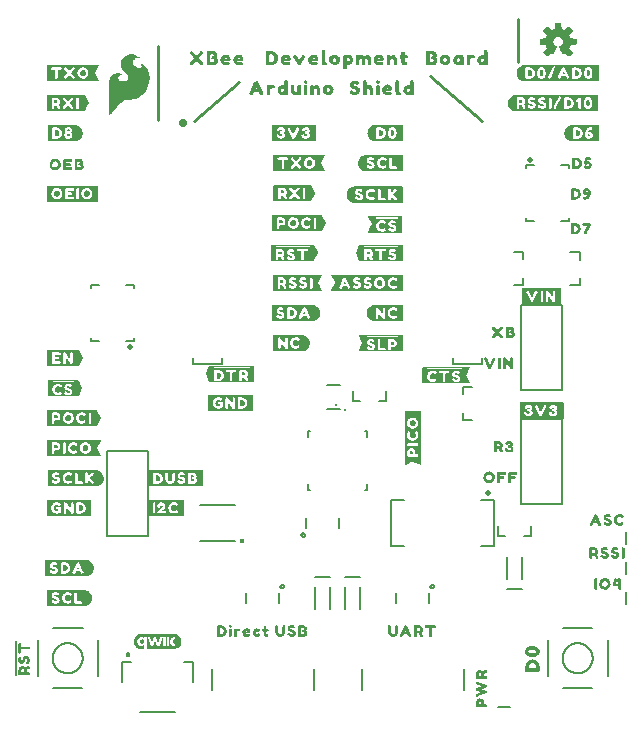
<source format=gto>
G04 EAGLE Gerber RS-274X export*
G75*
%MOMM*%
%FSLAX34Y34*%
%LPD*%
%INSilkscreen Top*%
%IPPOS*%
%AMOC8*
5,1,8,0,0,1.08239X$1,22.5*%
G01*
%ADD10C,0.254000*%
%ADD11C,0.203200*%
%ADD12C,0.718419*%
%ADD13C,0.400000*%
%ADD14C,0.508000*%
%ADD15C,0.300000*%

G36*
X500097Y513887D02*
X500097Y513887D01*
X500092Y513894D01*
X500099Y513900D01*
X500099Y527400D01*
X500063Y527447D01*
X500060Y527445D01*
X500058Y527449D01*
X499458Y527549D01*
X499453Y527546D01*
X499450Y527549D01*
X430450Y527549D01*
X430445Y527545D01*
X430439Y527548D01*
X430434Y527537D01*
X430403Y527513D01*
X430407Y527507D01*
X430406Y527506D01*
X430415Y527495D01*
X430412Y527489D01*
X430393Y527524D01*
X430357Y527540D01*
X430350Y527549D01*
X430150Y527549D01*
X430146Y527546D01*
X430143Y527549D01*
X429443Y527449D01*
X429442Y527448D01*
X429442Y527449D01*
X428842Y527349D01*
X428839Y527345D01*
X428836Y527347D01*
X428136Y527147D01*
X428132Y527142D01*
X428128Y527144D01*
X426328Y526244D01*
X426323Y526234D01*
X426315Y526235D01*
X425315Y525235D01*
X425315Y525231D01*
X425312Y525231D01*
X424512Y524231D01*
X424511Y524223D01*
X424506Y524222D01*
X424206Y523622D01*
X424206Y523620D01*
X424205Y523619D01*
X423905Y522919D01*
X423907Y522911D01*
X423901Y522908D01*
X423802Y522311D01*
X423603Y521614D01*
X423606Y521604D01*
X423601Y521600D01*
X423601Y520300D01*
X423604Y520296D01*
X423601Y520293D01*
X423801Y518893D01*
X423806Y518888D01*
X423803Y518884D01*
X424003Y518284D01*
X424008Y518281D01*
X424006Y518278D01*
X424606Y517078D01*
X424610Y517076D01*
X424609Y517073D01*
X425009Y516473D01*
X425016Y516470D01*
X425015Y516465D01*
X425915Y515565D01*
X425919Y515565D01*
X425918Y515562D01*
X426518Y515062D01*
X426527Y515062D01*
X426528Y515056D01*
X428328Y514156D01*
X428339Y514158D01*
X428342Y514151D01*
X428942Y514051D01*
X428943Y514052D01*
X428943Y514051D01*
X430343Y513851D01*
X430348Y513854D01*
X430350Y513851D01*
X500050Y513851D01*
X500097Y513887D01*
G37*
G36*
X86065Y510330D02*
X86065Y510330D01*
X86149Y510333D01*
X86150Y510333D01*
X86151Y510333D01*
X86229Y510376D01*
X86302Y510415D01*
X86302Y510416D01*
X86303Y510416D01*
X86307Y510422D01*
X86390Y510530D01*
X86463Y510675D01*
X86819Y511031D01*
X86826Y511042D01*
X86839Y511053D01*
X87439Y511753D01*
X87443Y511760D01*
X87450Y511767D01*
X88142Y512656D01*
X89033Y513646D01*
X89036Y513651D01*
X89042Y513657D01*
X90037Y514850D01*
X91130Y516043D01*
X92329Y517341D01*
X93629Y518741D01*
X93633Y518748D01*
X93640Y518754D01*
X94730Y520042D01*
X95812Y521124D01*
X96787Y522002D01*
X97739Y522668D01*
X98780Y523141D01*
X99801Y523420D01*
X103650Y523420D01*
X103670Y523425D01*
X103697Y523423D01*
X106097Y523723D01*
X106119Y523731D01*
X106150Y523733D01*
X108350Y524333D01*
X108373Y524345D01*
X108406Y524353D01*
X110406Y525253D01*
X110425Y525267D01*
X110453Y525279D01*
X112353Y526479D01*
X112364Y526489D01*
X112381Y526498D01*
X114081Y527798D01*
X114098Y527819D01*
X114127Y527840D01*
X115627Y529440D01*
X115635Y529454D01*
X115650Y529467D01*
X117050Y531267D01*
X117063Y531294D01*
X117088Y531326D01*
X118988Y535026D01*
X118996Y535057D01*
X119016Y535098D01*
X120016Y538698D01*
X120018Y538732D01*
X120030Y538778D01*
X120230Y542278D01*
X120224Y542310D01*
X120226Y542357D01*
X119726Y545657D01*
X119715Y545686D01*
X119708Y545728D01*
X118708Y548528D01*
X118694Y548549D01*
X118684Y548581D01*
X117384Y550981D01*
X117358Y551010D01*
X117319Y551069D01*
X115619Y552769D01*
X115589Y552787D01*
X115552Y552822D01*
X113952Y553822D01*
X113886Y553845D01*
X113822Y553873D01*
X113805Y553873D01*
X113788Y553878D01*
X113719Y553869D01*
X113649Y553867D01*
X113634Y553858D01*
X113616Y553856D01*
X113558Y553817D01*
X113497Y553784D01*
X113487Y553769D01*
X113472Y553759D01*
X113437Y553699D01*
X113397Y553642D01*
X113394Y553623D01*
X113386Y553609D01*
X113383Y553570D01*
X113370Y553500D01*
X113370Y552900D01*
X113377Y552870D01*
X113377Y552825D01*
X113463Y552394D01*
X113287Y551334D01*
X113048Y550936D01*
X112633Y550521D01*
X112072Y550280D01*
X111503Y550280D01*
X110188Y550656D01*
X109447Y551027D01*
X108085Y552000D01*
X107408Y552579D01*
X106949Y553038D01*
X106472Y553802D01*
X106469Y553805D01*
X106466Y553811D01*
X106099Y554362D01*
X105922Y554984D01*
X105835Y555500D01*
X105918Y555997D01*
X106097Y556444D01*
X106372Y556994D01*
X106726Y557436D01*
X107464Y558082D01*
X107842Y558271D01*
X108183Y558441D01*
X108917Y558625D01*
X109771Y558720D01*
X111003Y558720D01*
X111358Y558631D01*
X111394Y558631D01*
X111450Y558620D01*
X111550Y558620D01*
X111611Y558634D01*
X111674Y558640D01*
X111695Y558654D01*
X111719Y558659D01*
X111767Y558699D01*
X111820Y558733D01*
X111833Y558754D01*
X111852Y558769D01*
X111878Y558827D01*
X111911Y558880D01*
X111913Y558905D01*
X111923Y558928D01*
X111921Y558990D01*
X111927Y559053D01*
X111918Y559076D01*
X111917Y559101D01*
X111887Y559156D01*
X111864Y559215D01*
X111844Y559234D01*
X111834Y559253D01*
X111803Y559274D01*
X111761Y559316D01*
X111467Y559513D01*
X110771Y560009D01*
X110756Y560015D01*
X110742Y560028D01*
X109542Y560728D01*
X109518Y560736D01*
X109491Y560753D01*
X107991Y561353D01*
X107973Y561356D01*
X107952Y561366D01*
X106152Y561866D01*
X106118Y561868D01*
X106069Y561880D01*
X104069Y561980D01*
X104031Y561973D01*
X103966Y561971D01*
X101766Y561471D01*
X101732Y561454D01*
X101674Y561437D01*
X99374Y560237D01*
X99349Y560216D01*
X99308Y560194D01*
X97608Y558794D01*
X97585Y558763D01*
X97537Y558715D01*
X96437Y557115D01*
X96423Y557080D01*
X96391Y557027D01*
X95791Y555327D01*
X95788Y555292D01*
X95786Y555281D01*
X95777Y555262D01*
X95778Y555240D01*
X95770Y555200D01*
X95770Y553500D01*
X95779Y553462D01*
X95785Y553393D01*
X96285Y551693D01*
X96299Y551668D01*
X96310Y551630D01*
X97210Y549830D01*
X97229Y549807D01*
X97248Y549769D01*
X98548Y548069D01*
X98565Y548055D01*
X98581Y548031D01*
X100272Y546341D01*
X101528Y544891D01*
X102170Y543516D01*
X102170Y542257D01*
X101811Y541092D01*
X100999Y540190D01*
X99889Y539449D01*
X98597Y539080D01*
X97101Y539080D01*
X96061Y539364D01*
X95241Y539637D01*
X94608Y540179D01*
X94063Y540725D01*
X93806Y541238D01*
X93630Y541853D01*
X93630Y542438D01*
X93791Y542921D01*
X94038Y543250D01*
X94404Y543616D01*
X94883Y543999D01*
X95238Y544266D01*
X95691Y544447D01*
X95703Y544455D01*
X95720Y544460D01*
X95964Y544582D01*
X96320Y544760D01*
X96349Y544784D01*
X96419Y544831D01*
X96519Y544931D01*
X96532Y544953D01*
X96552Y544969D01*
X96578Y545026D01*
X96610Y545078D01*
X96613Y545104D01*
X96623Y545128D01*
X96621Y545189D01*
X96627Y545251D01*
X96618Y545275D01*
X96617Y545301D01*
X96587Y545355D01*
X96565Y545413D01*
X96546Y545430D01*
X96534Y545453D01*
X96484Y545488D01*
X96438Y545530D01*
X96413Y545538D01*
X96392Y545553D01*
X96308Y545569D01*
X96272Y545580D01*
X96262Y545578D01*
X96250Y545580D01*
X96212Y545580D01*
X95981Y545657D01*
X95491Y545853D01*
X95456Y545858D01*
X95404Y545876D01*
X94704Y545976D01*
X94680Y545974D01*
X94650Y545980D01*
X92850Y545980D01*
X92820Y545973D01*
X92775Y545973D01*
X91775Y545773D01*
X91765Y545768D01*
X91750Y545767D01*
X90650Y545467D01*
X90633Y545458D01*
X90609Y545453D01*
X89609Y545053D01*
X89582Y545034D01*
X89539Y545016D01*
X88639Y544416D01*
X88618Y544394D01*
X88581Y544369D01*
X87781Y543569D01*
X87770Y543551D01*
X87750Y543533D01*
X87050Y542633D01*
X87039Y542609D01*
X87016Y542582D01*
X86416Y541482D01*
X86407Y541449D01*
X86384Y541404D01*
X85984Y540004D01*
X85983Y539979D01*
X85973Y539947D01*
X85773Y538347D01*
X85774Y538335D01*
X85770Y538320D01*
X85670Y536420D01*
X85672Y536411D01*
X85670Y536400D01*
X85670Y510700D01*
X85690Y510615D01*
X85709Y510533D01*
X85709Y510532D01*
X85709Y510531D01*
X85766Y510463D01*
X85818Y510399D01*
X85819Y510398D01*
X85897Y510363D01*
X85976Y510327D01*
X85977Y510327D01*
X85978Y510327D01*
X86065Y510330D01*
G37*
G36*
X499978Y539264D02*
X499978Y539264D01*
X499990Y539261D01*
X500390Y539561D01*
X500394Y539577D01*
X500401Y539582D01*
X500397Y539588D01*
X500399Y539592D01*
X500409Y539600D01*
X500409Y552500D01*
X500396Y552518D01*
X500399Y552530D01*
X500099Y552930D01*
X500068Y552939D01*
X500060Y552949D01*
X437660Y552949D01*
X437656Y552946D01*
X437653Y552949D01*
X436253Y552749D01*
X436250Y552745D01*
X436248Y552745D01*
X436247Y552745D01*
X436244Y552747D01*
X435645Y552547D01*
X434946Y552347D01*
X434942Y552342D01*
X434938Y552344D01*
X434338Y552044D01*
X434335Y552037D01*
X434329Y552038D01*
X433831Y551640D01*
X433233Y551241D01*
X433229Y551231D01*
X433222Y551231D01*
X432823Y550733D01*
X432325Y550235D01*
X432325Y550231D01*
X432322Y550231D01*
X431922Y549731D01*
X431921Y549723D01*
X431916Y549722D01*
X431616Y549122D01*
X431616Y549120D01*
X431615Y549119D01*
X431315Y548419D01*
X431316Y548416D01*
X431313Y548416D01*
X431113Y547816D01*
X431115Y547809D01*
X431111Y547807D01*
X431011Y547108D01*
X430911Y546508D01*
X430913Y546504D01*
X430914Y546502D01*
X430911Y546500D01*
X430911Y545800D01*
X430914Y545796D01*
X430911Y545793D01*
X431111Y544393D01*
X431116Y544388D01*
X431113Y544384D01*
X431313Y543784D01*
X431318Y543781D01*
X431316Y543778D01*
X431916Y542578D01*
X431920Y542576D01*
X431919Y542573D01*
X432319Y541973D01*
X432322Y541972D01*
X432322Y541969D01*
X432722Y541469D01*
X432726Y541468D01*
X432725Y541465D01*
X433225Y540965D01*
X433232Y540964D01*
X433233Y540959D01*
X433831Y540560D01*
X434329Y540162D01*
X434337Y540161D01*
X434338Y540156D01*
X434938Y539856D01*
X434945Y539857D01*
X434946Y539853D01*
X435645Y539653D01*
X436244Y539453D01*
X436251Y539455D01*
X436253Y539451D01*
X436952Y539351D01*
X437552Y539251D01*
X437557Y539254D01*
X437560Y539251D01*
X499960Y539251D01*
X499978Y539264D01*
G37*
G36*
X334691Y361467D02*
X334691Y361467D01*
X334705Y361465D01*
X335105Y361865D01*
X335106Y361877D01*
X335111Y361881D01*
X335108Y361886D01*
X335109Y361892D01*
X335119Y361900D01*
X335119Y374700D01*
X335103Y374721D01*
X335105Y374735D01*
X334705Y375135D01*
X334680Y375138D01*
X334677Y375142D01*
X334675Y375142D01*
X334670Y375149D01*
X274170Y375149D01*
X274149Y375133D01*
X274135Y375135D01*
X273835Y374835D01*
X273833Y374818D01*
X273824Y374811D01*
X273831Y374802D01*
X273828Y374782D01*
X273826Y374778D01*
X276824Y368781D01*
X277017Y368204D01*
X273926Y362122D01*
X273927Y362117D01*
X273923Y362116D01*
X273723Y361516D01*
X273724Y361514D01*
X273723Y361513D01*
X273725Y361510D01*
X273742Y361459D01*
X273759Y361465D01*
X273770Y361451D01*
X334670Y361451D01*
X334691Y361467D01*
G37*
G36*
X165187Y196217D02*
X165187Y196217D01*
X165185Y196220D01*
X165189Y196222D01*
X165289Y196822D01*
X165286Y196827D01*
X165289Y196830D01*
X165289Y209730D01*
X165253Y209777D01*
X165250Y209775D01*
X165248Y209779D01*
X164648Y209879D01*
X164643Y209876D01*
X164640Y209879D01*
X119440Y209879D01*
X119402Y209850D01*
X119394Y209848D01*
X119194Y209348D01*
X119195Y209346D01*
X119193Y209344D01*
X119197Y209338D01*
X119198Y209335D01*
X119191Y209330D01*
X119191Y196430D01*
X119220Y196392D01*
X119222Y196384D01*
X119722Y196184D01*
X119735Y196188D01*
X119740Y196181D01*
X165140Y196181D01*
X165187Y196217D01*
G37*
G36*
X74985Y196354D02*
X74985Y196354D01*
X74988Y196351D01*
X75588Y196451D01*
X75591Y196455D01*
X75594Y196453D01*
X76994Y196853D01*
X76995Y196854D01*
X76996Y196853D01*
X77596Y197053D01*
X77601Y197061D01*
X77607Y197059D01*
X78207Y197459D01*
X78208Y197462D01*
X78211Y197462D01*
X79211Y198262D01*
X79212Y198266D01*
X79215Y198265D01*
X79715Y198765D01*
X79715Y198769D01*
X79718Y198769D01*
X80118Y199269D01*
X80119Y199273D01*
X80121Y199273D01*
X80521Y199873D01*
X80521Y199877D01*
X80524Y199878D01*
X80824Y200478D01*
X80823Y200483D01*
X80827Y200484D01*
X81027Y201084D01*
X81026Y201086D01*
X81027Y201086D01*
X81227Y201786D01*
X81226Y201790D01*
X81229Y201792D01*
X81329Y202392D01*
X81327Y202395D01*
X81326Y202397D01*
X81329Y202400D01*
X81329Y203800D01*
X81326Y203804D01*
X81329Y203807D01*
X81229Y204507D01*
X81228Y204508D01*
X81229Y204508D01*
X81129Y205108D01*
X81122Y205114D01*
X81125Y205119D01*
X80825Y205819D01*
X80823Y205821D01*
X80824Y205822D01*
X80224Y207022D01*
X80217Y207025D01*
X80218Y207031D01*
X79818Y207531D01*
X79814Y207532D01*
X79815Y207535D01*
X78815Y208535D01*
X78811Y208535D01*
X78811Y208538D01*
X78311Y208938D01*
X78303Y208939D01*
X78302Y208944D01*
X77102Y209544D01*
X77097Y209543D01*
X77096Y209547D01*
X76496Y209747D01*
X76494Y209746D01*
X76494Y209747D01*
X75794Y209947D01*
X75784Y209944D01*
X75780Y209949D01*
X75084Y209949D01*
X74488Y210049D01*
X74483Y210046D01*
X74480Y210049D01*
X37280Y210049D01*
X37274Y210044D01*
X37266Y210047D01*
X37262Y210035D01*
X37233Y210013D01*
X37238Y210007D01*
X37237Y210006D01*
X37246Y209994D01*
X37244Y209990D01*
X37222Y210026D01*
X37188Y210039D01*
X37180Y210049D01*
X33980Y210049D01*
X33933Y210013D01*
X33935Y210010D01*
X33931Y210008D01*
X33831Y209408D01*
X33834Y209403D01*
X33831Y209400D01*
X33831Y196600D01*
X33860Y196562D01*
X33862Y196554D01*
X34362Y196354D01*
X34375Y196358D01*
X34380Y196351D01*
X74980Y196351D01*
X74985Y196354D01*
G37*
G36*
X333931Y436389D02*
X333931Y436389D01*
X333938Y436384D01*
X334438Y436584D01*
X334453Y436608D01*
X334460Y436614D01*
X334458Y436617D01*
X334463Y436625D01*
X334469Y436630D01*
X334469Y449430D01*
X334466Y449435D01*
X334469Y449438D01*
X334369Y450038D01*
X334325Y450079D01*
X334323Y450076D01*
X334320Y450079D01*
X293820Y450079D01*
X293814Y450074D01*
X293806Y450077D01*
X293802Y450065D01*
X293773Y450043D01*
X293778Y450037D01*
X293777Y450036D01*
X293786Y450024D01*
X293784Y450020D01*
X293762Y450056D01*
X293728Y450069D01*
X293720Y450079D01*
X293220Y450079D01*
X293216Y450076D01*
X293213Y450079D01*
X292513Y449979D01*
X292508Y449974D01*
X292504Y449977D01*
X291905Y449777D01*
X291206Y449577D01*
X291202Y449572D01*
X291198Y449574D01*
X289998Y448974D01*
X289995Y448967D01*
X289989Y448968D01*
X289489Y448568D01*
X289488Y448564D01*
X289485Y448565D01*
X288485Y447565D01*
X288485Y447561D01*
X288482Y447561D01*
X288082Y447061D01*
X288081Y447053D01*
X288076Y447052D01*
X287476Y445852D01*
X287476Y445850D01*
X287476Y445849D01*
X287477Y445845D01*
X287473Y445844D01*
X287273Y445145D01*
X287073Y444546D01*
X287075Y444539D01*
X287071Y444537D01*
X286971Y443837D01*
X286974Y443832D01*
X286971Y443830D01*
X286971Y442530D01*
X286974Y442526D01*
X286971Y442523D01*
X287071Y441823D01*
X287076Y441818D01*
X287073Y441814D01*
X287273Y441215D01*
X287473Y440516D01*
X287478Y440512D01*
X287476Y440508D01*
X287776Y439908D01*
X287780Y439906D01*
X287779Y439903D01*
X288179Y439303D01*
X288182Y439302D01*
X288182Y439299D01*
X288582Y438799D01*
X288586Y438798D01*
X288585Y438795D01*
X289085Y438295D01*
X289089Y438295D01*
X289089Y438292D01*
X290089Y437492D01*
X290093Y437491D01*
X290093Y437489D01*
X290693Y437089D01*
X290702Y437090D01*
X290704Y437083D01*
X291304Y436883D01*
X291306Y436884D01*
X291306Y436883D01*
X292005Y436683D01*
X292604Y436483D01*
X292611Y436485D01*
X292613Y436481D01*
X293313Y436381D01*
X293318Y436384D01*
X293320Y436381D01*
X333920Y436381D01*
X333931Y436389D01*
G37*
G36*
X78857Y221787D02*
X78857Y221787D01*
X78857Y221788D01*
X78858Y221788D01*
X78958Y222188D01*
X78948Y222210D01*
X78954Y222222D01*
X75957Y228315D01*
X75861Y228892D01*
X78954Y234877D01*
X78953Y234884D01*
X78957Y234887D01*
X78952Y234894D01*
X78959Y234900D01*
X78959Y235400D01*
X78923Y235447D01*
X78916Y235442D01*
X78910Y235449D01*
X33610Y235449D01*
X33563Y235413D01*
X33565Y235410D01*
X33561Y235408D01*
X33461Y234808D01*
X33464Y234803D01*
X33461Y234800D01*
X33461Y221900D01*
X33497Y221853D01*
X33500Y221855D01*
X33502Y221851D01*
X34102Y221751D01*
X34107Y221754D01*
X34110Y221751D01*
X78810Y221751D01*
X78857Y221787D01*
G37*
G36*
X336355Y214069D02*
X336355Y214069D01*
X336370Y214059D01*
X336970Y214259D01*
X336973Y214264D01*
X336976Y214262D01*
X342962Y217255D01*
X343539Y217159D01*
X349632Y214162D01*
X349670Y214169D01*
X349681Y214165D01*
X349981Y214365D01*
X349987Y214383D01*
X349995Y214388D01*
X349991Y214393D01*
X349993Y214398D01*
X350003Y214406D01*
X350003Y259106D01*
X349995Y259117D01*
X350000Y259124D01*
X349800Y259624D01*
X349759Y259649D01*
X349754Y259655D01*
X336854Y259655D01*
X336843Y259647D01*
X336836Y259652D01*
X336336Y259452D01*
X336311Y259411D01*
X336305Y259406D01*
X336305Y214106D01*
X336306Y214105D01*
X336305Y214104D01*
X336308Y214101D01*
X336341Y214059D01*
X336355Y214069D01*
G37*
G36*
X265928Y412265D02*
X265928Y412265D01*
X265941Y412262D01*
X266441Y412662D01*
X266445Y412676D01*
X266454Y412678D01*
X269454Y418778D01*
X269453Y418784D01*
X269458Y418788D01*
X269456Y418790D01*
X269459Y418792D01*
X269559Y419392D01*
X269548Y419411D01*
X269554Y419423D01*
X266454Y425423D01*
X266447Y425426D01*
X266448Y425431D01*
X266048Y425931D01*
X266019Y425938D01*
X266016Y425942D01*
X266015Y425942D01*
X266010Y425949D01*
X224110Y425949D01*
X224063Y425913D01*
X224065Y425910D01*
X224061Y425908D01*
X223961Y425308D01*
X223964Y425303D01*
X223961Y425300D01*
X223961Y412400D01*
X223997Y412353D01*
X224000Y412355D01*
X224002Y412351D01*
X224602Y412251D01*
X224607Y412254D01*
X224610Y412251D01*
X265910Y412251D01*
X265928Y412265D01*
G37*
G36*
X75428Y247165D02*
X75428Y247165D01*
X75441Y247162D01*
X75941Y247562D01*
X75945Y247576D01*
X75954Y247578D01*
X78954Y253678D01*
X78953Y253684D01*
X78958Y253688D01*
X78956Y253690D01*
X78959Y253692D01*
X79059Y254292D01*
X79048Y254311D01*
X79054Y254323D01*
X75954Y260323D01*
X75947Y260326D01*
X75948Y260331D01*
X75548Y260831D01*
X75519Y260838D01*
X75516Y260842D01*
X75515Y260842D01*
X75510Y260849D01*
X33610Y260849D01*
X33563Y260813D01*
X33565Y260810D01*
X33561Y260808D01*
X33461Y260208D01*
X33464Y260203D01*
X33461Y260200D01*
X33461Y247300D01*
X33497Y247253D01*
X33500Y247255D01*
X33502Y247251D01*
X34102Y247151D01*
X34107Y247154D01*
X34110Y247151D01*
X75410Y247151D01*
X75428Y247165D01*
G37*
G36*
X76324Y437147D02*
X76324Y437147D01*
X76328Y437144D01*
X76828Y437244D01*
X76856Y437276D01*
X76858Y437277D01*
X76858Y437278D01*
X76867Y437288D01*
X76865Y437290D01*
X76867Y437292D01*
X76867Y450192D01*
X76864Y450197D01*
X76867Y450200D01*
X76767Y450800D01*
X76723Y450841D01*
X76721Y450838D01*
X76718Y450841D01*
X36818Y450841D01*
X36809Y450835D01*
X36798Y450837D01*
X36795Y450824D01*
X36771Y450806D01*
X36756Y450824D01*
X36727Y450830D01*
X36724Y450834D01*
X36723Y450834D01*
X36718Y450841D01*
X33818Y450841D01*
X33809Y450834D01*
X33804Y450834D01*
X33802Y450833D01*
X33796Y450836D01*
X33396Y450636D01*
X33384Y450611D01*
X33371Y450601D01*
X33374Y450596D01*
X33369Y450592D01*
X33369Y437692D01*
X33377Y437681D01*
X33372Y437674D01*
X33572Y437174D01*
X33613Y437149D01*
X33618Y437143D01*
X76318Y437143D01*
X76324Y437147D01*
G37*
G36*
X76446Y539255D02*
X76446Y539255D01*
X76450Y539252D01*
X76950Y539352D01*
X76978Y539384D01*
X76980Y539385D01*
X76980Y539386D01*
X76989Y539396D01*
X76977Y539407D01*
X76984Y539422D01*
X73695Y546100D01*
X76984Y552778D01*
X76984Y552780D01*
X76985Y552781D01*
X76983Y552783D01*
X76973Y552837D01*
X76957Y552834D01*
X76950Y552848D01*
X76450Y552948D01*
X76443Y552945D01*
X76440Y552949D01*
X33040Y552949D01*
X32993Y552913D01*
X32996Y552909D01*
X32993Y552906D01*
X32995Y552903D01*
X32991Y552900D01*
X32991Y539300D01*
X33027Y539253D01*
X33034Y539258D01*
X33040Y539251D01*
X76440Y539251D01*
X76446Y539255D01*
G37*
G36*
X268216Y463055D02*
X268216Y463055D01*
X268220Y463052D01*
X268720Y463152D01*
X268748Y463184D01*
X268750Y463185D01*
X268750Y463186D01*
X268759Y463196D01*
X268747Y463207D01*
X268754Y463222D01*
X265465Y469900D01*
X268754Y476578D01*
X268754Y476580D01*
X268755Y476581D01*
X268753Y476583D01*
X268743Y476637D01*
X268727Y476634D01*
X268720Y476648D01*
X268220Y476748D01*
X268213Y476745D01*
X268210Y476749D01*
X224810Y476749D01*
X224763Y476713D01*
X224766Y476709D01*
X224763Y476706D01*
X224765Y476703D01*
X224761Y476700D01*
X224761Y463100D01*
X224797Y463053D01*
X224804Y463058D01*
X224810Y463051D01*
X268210Y463051D01*
X268216Y463055D01*
G37*
G36*
X265951Y361459D02*
X265951Y361459D01*
X265958Y361454D01*
X266458Y361654D01*
X266473Y361678D01*
X266480Y361684D01*
X266478Y361687D01*
X266489Y361705D01*
X266478Y361712D01*
X266484Y361723D01*
X263386Y367719D01*
X263193Y368296D01*
X266484Y374978D01*
X266484Y374979D01*
X266485Y374979D01*
X266484Y374981D01*
X266485Y374981D01*
X266483Y374983D01*
X266473Y375037D01*
X266456Y375033D01*
X266448Y375049D01*
X265848Y375149D01*
X265843Y375146D01*
X265840Y375149D01*
X228040Y375149D01*
X228037Y375147D01*
X228033Y375149D01*
X228028Y375140D01*
X227993Y375113D01*
X227997Y375107D01*
X227996Y375106D01*
X228004Y375096D01*
X228000Y375089D01*
X227984Y375122D01*
X227947Y375141D01*
X227940Y375149D01*
X225240Y375149D01*
X225235Y375146D01*
X225232Y375149D01*
X224632Y375049D01*
X224595Y375010D01*
X224593Y375008D01*
X224593Y375007D01*
X224591Y375005D01*
X224594Y375003D01*
X224591Y375000D01*
X224591Y361500D01*
X224627Y361453D01*
X224634Y361458D01*
X224640Y361451D01*
X265940Y361451D01*
X265951Y361459D01*
G37*
G36*
X66204Y120154D02*
X66204Y120154D01*
X66207Y120151D01*
X67607Y120351D01*
X67608Y120352D01*
X67608Y120351D01*
X68208Y120451D01*
X68215Y120459D01*
X68222Y120456D01*
X68821Y120755D01*
X69519Y121055D01*
X69522Y121059D01*
X69525Y121058D01*
X70025Y121358D01*
X70026Y121359D01*
X70027Y121359D01*
X70627Y121759D01*
X70630Y121766D01*
X70635Y121765D01*
X71135Y122265D01*
X71135Y122269D01*
X71138Y122269D01*
X71938Y123269D01*
X71939Y123277D01*
X71944Y123278D01*
X72544Y124478D01*
X72543Y124485D01*
X72547Y124486D01*
X72747Y125185D01*
X72947Y125784D01*
X72945Y125791D01*
X72949Y125793D01*
X73049Y126493D01*
X73046Y126498D01*
X73049Y126500D01*
X73049Y127200D01*
X73046Y127204D01*
X73049Y127207D01*
X72949Y127907D01*
X72948Y127908D01*
X72949Y127908D01*
X72849Y128508D01*
X72845Y128511D01*
X72847Y128514D01*
X72647Y129214D01*
X72646Y129215D01*
X72647Y129216D01*
X72447Y129816D01*
X72442Y129819D01*
X72444Y129822D01*
X72144Y130422D01*
X72140Y130424D01*
X72141Y130427D01*
X71741Y131027D01*
X71738Y131028D01*
X71738Y131031D01*
X71338Y131531D01*
X71334Y131532D01*
X71335Y131535D01*
X70835Y132035D01*
X70831Y132035D01*
X70831Y132038D01*
X70331Y132438D01*
X70327Y132439D01*
X70327Y132441D01*
X69727Y132841D01*
X69723Y132841D01*
X69722Y132844D01*
X68522Y133444D01*
X68517Y133443D01*
X68516Y133447D01*
X67916Y133647D01*
X67911Y133645D01*
X67909Y133645D01*
X67907Y133649D01*
X66507Y133849D01*
X66502Y133846D01*
X66500Y133849D01*
X32300Y133849D01*
X32274Y133830D01*
X32261Y133830D01*
X31961Y133430D01*
X31961Y133418D01*
X31953Y133412D01*
X31958Y133405D01*
X31951Y133400D01*
X31951Y120500D01*
X31970Y120474D01*
X31970Y120461D01*
X32370Y120161D01*
X32392Y120161D01*
X32400Y120151D01*
X66200Y120151D01*
X66204Y120154D01*
G37*
G36*
X257974Y336054D02*
X257974Y336054D01*
X257977Y336051D01*
X259377Y336251D01*
X259378Y336252D01*
X259378Y336251D01*
X259978Y336351D01*
X259985Y336359D01*
X259992Y336356D01*
X260591Y336655D01*
X261289Y336955D01*
X261292Y336959D01*
X261295Y336958D01*
X261795Y337258D01*
X261796Y337259D01*
X261797Y337259D01*
X262397Y337659D01*
X262400Y337666D01*
X262405Y337665D01*
X262905Y338165D01*
X262905Y338169D01*
X262908Y338169D01*
X263708Y339169D01*
X263709Y339177D01*
X263714Y339178D01*
X264314Y340378D01*
X264313Y340385D01*
X264317Y340386D01*
X264517Y341085D01*
X264717Y341684D01*
X264715Y341691D01*
X264719Y341693D01*
X264819Y342393D01*
X264816Y342398D01*
X264819Y342400D01*
X264819Y343100D01*
X264816Y343104D01*
X264819Y343107D01*
X264719Y343807D01*
X264718Y343808D01*
X264719Y343808D01*
X264619Y344408D01*
X264615Y344411D01*
X264617Y344414D01*
X264417Y345114D01*
X264416Y345115D01*
X264417Y345116D01*
X264217Y345716D01*
X264212Y345719D01*
X264214Y345722D01*
X263914Y346322D01*
X263910Y346324D01*
X263911Y346327D01*
X263511Y346927D01*
X263508Y346928D01*
X263508Y346931D01*
X263108Y347431D01*
X263104Y347432D01*
X263105Y347435D01*
X262605Y347935D01*
X262601Y347935D01*
X262601Y347938D01*
X262101Y348338D01*
X262097Y348339D01*
X262097Y348341D01*
X261497Y348741D01*
X261493Y348741D01*
X261492Y348744D01*
X260292Y349344D01*
X260287Y349343D01*
X260286Y349347D01*
X259686Y349547D01*
X259681Y349545D01*
X259679Y349545D01*
X259677Y349549D01*
X258277Y349749D01*
X258272Y349746D01*
X258270Y349749D01*
X224070Y349749D01*
X224044Y349730D01*
X224031Y349730D01*
X223731Y349330D01*
X223731Y349318D01*
X223723Y349312D01*
X223728Y349305D01*
X223721Y349300D01*
X223721Y336400D01*
X223740Y336374D01*
X223740Y336361D01*
X224140Y336061D01*
X224162Y336061D01*
X224170Y336051D01*
X257970Y336051D01*
X257974Y336054D01*
G37*
G36*
X208264Y284508D02*
X208264Y284508D01*
X208277Y284508D01*
X208577Y284908D01*
X208577Y284916D01*
X208581Y284919D01*
X208577Y284923D01*
X208577Y284930D01*
X208587Y284938D01*
X208587Y297838D01*
X208571Y297859D01*
X208573Y297873D01*
X208273Y298173D01*
X208248Y298176D01*
X208245Y298180D01*
X208243Y298180D01*
X208238Y298187D01*
X174338Y298187D01*
X174291Y298151D01*
X174295Y298146D01*
X174292Y298144D01*
X174294Y298142D01*
X174289Y298138D01*
X174286Y298150D01*
X174239Y298187D01*
X174238Y298187D01*
X171338Y298187D01*
X171329Y298180D01*
X171324Y298180D01*
X171322Y298179D01*
X171316Y298182D01*
X170716Y297882D01*
X170706Y297862D01*
X170694Y297860D01*
X167694Y291860D01*
X167696Y291849D01*
X167689Y291845D01*
X167589Y291145D01*
X167599Y291127D01*
X167594Y291116D01*
X170894Y284516D01*
X170931Y284498D01*
X170938Y284489D01*
X208238Y284489D01*
X208264Y284508D01*
G37*
G36*
X391129Y283730D02*
X391129Y283730D01*
X391132Y283727D01*
X391732Y283827D01*
X391733Y283828D01*
X391734Y283830D01*
X391773Y283871D01*
X391760Y283883D01*
X391768Y283898D01*
X388477Y290480D01*
X388670Y291057D01*
X391668Y297154D01*
X391668Y297157D01*
X391669Y297159D01*
X391667Y297162D01*
X391657Y297213D01*
X391648Y297211D01*
X391646Y297220D01*
X391246Y297420D01*
X391236Y297418D01*
X391229Y297418D01*
X391224Y297425D01*
X354724Y297425D01*
X354717Y297420D01*
X354709Y297423D01*
X354704Y297410D01*
X354677Y297389D01*
X354682Y297383D01*
X354681Y297382D01*
X354682Y297381D01*
X354680Y297380D01*
X354665Y297403D01*
X354632Y297415D01*
X354624Y297425D01*
X351424Y297425D01*
X351377Y297389D01*
X351379Y297386D01*
X351375Y297384D01*
X351275Y296784D01*
X351278Y296779D01*
X351275Y296776D01*
X351275Y283976D01*
X351304Y283938D01*
X351306Y283930D01*
X351806Y283730D01*
X351819Y283734D01*
X351824Y283727D01*
X391124Y283727D01*
X391129Y283730D01*
G37*
G36*
X259433Y386876D02*
X259433Y386876D01*
X259444Y386878D01*
X259744Y387478D01*
X262844Y393578D01*
X262843Y393582D01*
X262846Y393585D01*
X262841Y393591D01*
X262839Y393604D01*
X262847Y393616D01*
X262647Y394216D01*
X262642Y394219D01*
X262644Y394222D01*
X259644Y400222D01*
X259627Y400231D01*
X259625Y400242D01*
X259125Y400542D01*
X259113Y400541D01*
X259112Y400542D01*
X259105Y400542D01*
X259100Y400549D01*
X226600Y400549D01*
X226598Y400548D01*
X226596Y400549D01*
X226593Y400544D01*
X226553Y400513D01*
X226556Y400509D01*
X226551Y400507D01*
X226551Y400504D01*
X226546Y400517D01*
X226504Y400544D01*
X226500Y400549D01*
X223500Y400549D01*
X223479Y400533D01*
X223465Y400535D01*
X223065Y400135D01*
X223063Y400120D01*
X223053Y400112D01*
X223058Y400105D01*
X223051Y400100D01*
X223051Y387200D01*
X223070Y387174D01*
X223070Y387161D01*
X223470Y386861D01*
X223492Y386861D01*
X223500Y386851D01*
X259400Y386851D01*
X259433Y386876D01*
G37*
G36*
X334156Y386870D02*
X334156Y386870D01*
X334169Y386870D01*
X334469Y387270D01*
X334469Y387278D01*
X334473Y387281D01*
X334469Y387285D01*
X334469Y387292D01*
X334479Y387300D01*
X334479Y400200D01*
X334460Y400226D01*
X334460Y400239D01*
X334060Y400539D01*
X334042Y400539D01*
X334039Y400542D01*
X334035Y400542D01*
X334030Y400549D01*
X301530Y400549D01*
X301528Y400548D01*
X301526Y400549D01*
X301523Y400544D01*
X301483Y400513D01*
X301486Y400509D01*
X301481Y400507D01*
X301481Y400504D01*
X301476Y400517D01*
X301434Y400544D01*
X301430Y400549D01*
X298430Y400549D01*
X298421Y400542D01*
X298418Y400542D01*
X298414Y400539D01*
X298405Y400542D01*
X297905Y400242D01*
X297897Y400224D01*
X297886Y400222D01*
X294886Y394122D01*
X294888Y394111D01*
X294881Y394108D01*
X294781Y393508D01*
X294791Y393489D01*
X294786Y393478D01*
X297786Y387378D01*
X297793Y387375D01*
X297792Y387369D01*
X298192Y386869D01*
X298222Y386862D01*
X298230Y386851D01*
X334130Y386851D01*
X334156Y386870D01*
G37*
G36*
X207923Y259887D02*
X207923Y259887D01*
X207918Y259894D01*
X207925Y259900D01*
X207925Y273400D01*
X207889Y273447D01*
X207886Y273445D01*
X207884Y273449D01*
X207284Y273549D01*
X207279Y273546D01*
X207276Y273549D01*
X173476Y273549D01*
X173469Y273544D01*
X173460Y273547D01*
X173456Y273534D01*
X173429Y273513D01*
X173434Y273507D01*
X173433Y273506D01*
X173443Y273494D01*
X173442Y273493D01*
X173416Y273529D01*
X173384Y273539D01*
X173376Y273549D01*
X170076Y273549D01*
X170029Y273513D01*
X170032Y273509D01*
X170029Y273506D01*
X170031Y273503D01*
X170027Y273500D01*
X170027Y260000D01*
X170063Y259953D01*
X170066Y259955D01*
X170068Y259951D01*
X170668Y259851D01*
X170673Y259854D01*
X170676Y259851D01*
X207876Y259851D01*
X207923Y259887D01*
G37*
G36*
X71017Y170987D02*
X71017Y170987D01*
X71012Y170994D01*
X71019Y171000D01*
X71019Y184500D01*
X70983Y184547D01*
X70980Y184545D01*
X70978Y184549D01*
X70378Y184649D01*
X70373Y184646D01*
X70370Y184649D01*
X36570Y184649D01*
X36563Y184644D01*
X36554Y184647D01*
X36550Y184634D01*
X36523Y184613D01*
X36528Y184607D01*
X36527Y184606D01*
X36537Y184594D01*
X36536Y184593D01*
X36510Y184629D01*
X36478Y184639D01*
X36470Y184649D01*
X33170Y184649D01*
X33123Y184613D01*
X33126Y184609D01*
X33123Y184606D01*
X33125Y184603D01*
X33121Y184600D01*
X33121Y171100D01*
X33157Y171053D01*
X33160Y171055D01*
X33162Y171051D01*
X33762Y170951D01*
X33767Y170954D01*
X33770Y170951D01*
X70970Y170951D01*
X71017Y170987D01*
G37*
G36*
X261117Y488487D02*
X261117Y488487D01*
X261115Y488490D01*
X261119Y488492D01*
X261219Y489092D01*
X261216Y489097D01*
X261219Y489100D01*
X261219Y502000D01*
X261183Y502047D01*
X261180Y502045D01*
X261178Y502049D01*
X260578Y502149D01*
X260573Y502146D01*
X260570Y502149D01*
X224170Y502149D01*
X224132Y502120D01*
X224124Y502118D01*
X223924Y501618D01*
X223925Y501616D01*
X223923Y501614D01*
X223927Y501608D01*
X223928Y501605D01*
X223921Y501600D01*
X223921Y488700D01*
X223950Y488662D01*
X223952Y488654D01*
X224452Y488454D01*
X224465Y488458D01*
X224470Y488451D01*
X261070Y488451D01*
X261117Y488487D01*
G37*
G36*
X470667Y253537D02*
X470667Y253537D01*
X470665Y253540D01*
X470669Y253542D01*
X470769Y254142D01*
X470766Y254147D01*
X470769Y254150D01*
X470769Y267050D01*
X470733Y267097D01*
X470730Y267095D01*
X470728Y267099D01*
X470128Y267199D01*
X470123Y267196D01*
X470120Y267199D01*
X433720Y267199D01*
X433682Y267170D01*
X433674Y267168D01*
X433474Y266668D01*
X433475Y266666D01*
X433473Y266664D01*
X433477Y266658D01*
X433478Y266655D01*
X433471Y266650D01*
X433471Y253750D01*
X433500Y253712D01*
X433502Y253704D01*
X434002Y253504D01*
X434015Y253508D01*
X434020Y253501D01*
X470620Y253501D01*
X470667Y253537D01*
G37*
G36*
X334411Y463059D02*
X334411Y463059D01*
X334418Y463054D01*
X334918Y463254D01*
X334933Y463278D01*
X334940Y463284D01*
X334938Y463287D01*
X334943Y463295D01*
X334949Y463300D01*
X334949Y476200D01*
X334941Y476211D01*
X334946Y476218D01*
X334746Y476718D01*
X334705Y476743D01*
X334700Y476749D01*
X303500Y476749D01*
X303495Y476746D01*
X303492Y476749D01*
X302896Y476649D01*
X302200Y476649D01*
X302193Y476644D01*
X302189Y476644D01*
X302184Y476647D01*
X301585Y476447D01*
X300886Y476247D01*
X300882Y476242D01*
X300878Y476244D01*
X300278Y475944D01*
X300276Y475940D01*
X300273Y475941D01*
X299673Y475541D01*
X299672Y475538D01*
X299669Y475538D01*
X298669Y474738D01*
X298668Y474734D01*
X298665Y474735D01*
X298165Y474235D01*
X298164Y474228D01*
X298159Y474227D01*
X297759Y473627D01*
X297759Y473623D01*
X297756Y473622D01*
X297156Y472422D01*
X297157Y472417D01*
X297153Y472416D01*
X296953Y471816D01*
X296954Y471814D01*
X296953Y471814D01*
X296753Y471114D01*
X296756Y471104D01*
X296751Y471100D01*
X296751Y470404D01*
X296651Y469808D01*
X296657Y469798D01*
X296651Y469793D01*
X296851Y468393D01*
X296856Y468388D01*
X296853Y468384D01*
X297053Y467785D01*
X297253Y467086D01*
X297258Y467082D01*
X297256Y467078D01*
X297556Y466478D01*
X297563Y466475D01*
X297562Y466469D01*
X297960Y465971D01*
X298359Y465373D01*
X298366Y465370D01*
X298365Y465365D01*
X298865Y464865D01*
X298869Y464865D01*
X298869Y464862D01*
X299369Y464462D01*
X299373Y464461D01*
X299373Y464459D01*
X299973Y464059D01*
X299977Y464059D01*
X299978Y464056D01*
X301178Y463456D01*
X301183Y463457D01*
X301184Y463453D01*
X301784Y463253D01*
X301791Y463255D01*
X301793Y463251D01*
X303193Y463051D01*
X303198Y463054D01*
X303200Y463051D01*
X334400Y463051D01*
X334411Y463059D01*
G37*
G36*
X65204Y94754D02*
X65204Y94754D01*
X65207Y94751D01*
X65907Y94851D01*
X65911Y94855D01*
X65914Y94853D01*
X66614Y95053D01*
X66615Y95054D01*
X66616Y95053D01*
X67816Y95453D01*
X67821Y95461D01*
X67827Y95459D01*
X69027Y96259D01*
X69028Y96262D01*
X69031Y96262D01*
X69531Y96662D01*
X69533Y96669D01*
X69538Y96669D01*
X69938Y97169D01*
X70438Y97768D01*
X70438Y97774D01*
X70442Y97775D01*
X70742Y98275D01*
X70742Y98278D01*
X70744Y98278D01*
X71044Y98878D01*
X71043Y98885D01*
X71047Y98886D01*
X71247Y99585D01*
X71447Y100184D01*
X71445Y100191D01*
X71449Y100193D01*
X71649Y101593D01*
X71644Y101602D01*
X71649Y101607D01*
X71549Y102307D01*
X71548Y102308D01*
X71549Y102308D01*
X71449Y102908D01*
X71349Y103607D01*
X71341Y103615D01*
X71344Y103622D01*
X70444Y105422D01*
X70437Y105425D01*
X70438Y105431D01*
X70038Y105931D01*
X70034Y105932D01*
X70035Y105935D01*
X69035Y106935D01*
X69031Y106935D01*
X69031Y106938D01*
X68531Y107338D01*
X68523Y107339D01*
X68522Y107344D01*
X67322Y107944D01*
X67315Y107943D01*
X67314Y107947D01*
X66615Y108147D01*
X66016Y108347D01*
X66009Y108345D01*
X66007Y108349D01*
X65307Y108449D01*
X65302Y108446D01*
X65300Y108449D01*
X33500Y108449D01*
X33453Y108413D01*
X33455Y108410D01*
X33451Y108408D01*
X33351Y107808D01*
X33354Y107803D01*
X33351Y107800D01*
X33351Y94900D01*
X33387Y94853D01*
X33391Y94856D01*
X33393Y94851D01*
X34093Y94751D01*
X34098Y94754D01*
X34100Y94751D01*
X65200Y94751D01*
X65204Y94754D01*
G37*
G36*
X333905Y310654D02*
X333905Y310654D01*
X333908Y310651D01*
X334508Y310751D01*
X334549Y310795D01*
X334546Y310798D01*
X334549Y310800D01*
X334549Y323700D01*
X334546Y323705D01*
X334549Y323708D01*
X334449Y324308D01*
X334405Y324349D01*
X334403Y324346D01*
X334400Y324349D01*
X297400Y324349D01*
X297353Y324313D01*
X297353Y324312D01*
X297352Y324312D01*
X297252Y323912D01*
X297262Y323890D01*
X297256Y323878D01*
X300253Y317885D01*
X300349Y317308D01*
X297356Y311222D01*
X297358Y311213D01*
X297352Y311210D01*
X297252Y310710D01*
X297278Y310656D01*
X297291Y310663D01*
X297300Y310651D01*
X333900Y310651D01*
X333905Y310654D01*
G37*
G36*
X475410Y560216D02*
X475410Y560216D01*
X475518Y560226D01*
X475531Y560232D01*
X475545Y560234D01*
X475642Y560282D01*
X475741Y560327D01*
X475754Y560338D01*
X475763Y560342D01*
X475778Y560358D01*
X475855Y560420D01*
X478440Y563005D01*
X478503Y563094D01*
X478569Y563179D01*
X478574Y563192D01*
X478582Y563204D01*
X478613Y563307D01*
X478649Y563410D01*
X478649Y563424D01*
X478653Y563437D01*
X478649Y563545D01*
X478650Y563654D01*
X478645Y563667D01*
X478645Y563681D01*
X478607Y563783D01*
X478572Y563885D01*
X478563Y563900D01*
X478559Y563909D01*
X478545Y563926D01*
X478491Y564008D01*
X475727Y567398D01*
X476284Y568480D01*
X476290Y568500D01*
X476332Y568595D01*
X476703Y569754D01*
X481054Y570197D01*
X481158Y570225D01*
X481264Y570250D01*
X481276Y570257D01*
X481289Y570260D01*
X481379Y570321D01*
X481472Y570378D01*
X481480Y570389D01*
X481492Y570397D01*
X481558Y570483D01*
X481627Y570567D01*
X481631Y570580D01*
X481640Y570591D01*
X481674Y570694D01*
X481713Y570795D01*
X481714Y570813D01*
X481718Y570822D01*
X481718Y570844D01*
X481727Y570942D01*
X481727Y574598D01*
X481710Y574705D01*
X481696Y574813D01*
X481690Y574825D01*
X481688Y574839D01*
X481636Y574935D01*
X481589Y575032D01*
X481579Y575042D01*
X481573Y575054D01*
X481493Y575128D01*
X481417Y575205D01*
X481405Y575211D01*
X481395Y575221D01*
X481296Y575266D01*
X481199Y575314D01*
X481181Y575318D01*
X481172Y575322D01*
X481151Y575324D01*
X481054Y575343D01*
X476703Y575786D01*
X476332Y576945D01*
X476323Y576962D01*
X476321Y576970D01*
X476317Y576977D01*
X476284Y577060D01*
X475727Y578142D01*
X478491Y581532D01*
X478545Y581626D01*
X478602Y581718D01*
X478605Y581731D01*
X478612Y581743D01*
X478633Y581850D01*
X478658Y581955D01*
X478656Y581969D01*
X478659Y581983D01*
X478644Y582090D01*
X478634Y582198D01*
X478628Y582211D01*
X478626Y582225D01*
X478578Y582322D01*
X478533Y582421D01*
X478522Y582434D01*
X478518Y582443D01*
X478502Y582458D01*
X478440Y582535D01*
X475855Y585120D01*
X475766Y585183D01*
X475681Y585249D01*
X475668Y585254D01*
X475656Y585262D01*
X475553Y585293D01*
X475450Y585329D01*
X475436Y585329D01*
X475423Y585333D01*
X475315Y585329D01*
X475206Y585330D01*
X475193Y585325D01*
X475179Y585325D01*
X475077Y585287D01*
X474975Y585252D01*
X474960Y585243D01*
X474951Y585239D01*
X474934Y585225D01*
X474852Y585171D01*
X471462Y582407D01*
X470380Y582964D01*
X470360Y582970D01*
X470265Y583012D01*
X469106Y583383D01*
X468663Y587734D01*
X468635Y587838D01*
X468610Y587944D01*
X468603Y587956D01*
X468600Y587969D01*
X468539Y588059D01*
X468482Y588152D01*
X468471Y588160D01*
X468463Y588172D01*
X468377Y588238D01*
X468293Y588307D01*
X468280Y588311D01*
X468269Y588320D01*
X468166Y588354D01*
X468065Y588393D01*
X468047Y588394D01*
X468038Y588398D01*
X468016Y588398D01*
X467918Y588407D01*
X464262Y588407D01*
X464155Y588390D01*
X464047Y588376D01*
X464035Y588370D01*
X464021Y588368D01*
X463925Y588316D01*
X463828Y588269D01*
X463818Y588259D01*
X463806Y588253D01*
X463732Y588173D01*
X463655Y588097D01*
X463649Y588085D01*
X463639Y588075D01*
X463594Y587976D01*
X463546Y587879D01*
X463542Y587861D01*
X463538Y587852D01*
X463536Y587831D01*
X463517Y587734D01*
X463074Y583383D01*
X461915Y583012D01*
X461897Y583002D01*
X461800Y582964D01*
X460718Y582407D01*
X457328Y585171D01*
X457234Y585225D01*
X457142Y585282D01*
X457129Y585285D01*
X457117Y585292D01*
X457010Y585313D01*
X456905Y585338D01*
X456891Y585336D01*
X456877Y585339D01*
X456770Y585324D01*
X456662Y585314D01*
X456649Y585308D01*
X456636Y585306D01*
X456538Y585258D01*
X456439Y585213D01*
X456426Y585202D01*
X456417Y585198D01*
X456402Y585182D01*
X456325Y585120D01*
X453740Y582535D01*
X453677Y582446D01*
X453611Y582361D01*
X453606Y582348D01*
X453598Y582336D01*
X453567Y582233D01*
X453531Y582130D01*
X453531Y582116D01*
X453527Y582103D01*
X453531Y581995D01*
X453530Y581886D01*
X453535Y581873D01*
X453535Y581859D01*
X453573Y581757D01*
X453608Y581655D01*
X453617Y581640D01*
X453621Y581631D01*
X453635Y581614D01*
X453689Y581532D01*
X456453Y578142D01*
X455896Y577060D01*
X455890Y577040D01*
X455848Y576945D01*
X455477Y575786D01*
X451126Y575343D01*
X451022Y575315D01*
X450916Y575290D01*
X450904Y575283D01*
X450891Y575280D01*
X450801Y575219D01*
X450708Y575162D01*
X450700Y575151D01*
X450688Y575143D01*
X450622Y575057D01*
X450554Y574973D01*
X450549Y574960D01*
X450540Y574949D01*
X450506Y574846D01*
X450467Y574745D01*
X450466Y574727D01*
X450462Y574718D01*
X450463Y574696D01*
X450453Y574598D01*
X450453Y570942D01*
X450470Y570835D01*
X450484Y570727D01*
X450490Y570715D01*
X450492Y570701D01*
X450544Y570605D01*
X450591Y570508D01*
X450601Y570498D01*
X450607Y570486D01*
X450687Y570412D01*
X450763Y570335D01*
X450775Y570329D01*
X450786Y570319D01*
X450884Y570274D01*
X450981Y570226D01*
X450999Y570222D01*
X451008Y570218D01*
X451029Y570216D01*
X451126Y570197D01*
X455477Y569754D01*
X455848Y568595D01*
X455858Y568577D01*
X455896Y568480D01*
X456453Y567398D01*
X453689Y564008D01*
X453635Y563914D01*
X453578Y563822D01*
X453575Y563809D01*
X453568Y563797D01*
X453547Y563690D01*
X453522Y563585D01*
X453524Y563571D01*
X453521Y563557D01*
X453536Y563450D01*
X453546Y563342D01*
X453552Y563329D01*
X453554Y563316D01*
X453602Y563218D01*
X453647Y563119D01*
X453658Y563106D01*
X453662Y563097D01*
X453678Y563082D01*
X453740Y563005D01*
X456325Y560420D01*
X456414Y560357D01*
X456499Y560291D01*
X456512Y560286D01*
X456524Y560278D01*
X456627Y560247D01*
X456730Y560211D01*
X456744Y560211D01*
X456757Y560207D01*
X456865Y560211D01*
X456974Y560210D01*
X456987Y560215D01*
X457001Y560215D01*
X457103Y560253D01*
X457205Y560288D01*
X457220Y560297D01*
X457229Y560301D01*
X457246Y560315D01*
X457328Y560369D01*
X460718Y563133D01*
X461800Y562576D01*
X461853Y562559D01*
X461902Y562533D01*
X461968Y562522D01*
X462032Y562501D01*
X462088Y562502D01*
X462142Y562493D01*
X462209Y562504D01*
X462276Y562505D01*
X462328Y562523D01*
X462383Y562532D01*
X462443Y562564D01*
X462506Y562587D01*
X462549Y562621D01*
X462599Y562647D01*
X462645Y562696D01*
X462697Y562738D01*
X462728Y562785D01*
X462766Y562825D01*
X462822Y562930D01*
X462830Y562943D01*
X462831Y562948D01*
X462835Y562955D01*
X464988Y568152D01*
X465008Y568236D01*
X465013Y568248D01*
X465015Y568264D01*
X465040Y568350D01*
X465039Y568370D01*
X465044Y568390D01*
X465036Y568472D01*
X465037Y568491D01*
X465033Y568511D01*
X465029Y568594D01*
X465022Y568613D01*
X465020Y568633D01*
X464988Y568702D01*
X464982Y568729D01*
X464967Y568753D01*
X464940Y568822D01*
X464927Y568837D01*
X464919Y568855D01*
X464874Y568904D01*
X464854Y568936D01*
X464822Y568962D01*
X464783Y569008D01*
X464762Y569023D01*
X464752Y569033D01*
X464731Y569045D01*
X464668Y569089D01*
X464665Y569091D01*
X464664Y569091D01*
X464662Y569093D01*
X463778Y569588D01*
X463099Y570215D01*
X462585Y570984D01*
X462265Y571852D01*
X462157Y572769D01*
X462270Y573704D01*
X462601Y574585D01*
X463133Y575362D01*
X463834Y575991D01*
X464664Y576434D01*
X465576Y576668D01*
X466518Y576678D01*
X467434Y576464D01*
X468274Y576039D01*
X468988Y575426D01*
X469537Y574661D01*
X469888Y573787D01*
X470021Y572855D01*
X469929Y571918D01*
X469617Y571030D01*
X469102Y570242D01*
X468415Y569598D01*
X467516Y569092D01*
X467476Y569059D01*
X467434Y569037D01*
X467403Y569004D01*
X467355Y568969D01*
X467342Y568952D01*
X467326Y568939D01*
X467291Y568885D01*
X467267Y568859D01*
X467254Y568828D01*
X467212Y568771D01*
X467206Y568751D01*
X467195Y568733D01*
X467177Y568660D01*
X467167Y568637D01*
X467164Y568613D01*
X467141Y568538D01*
X467142Y568517D01*
X467137Y568496D01*
X467144Y568412D01*
X467143Y568394D01*
X467146Y568378D01*
X467149Y568294D01*
X467157Y568268D01*
X467158Y568253D01*
X467168Y568231D01*
X467192Y568152D01*
X467500Y567407D01*
X467501Y567407D01*
X467811Y566658D01*
X468121Y565909D01*
X468121Y565908D01*
X468432Y565160D01*
X468432Y565159D01*
X468742Y564410D01*
X469052Y563661D01*
X469053Y563661D01*
X469345Y562955D01*
X469374Y562908D01*
X469395Y562856D01*
X469438Y562805D01*
X469474Y562748D01*
X469517Y562713D01*
X469553Y562670D01*
X469610Y562636D01*
X469662Y562593D01*
X469714Y562574D01*
X469762Y562545D01*
X469828Y562531D01*
X469891Y562507D01*
X469946Y562505D01*
X470000Y562494D01*
X470067Y562501D01*
X470134Y562499D01*
X470188Y562515D01*
X470243Y562522D01*
X470354Y562566D01*
X470368Y562570D01*
X470372Y562573D01*
X470380Y562576D01*
X471462Y563133D01*
X474852Y560369D01*
X474946Y560315D01*
X475038Y560258D01*
X475051Y560255D01*
X475063Y560248D01*
X475170Y560227D01*
X475275Y560202D01*
X475289Y560204D01*
X475303Y560201D01*
X475410Y560216D01*
G37*
G36*
X64891Y513608D02*
X64891Y513608D01*
X64901Y513604D01*
X65401Y513904D01*
X65409Y513922D01*
X65420Y513924D01*
X68420Y520024D01*
X68419Y520031D01*
X68424Y520035D01*
X68423Y520037D01*
X68425Y520038D01*
X68525Y520638D01*
X68515Y520657D01*
X68520Y520668D01*
X65220Y527268D01*
X65183Y527287D01*
X65176Y527295D01*
X33676Y527295D01*
X33650Y527276D01*
X33637Y527276D01*
X33337Y526876D01*
X33337Y526864D01*
X33329Y526858D01*
X33334Y526851D01*
X33327Y526846D01*
X33327Y513946D01*
X33343Y513925D01*
X33341Y513911D01*
X33641Y513611D01*
X33668Y513608D01*
X33676Y513597D01*
X64876Y513597D01*
X64891Y513608D01*
G37*
G36*
X256661Y437408D02*
X256661Y437408D01*
X256671Y437404D01*
X257171Y437704D01*
X257179Y437722D01*
X257190Y437724D01*
X260190Y443824D01*
X260189Y443831D01*
X260194Y443835D01*
X260193Y443837D01*
X260195Y443838D01*
X260295Y444438D01*
X260285Y444457D01*
X260290Y444468D01*
X256990Y451068D01*
X256953Y451087D01*
X256946Y451095D01*
X225446Y451095D01*
X225420Y451076D01*
X225407Y451076D01*
X225107Y450676D01*
X225107Y450664D01*
X225099Y450658D01*
X225104Y450651D01*
X225097Y450646D01*
X225097Y437746D01*
X225113Y437725D01*
X225111Y437711D01*
X225411Y437411D01*
X225438Y437408D01*
X225446Y437397D01*
X256646Y437397D01*
X256661Y437408D01*
G37*
G36*
X468767Y350057D02*
X468767Y350057D01*
X468762Y350064D01*
X468769Y350070D01*
X468769Y363670D01*
X468733Y363717D01*
X468726Y363712D01*
X468720Y363719D01*
X435520Y363719D01*
X435473Y363683D01*
X435476Y363679D01*
X435473Y363676D01*
X435475Y363673D01*
X435471Y363670D01*
X435471Y350070D01*
X435507Y350023D01*
X435514Y350028D01*
X435520Y350021D01*
X468720Y350021D01*
X468767Y350057D01*
G37*
G36*
X115440Y58358D02*
X115440Y58358D01*
X115462Y58361D01*
X115470Y58378D01*
X115479Y58383D01*
X115477Y58393D01*
X115484Y58408D01*
X115496Y58824D01*
X115496Y58825D01*
X115496Y62004D01*
X115490Y62013D01*
X115493Y62024D01*
X115473Y62040D01*
X115460Y62061D01*
X115449Y62059D01*
X115440Y62066D01*
X115397Y62052D01*
X115392Y62051D01*
X115392Y62050D01*
X115391Y62050D01*
X115074Y61752D01*
X114663Y61437D01*
X114198Y61215D01*
X113695Y61095D01*
X113178Y61061D01*
X112660Y61109D01*
X112155Y61227D01*
X111671Y61412D01*
X111222Y61669D01*
X110836Y62014D01*
X110511Y62418D01*
X110246Y62864D01*
X110039Y63340D01*
X109914Y63846D01*
X109841Y64364D01*
X109805Y64885D01*
X109845Y65406D01*
X109928Y65922D01*
X110060Y66426D01*
X110276Y66898D01*
X110558Y67333D01*
X110900Y67721D01*
X111300Y68048D01*
X111753Y68300D01*
X112246Y68459D01*
X112758Y68547D01*
X113277Y68580D01*
X113792Y68524D01*
X114287Y68375D01*
X114745Y68138D01*
X115150Y67809D01*
X115151Y67808D01*
X115152Y67807D01*
X115396Y67622D01*
X115404Y67622D01*
X115408Y67615D01*
X115436Y67619D01*
X115464Y67617D01*
X115467Y67624D01*
X115475Y67625D01*
X115496Y67672D01*
X115496Y68277D01*
X115507Y68503D01*
X117807Y68503D01*
X117803Y68257D01*
X117811Y68245D01*
X117831Y58599D01*
X117831Y58598D01*
X117831Y58596D01*
X117840Y58406D01*
X117852Y58389D01*
X117855Y58368D01*
X117873Y58360D01*
X117880Y58351D01*
X117889Y58353D01*
X117903Y58347D01*
X140481Y58349D01*
X140483Y58350D01*
X140487Y58349D01*
X141541Y58455D01*
X141544Y58457D01*
X141548Y58456D01*
X142063Y58568D01*
X142066Y58570D01*
X142070Y58569D01*
X143075Y58898D01*
X143079Y58902D01*
X143086Y58903D01*
X144017Y59408D01*
X144019Y59412D01*
X144026Y59414D01*
X144855Y60070D01*
X144856Y60073D01*
X144860Y60075D01*
X145237Y60443D01*
X145238Y60446D01*
X145242Y60448D01*
X145909Y61271D01*
X145909Y61276D01*
X145915Y61280D01*
X146421Y62211D01*
X146420Y62216D01*
X146424Y62220D01*
X146608Y62714D01*
X146607Y62716D01*
X146609Y62718D01*
X146766Y63223D01*
X146765Y63225D01*
X146767Y63227D01*
X146891Y63740D01*
X146889Y63744D01*
X146892Y63748D01*
X146999Y64802D01*
X146996Y64807D01*
X146999Y64814D01*
X146909Y65868D01*
X146908Y65870D01*
X146909Y65874D01*
X146818Y66393D01*
X146816Y66396D01*
X146816Y66401D01*
X146502Y67413D01*
X146498Y67416D01*
X146498Y67424D01*
X145997Y68357D01*
X145994Y68358D01*
X145993Y68363D01*
X145690Y68795D01*
X145688Y68796D01*
X145687Y68799D01*
X145350Y69208D01*
X145349Y69208D01*
X145348Y69210D01*
X145318Y69244D01*
X145261Y69306D01*
X145261Y69307D01*
X145204Y69369D01*
X145147Y69432D01*
X145034Y69557D01*
X145034Y69558D01*
X144994Y69601D01*
X144990Y69602D01*
X144987Y69608D01*
X144170Y70282D01*
X144165Y70282D01*
X144161Y70288D01*
X143236Y70803D01*
X143233Y70803D01*
X143229Y70806D01*
X142743Y71008D01*
X142740Y71008D01*
X142736Y71011D01*
X141722Y71312D01*
X141717Y71311D01*
X141711Y71314D01*
X140656Y71421D01*
X140467Y71440D01*
X140464Y71438D01*
X140461Y71440D01*
X113445Y71440D01*
X113443Y71438D01*
X113439Y71440D01*
X112385Y71335D01*
X112382Y71333D01*
X112379Y71334D01*
X111862Y71230D01*
X111860Y71228D01*
X111855Y71229D01*
X110847Y70906D01*
X110843Y70902D01*
X110836Y70902D01*
X109905Y70396D01*
X109903Y70393D01*
X109897Y70392D01*
X109473Y70078D01*
X109472Y70077D01*
X109470Y70076D01*
X109061Y69739D01*
X109061Y69737D01*
X109058Y69736D01*
X108676Y69373D01*
X108675Y69369D01*
X108671Y69367D01*
X107998Y68549D01*
X107998Y68544D01*
X107992Y68539D01*
X107486Y67608D01*
X107486Y67604D01*
X107483Y67600D01*
X107293Y67109D01*
X107293Y67107D01*
X107291Y67104D01*
X107134Y66599D01*
X107135Y66597D01*
X107133Y66596D01*
X107002Y66084D01*
X107004Y66080D01*
X107001Y66075D01*
X106894Y65021D01*
X106896Y65017D01*
X106894Y65011D01*
X106923Y64484D01*
X106924Y64483D01*
X106923Y64481D01*
X106976Y63954D01*
X106977Y63953D01*
X106977Y63951D01*
X107060Y63430D01*
X107063Y63427D01*
X107062Y63421D01*
X107376Y62409D01*
X107380Y62406D01*
X107381Y62399D01*
X107875Y61463D01*
X107878Y61461D01*
X107878Y61457D01*
X108175Y61021D01*
X108178Y61020D01*
X108179Y61015D01*
X108296Y60878D01*
X108350Y60815D01*
X108403Y60753D01*
X108564Y60564D01*
X108617Y60502D01*
X108671Y60439D01*
X108724Y60376D01*
X108866Y60210D01*
X108870Y60209D01*
X108873Y60203D01*
X109691Y59528D01*
X109695Y59528D01*
X109700Y59522D01*
X110621Y59002D01*
X110624Y59002D01*
X110627Y58999D01*
X111111Y58790D01*
X111114Y58790D01*
X111117Y58787D01*
X112130Y58478D01*
X112135Y58480D01*
X112142Y58476D01*
X113196Y58370D01*
X113198Y58371D01*
X113200Y58370D01*
X113728Y58347D01*
X113729Y58347D01*
X113731Y58347D01*
X115422Y58347D01*
X115440Y58358D01*
G37*
G36*
X149076Y171056D02*
X149076Y171056D01*
X149088Y171053D01*
X149488Y171353D01*
X149492Y171369D01*
X149499Y171374D01*
X149495Y171380D01*
X149497Y171384D01*
X149507Y171392D01*
X149507Y184292D01*
X149494Y184310D01*
X149497Y184322D01*
X149197Y184722D01*
X149166Y184731D01*
X149158Y184741D01*
X118858Y184741D01*
X118815Y184709D01*
X118811Y184708D01*
X118611Y184108D01*
X118611Y184107D01*
X118615Y184097D01*
X118609Y184092D01*
X118609Y171292D01*
X118641Y171249D01*
X118642Y171245D01*
X119242Y171045D01*
X119253Y171049D01*
X119258Y171043D01*
X149058Y171043D01*
X149076Y171056D01*
G37*
G36*
X248964Y310654D02*
X248964Y310654D01*
X248967Y310651D01*
X249663Y310751D01*
X250360Y310751D01*
X250369Y310758D01*
X250376Y310753D01*
X250975Y310953D01*
X251674Y311153D01*
X251678Y311158D01*
X251682Y311156D01*
X252282Y311456D01*
X252284Y311460D01*
X252287Y311459D01*
X252887Y311859D01*
X252888Y311862D01*
X252891Y311862D01*
X253891Y312662D01*
X253892Y312666D01*
X253895Y312665D01*
X254395Y313165D01*
X254396Y313172D01*
X254401Y313173D01*
X254801Y313773D01*
X254801Y313777D01*
X254804Y313778D01*
X255404Y314978D01*
X255403Y314983D01*
X255407Y314984D01*
X255607Y315584D01*
X255606Y315586D01*
X255607Y315586D01*
X255807Y316286D01*
X255804Y316296D01*
X255809Y316300D01*
X255809Y316897D01*
X255909Y317593D01*
X255904Y317602D01*
X255909Y317607D01*
X255709Y319007D01*
X255704Y319012D01*
X255707Y319016D01*
X255307Y320216D01*
X255302Y320219D01*
X255304Y320222D01*
X255004Y320822D01*
X255000Y320824D01*
X255001Y320827D01*
X254601Y321427D01*
X254598Y321428D01*
X254598Y321431D01*
X254198Y321931D01*
X254194Y321932D01*
X254195Y321935D01*
X253195Y322935D01*
X253191Y322935D01*
X253191Y322938D01*
X252691Y323338D01*
X252683Y323339D01*
X252682Y323344D01*
X252082Y323644D01*
X252080Y323644D01*
X252079Y323645D01*
X251379Y323945D01*
X251376Y323945D01*
X251376Y323947D01*
X250776Y324147D01*
X250771Y324145D01*
X250769Y324145D01*
X250767Y324149D01*
X250068Y324249D01*
X249468Y324349D01*
X249463Y324346D01*
X249460Y324349D01*
X225460Y324349D01*
X225451Y324342D01*
X225442Y324336D01*
X225430Y324339D01*
X225030Y324039D01*
X225025Y324020D01*
X225013Y324011D01*
X225017Y324005D01*
X225011Y324000D01*
X225011Y311200D01*
X225022Y311185D01*
X225018Y311175D01*
X225318Y310675D01*
X225352Y310661D01*
X225360Y310651D01*
X248960Y310651D01*
X248964Y310654D01*
G37*
G36*
X334631Y336067D02*
X334631Y336067D01*
X334645Y336065D01*
X335045Y336465D01*
X335046Y336477D01*
X335051Y336481D01*
X335048Y336486D01*
X335049Y336492D01*
X335059Y336500D01*
X335059Y349300D01*
X335046Y349318D01*
X335049Y349330D01*
X334749Y349730D01*
X334718Y349739D01*
X334710Y349749D01*
X310710Y349749D01*
X310705Y349746D01*
X310702Y349749D01*
X310102Y349649D01*
X309403Y349549D01*
X309400Y349545D01*
X309399Y349545D01*
X309396Y349547D01*
X308696Y349347D01*
X308692Y349342D01*
X308688Y349344D01*
X307488Y348744D01*
X307485Y348737D01*
X307479Y348738D01*
X306981Y348340D01*
X306383Y347941D01*
X306379Y347931D01*
X306372Y347931D01*
X305973Y347433D01*
X305475Y346935D01*
X305474Y346923D01*
X305466Y346922D01*
X304566Y345122D01*
X304567Y345117D01*
X304563Y345116D01*
X304363Y344516D01*
X304365Y344509D01*
X304361Y344507D01*
X304161Y343107D01*
X304164Y343102D01*
X304161Y343100D01*
X304161Y342400D01*
X304164Y342395D01*
X304161Y342392D01*
X304261Y341792D01*
X304265Y341789D01*
X304263Y341786D01*
X304463Y341086D01*
X304464Y341085D01*
X304463Y341084D01*
X304663Y340484D01*
X304668Y340481D01*
X304666Y340478D01*
X305266Y339278D01*
X305270Y339276D01*
X305269Y339273D01*
X305669Y338673D01*
X305672Y338672D01*
X305672Y338669D01*
X306072Y338169D01*
X306076Y338168D01*
X306075Y338165D01*
X306575Y337665D01*
X306582Y337664D01*
X306583Y337659D01*
X307183Y337259D01*
X307185Y337259D01*
X307185Y337258D01*
X307685Y336958D01*
X307688Y336958D01*
X307688Y336956D01*
X308288Y336656D01*
X308290Y336656D01*
X308291Y336655D01*
X308991Y336355D01*
X308999Y336357D01*
X309002Y336351D01*
X309602Y336251D01*
X309603Y336252D01*
X309603Y336251D01*
X311003Y336051D01*
X311008Y336054D01*
X311010Y336051D01*
X334610Y336051D01*
X334631Y336067D01*
G37*
G36*
X60115Y297970D02*
X60115Y297970D01*
X60128Y297969D01*
X60528Y298469D01*
X60529Y298477D01*
X60534Y298477D01*
X63634Y304477D01*
X63633Y304484D01*
X63637Y304488D01*
X63630Y304497D01*
X63630Y304499D01*
X63639Y304508D01*
X63539Y305108D01*
X63531Y305115D01*
X63534Y305122D01*
X60534Y311222D01*
X60524Y311227D01*
X60525Y311235D01*
X60125Y311635D01*
X60100Y311638D01*
X60097Y311642D01*
X60095Y311642D01*
X60090Y311649D01*
X34290Y311649D01*
X34285Y311646D01*
X34282Y311649D01*
X33682Y311549D01*
X33645Y311510D01*
X33643Y311508D01*
X33643Y311507D01*
X33641Y311505D01*
X33644Y311503D01*
X33641Y311500D01*
X33641Y298000D01*
X33677Y297953D01*
X33684Y297958D01*
X33690Y297951D01*
X60090Y297951D01*
X60115Y297970D01*
G37*
G36*
X334557Y488487D02*
X334557Y488487D01*
X334552Y488494D01*
X334559Y488500D01*
X334559Y502000D01*
X334523Y502047D01*
X334519Y502044D01*
X334517Y502049D01*
X333817Y502149D01*
X333812Y502146D01*
X333810Y502149D01*
X311210Y502149D01*
X311206Y502146D01*
X311203Y502149D01*
X310503Y502049D01*
X310502Y502048D01*
X310502Y502049D01*
X309902Y501949D01*
X309899Y501945D01*
X309896Y501947D01*
X309196Y501747D01*
X309192Y501742D01*
X309188Y501744D01*
X307988Y501144D01*
X307985Y501137D01*
X307979Y501138D01*
X307481Y500740D01*
X306883Y500341D01*
X306879Y500331D01*
X306872Y500331D01*
X306473Y499833D01*
X305975Y499335D01*
X305974Y499323D01*
X305966Y499322D01*
X305066Y497522D01*
X305067Y497515D01*
X305063Y497514D01*
X304863Y496814D01*
X304864Y496810D01*
X304861Y496808D01*
X304761Y496208D01*
X304762Y496207D01*
X304761Y496207D01*
X304661Y495507D01*
X304666Y495498D01*
X304661Y495493D01*
X304761Y494797D01*
X304761Y494200D01*
X304767Y494192D01*
X304763Y494186D01*
X304963Y493486D01*
X304964Y493485D01*
X304963Y493484D01*
X305163Y492884D01*
X305166Y492883D01*
X305165Y492881D01*
X305465Y492181D01*
X305469Y492178D01*
X305468Y492175D01*
X305768Y491675D01*
X305769Y491674D01*
X305769Y491673D01*
X306169Y491073D01*
X306172Y491072D01*
X306172Y491069D01*
X306572Y490569D01*
X306576Y490568D01*
X306575Y490565D01*
X307075Y490065D01*
X307082Y490064D01*
X307083Y490059D01*
X307683Y489659D01*
X307685Y489659D01*
X307685Y489658D01*
X308185Y489358D01*
X308190Y489358D01*
X308191Y489355D01*
X308889Y489055D01*
X309488Y488756D01*
X309499Y488758D01*
X309502Y488751D01*
X310102Y488651D01*
X310103Y488652D01*
X310103Y488651D01*
X311503Y488451D01*
X311508Y488454D01*
X311510Y488451D01*
X334510Y488451D01*
X334557Y488487D01*
G37*
G36*
X57094Y488454D02*
X57094Y488454D01*
X57097Y488451D01*
X57797Y488551D01*
X57802Y488556D01*
X57806Y488553D01*
X58405Y488753D01*
X59104Y488953D01*
X59108Y488958D01*
X59112Y488956D01*
X60312Y489556D01*
X60315Y489563D01*
X60321Y489562D01*
X61321Y490362D01*
X61322Y490366D01*
X61325Y490365D01*
X61825Y490865D01*
X61826Y490872D01*
X61831Y490873D01*
X62631Y492073D01*
X62631Y492077D01*
X62634Y492078D01*
X62934Y492678D01*
X62933Y492683D01*
X62937Y492684D01*
X63137Y493284D01*
X63136Y493286D01*
X63137Y493286D01*
X63337Y493986D01*
X63336Y493990D01*
X63339Y493992D01*
X63439Y494592D01*
X63436Y494597D01*
X63439Y494600D01*
X63439Y496000D01*
X63436Y496004D01*
X63439Y496007D01*
X63339Y496707D01*
X63334Y496712D01*
X63337Y496716D01*
X63137Y497316D01*
X63134Y497317D01*
X63135Y497319D01*
X62836Y498018D01*
X62637Y498616D01*
X62626Y498623D01*
X62628Y498631D01*
X62230Y499129D01*
X61831Y499727D01*
X61824Y499730D01*
X61825Y499735D01*
X61325Y500235D01*
X61321Y500235D01*
X61321Y500238D01*
X60321Y501038D01*
X60317Y501039D01*
X60317Y501041D01*
X59717Y501441D01*
X59706Y501440D01*
X59704Y501447D01*
X59005Y501647D01*
X58406Y501847D01*
X58404Y501846D01*
X58404Y501847D01*
X57704Y502047D01*
X57700Y502046D01*
X57698Y502049D01*
X57098Y502149D01*
X57093Y502146D01*
X57090Y502149D01*
X33990Y502149D01*
X33943Y502113D01*
X33946Y502109D01*
X33943Y502106D01*
X33945Y502103D01*
X33941Y502100D01*
X33941Y488500D01*
X33977Y488453D01*
X33984Y488458D01*
X33990Y488451D01*
X57090Y488451D01*
X57094Y488454D01*
G37*
G36*
X500527Y488487D02*
X500527Y488487D01*
X500524Y488491D01*
X500529Y488493D01*
X500629Y489193D01*
X500626Y489198D01*
X500629Y489200D01*
X500629Y502000D01*
X500593Y502047D01*
X500589Y502044D01*
X500587Y502049D01*
X499887Y502149D01*
X499882Y502146D01*
X499880Y502149D01*
X477980Y502149D01*
X477976Y502146D01*
X477973Y502149D01*
X477273Y502049D01*
X477272Y502048D01*
X477272Y502049D01*
X476672Y501949D01*
X476669Y501945D01*
X476666Y501947D01*
X475966Y501747D01*
X475965Y501746D01*
X475964Y501747D01*
X475364Y501547D01*
X475359Y501539D01*
X475353Y501541D01*
X474755Y501143D01*
X474158Y500844D01*
X474153Y500834D01*
X474145Y500835D01*
X473647Y500337D01*
X473149Y499938D01*
X473147Y499931D01*
X473142Y499931D01*
X472742Y499431D01*
X472741Y499427D01*
X472739Y499427D01*
X472339Y498827D01*
X472339Y498823D01*
X472336Y498822D01*
X471736Y497622D01*
X471737Y497615D01*
X471733Y497614D01*
X471533Y496914D01*
X471535Y496909D01*
X471531Y496907D01*
X471431Y496208D01*
X471331Y495608D01*
X471337Y495598D01*
X471331Y495593D01*
X471431Y494897D01*
X471431Y494200D01*
X471438Y494191D01*
X471433Y494184D01*
X471633Y493585D01*
X471833Y492886D01*
X471834Y492885D01*
X471833Y492884D01*
X472033Y492284D01*
X472041Y492279D01*
X472039Y492273D01*
X472839Y491073D01*
X472842Y491072D01*
X472842Y491069D01*
X473242Y490569D01*
X473249Y490567D01*
X473249Y490562D01*
X473747Y490163D01*
X474245Y489665D01*
X474257Y489664D01*
X474258Y489656D01*
X475458Y489056D01*
X475460Y489056D01*
X475461Y489055D01*
X476161Y488755D01*
X476169Y488757D01*
X476172Y488751D01*
X476772Y488651D01*
X476773Y488652D01*
X476773Y488651D01*
X478173Y488451D01*
X478178Y488454D01*
X478180Y488451D01*
X500480Y488451D01*
X500527Y488487D01*
G37*
G36*
X333821Y410989D02*
X333821Y410989D01*
X333828Y410984D01*
X334328Y411184D01*
X334343Y411208D01*
X334350Y411214D01*
X334348Y411217D01*
X334353Y411225D01*
X334359Y411230D01*
X334359Y424130D01*
X334351Y424141D01*
X334356Y424148D01*
X334156Y424648D01*
X334115Y424673D01*
X334110Y424679D01*
X305010Y424679D01*
X305009Y424678D01*
X305008Y424679D01*
X305005Y424676D01*
X304963Y424643D01*
X304967Y424638D01*
X304965Y424636D01*
X304972Y424627D01*
X304963Y424614D01*
X305163Y424014D01*
X305168Y424011D01*
X305166Y424008D01*
X308257Y417926D01*
X308064Y417349D01*
X305066Y411352D01*
X305068Y411341D01*
X305066Y411339D01*
X305069Y411334D01*
X305073Y411314D01*
X305069Y411303D01*
X305269Y411003D01*
X305302Y410991D01*
X305310Y410981D01*
X333810Y410981D01*
X333821Y410989D01*
G37*
G36*
X59708Y272565D02*
X59708Y272565D01*
X59721Y272562D01*
X60221Y272962D01*
X60225Y272976D01*
X60234Y272978D01*
X63234Y279078D01*
X63233Y279084D01*
X63237Y279088D01*
X63232Y279095D01*
X63239Y279100D01*
X63239Y279700D01*
X63230Y279713D01*
X63234Y279722D01*
X60234Y285722D01*
X60227Y285725D01*
X60228Y285731D01*
X59828Y286231D01*
X59799Y286238D01*
X59796Y286242D01*
X59795Y286242D01*
X59790Y286249D01*
X34090Y286249D01*
X34043Y286213D01*
X34046Y286209D01*
X34041Y286207D01*
X33941Y285507D01*
X33944Y285502D01*
X33941Y285500D01*
X33941Y272700D01*
X33977Y272653D01*
X33981Y272656D01*
X33983Y272651D01*
X34683Y272551D01*
X34688Y272554D01*
X34690Y272551D01*
X59690Y272551D01*
X59708Y272565D01*
G37*
G36*
X449004Y39154D02*
X449004Y39154D01*
X449006Y39151D01*
X449806Y39251D01*
X449822Y39267D01*
X449835Y39265D01*
X450335Y39765D01*
X450336Y39776D01*
X450338Y39778D01*
X450337Y39780D01*
X450338Y39788D01*
X450349Y39795D01*
X450449Y40795D01*
X450447Y40798D01*
X450449Y40800D01*
X450449Y44200D01*
X450446Y44204D01*
X450449Y44206D01*
X450349Y45006D01*
X450343Y45012D01*
X450346Y45017D01*
X450046Y45817D01*
X450045Y45818D01*
X450045Y45819D01*
X449745Y46519D01*
X449738Y46523D01*
X449740Y46529D01*
X449240Y47229D01*
X449237Y47230D01*
X449237Y47232D01*
X448637Y47932D01*
X448631Y47933D01*
X448632Y47938D01*
X448032Y48438D01*
X448026Y48438D01*
X448026Y48442D01*
X447226Y48942D01*
X447220Y48941D01*
X447219Y48945D01*
X446519Y49245D01*
X446514Y49244D01*
X446512Y49248D01*
X445712Y49448D01*
X445711Y49447D01*
X445711Y49448D01*
X444811Y49648D01*
X444803Y49645D01*
X444800Y49649D01*
X444000Y49649D01*
X443994Y49644D01*
X443989Y49648D01*
X443089Y49448D01*
X443089Y49447D01*
X443088Y49448D01*
X442288Y49248D01*
X442284Y49243D01*
X442281Y49245D01*
X441581Y48945D01*
X441577Y48938D01*
X441571Y48940D01*
X440871Y48440D01*
X440870Y48437D01*
X440868Y48437D01*
X440168Y47837D01*
X440167Y47831D01*
X440162Y47832D01*
X439662Y47232D01*
X439662Y47229D01*
X439660Y47229D01*
X439160Y46529D01*
X439160Y46523D01*
X439156Y46522D01*
X438756Y45722D01*
X438757Y45717D01*
X438753Y45714D01*
X438754Y45713D01*
X438752Y45712D01*
X438552Y44912D01*
X438554Y44908D01*
X438551Y44906D01*
X438451Y44106D01*
X438453Y44102D01*
X438451Y44100D01*
X438451Y40000D01*
X438463Y39984D01*
X438459Y39973D01*
X438859Y39373D01*
X438882Y39365D01*
X438886Y39353D01*
X439586Y39153D01*
X439596Y39156D01*
X439600Y39151D01*
X449000Y39151D01*
X449004Y39154D01*
G37*
G36*
X223403Y552853D02*
X223403Y552853D01*
X223405Y552851D01*
X224305Y552951D01*
X224312Y552957D01*
X224317Y552954D01*
X225117Y553254D01*
X225118Y553255D01*
X225119Y553255D01*
X225819Y553555D01*
X225823Y553562D01*
X225829Y553560D01*
X226529Y554060D01*
X226530Y554063D01*
X226532Y554063D01*
X227232Y554663D01*
X227233Y554669D01*
X227238Y554668D01*
X227738Y555268D01*
X227738Y555274D01*
X227742Y555274D01*
X228242Y556074D01*
X228241Y556080D01*
X228245Y556081D01*
X228545Y556781D01*
X228544Y556786D01*
X228548Y556788D01*
X228748Y557588D01*
X228746Y557593D01*
X228749Y557595D01*
X228849Y558495D01*
X228847Y558498D01*
X228849Y558500D01*
X228849Y559300D01*
X228847Y559303D01*
X228849Y559305D01*
X228749Y560205D01*
X228745Y560209D01*
X228748Y560212D01*
X228548Y561012D01*
X228543Y561016D01*
X228545Y561019D01*
X228245Y561719D01*
X228238Y561723D01*
X228240Y561729D01*
X227740Y562429D01*
X227737Y562430D01*
X227737Y562432D01*
X227137Y563132D01*
X227131Y563133D01*
X227132Y563138D01*
X226532Y563638D01*
X226526Y563638D01*
X226526Y563642D01*
X225726Y564142D01*
X225725Y564142D01*
X225724Y564143D01*
X225024Y564543D01*
X225015Y564541D01*
X225012Y564548D01*
X224212Y564748D01*
X224208Y564746D01*
X224206Y564749D01*
X223406Y564849D01*
X223402Y564847D01*
X223400Y564849D01*
X219300Y564849D01*
X219284Y564837D01*
X219273Y564841D01*
X218673Y564441D01*
X218665Y564418D01*
X218653Y564414D01*
X218453Y563714D01*
X218456Y563704D01*
X218451Y563700D01*
X218451Y554300D01*
X218454Y554296D01*
X218451Y554294D01*
X218551Y553494D01*
X218567Y553478D01*
X218565Y553465D01*
X219065Y552965D01*
X219088Y552962D01*
X219095Y552951D01*
X219995Y552851D01*
X219998Y552853D01*
X220000Y552851D01*
X223400Y552851D01*
X223403Y552853D01*
G37*
G36*
X360204Y552854D02*
X360204Y552854D01*
X360206Y552851D01*
X361006Y552951D01*
X361012Y552957D01*
X361017Y552954D01*
X361817Y553254D01*
X361822Y553262D01*
X361829Y553260D01*
X362529Y553760D01*
X362531Y553768D01*
X362537Y553768D01*
X363137Y554468D01*
X363138Y554475D01*
X363143Y554476D01*
X363543Y555176D01*
X363541Y555185D01*
X363548Y555188D01*
X363748Y555988D01*
X363747Y555989D01*
X363747Y555990D01*
X363744Y555996D01*
X363749Y556000D01*
X363749Y556900D01*
X363746Y556904D01*
X363749Y556906D01*
X363649Y557706D01*
X363643Y557712D01*
X363646Y557717D01*
X363346Y558517D01*
X363338Y558522D01*
X363340Y558529D01*
X362860Y559201D01*
X363041Y559473D01*
X363040Y559481D01*
X363046Y559483D01*
X363346Y560283D01*
X363344Y560291D01*
X363349Y560295D01*
X363449Y561195D01*
X363445Y561202D01*
X363449Y561206D01*
X363349Y562006D01*
X363343Y562012D01*
X363346Y562017D01*
X363046Y562817D01*
X363041Y562820D01*
X363043Y562824D01*
X362643Y563524D01*
X362634Y563528D01*
X362635Y563535D01*
X362035Y564135D01*
X362025Y564136D01*
X362024Y564143D01*
X361324Y564543D01*
X361317Y564542D01*
X361316Y564547D01*
X360416Y564847D01*
X360405Y564843D01*
X360400Y564849D01*
X355100Y564849D01*
X355084Y564837D01*
X355073Y564841D01*
X354473Y564441D01*
X354465Y564418D01*
X354453Y564414D01*
X354253Y563714D01*
X354256Y563704D01*
X354251Y563700D01*
X354251Y554300D01*
X354253Y554297D01*
X354251Y554295D01*
X354351Y553395D01*
X354370Y553375D01*
X354369Y553362D01*
X354869Y552962D01*
X354889Y552961D01*
X354895Y552951D01*
X355895Y552851D01*
X355898Y552853D01*
X355900Y552851D01*
X360200Y552851D01*
X360204Y552854D01*
G37*
G36*
X174404Y552854D02*
X174404Y552854D01*
X174406Y552851D01*
X175206Y552951D01*
X175212Y552957D01*
X175217Y552954D01*
X176017Y553254D01*
X176022Y553262D01*
X176029Y553260D01*
X176729Y553760D01*
X176731Y553768D01*
X176737Y553768D01*
X177337Y554468D01*
X177338Y554475D01*
X177343Y554476D01*
X177743Y555176D01*
X177741Y555185D01*
X177748Y555188D01*
X177948Y555988D01*
X177947Y555989D01*
X177947Y555990D01*
X177944Y555996D01*
X177949Y556000D01*
X177949Y556900D01*
X177946Y556904D01*
X177949Y556906D01*
X177849Y557706D01*
X177843Y557712D01*
X177846Y557717D01*
X177546Y558517D01*
X177538Y558522D01*
X177540Y558529D01*
X177060Y559201D01*
X177241Y559473D01*
X177240Y559481D01*
X177246Y559483D01*
X177546Y560283D01*
X177544Y560291D01*
X177549Y560295D01*
X177649Y561195D01*
X177645Y561202D01*
X177649Y561206D01*
X177549Y562006D01*
X177543Y562012D01*
X177546Y562017D01*
X177246Y562817D01*
X177241Y562820D01*
X177243Y562824D01*
X176843Y563524D01*
X176834Y563528D01*
X176835Y563535D01*
X176235Y564135D01*
X176225Y564136D01*
X176224Y564143D01*
X175524Y564543D01*
X175517Y564542D01*
X175516Y564547D01*
X174616Y564847D01*
X174605Y564843D01*
X174600Y564849D01*
X169300Y564849D01*
X169284Y564837D01*
X169273Y564841D01*
X168673Y564441D01*
X168665Y564418D01*
X168653Y564414D01*
X168453Y563714D01*
X168456Y563704D01*
X168451Y563700D01*
X168451Y554300D01*
X168453Y554297D01*
X168451Y554295D01*
X168551Y553395D01*
X168570Y553375D01*
X168569Y553362D01*
X169069Y552962D01*
X169089Y552961D01*
X169095Y552951D01*
X170095Y552851D01*
X170098Y552853D01*
X170100Y552851D01*
X174400Y552851D01*
X174404Y552854D01*
G37*
G36*
X445203Y51853D02*
X445203Y51853D01*
X445205Y51851D01*
X446105Y51951D01*
X446106Y51951D01*
X446906Y52051D01*
X446912Y52057D01*
X446917Y52054D01*
X447717Y52354D01*
X447720Y52359D01*
X447724Y52357D01*
X449124Y53157D01*
X449129Y53169D01*
X449138Y53168D01*
X449638Y53768D01*
X449638Y53774D01*
X449642Y53774D01*
X450142Y54574D01*
X450141Y54585D01*
X450148Y54588D01*
X450348Y55388D01*
X450346Y55392D01*
X450349Y55394D01*
X450449Y56194D01*
X450447Y56198D01*
X450449Y56200D01*
X450449Y57200D01*
X450444Y57207D01*
X450448Y57212D01*
X450248Y58012D01*
X450240Y58018D01*
X450243Y58024D01*
X449843Y58724D01*
X449836Y58727D01*
X449837Y58732D01*
X449237Y59432D01*
X449228Y59434D01*
X449227Y59441D01*
X448027Y60241D01*
X448019Y60240D01*
X448017Y60246D01*
X447217Y60546D01*
X447213Y60545D01*
X447212Y60548D01*
X446412Y60748D01*
X446411Y60747D01*
X446411Y60748D01*
X445511Y60948D01*
X445503Y60945D01*
X445500Y60949D01*
X443700Y60949D01*
X443697Y60947D01*
X443695Y60949D01*
X442795Y60849D01*
X442794Y60849D01*
X441994Y60749D01*
X441988Y60743D01*
X441983Y60746D01*
X440383Y60146D01*
X440380Y60141D01*
X440376Y60143D01*
X439676Y59743D01*
X439672Y59734D01*
X439665Y59735D01*
X439065Y59135D01*
X439064Y59129D01*
X439060Y59129D01*
X438560Y58429D01*
X438560Y58423D01*
X438556Y58422D01*
X438156Y57622D01*
X438158Y57610D01*
X438151Y57606D01*
X438051Y56806D01*
X438053Y56802D01*
X438051Y56800D01*
X438051Y55900D01*
X438056Y55894D01*
X438052Y55889D01*
X438252Y54989D01*
X438257Y54985D01*
X438255Y54981D01*
X438555Y54281D01*
X438558Y54278D01*
X438557Y54276D01*
X438957Y53576D01*
X438969Y53570D01*
X438969Y53562D01*
X439469Y53162D01*
X439473Y53161D01*
X439473Y53159D01*
X440073Y52759D01*
X440077Y52759D01*
X440078Y52756D01*
X440878Y52356D01*
X440886Y52357D01*
X440888Y52352D01*
X442488Y51952D01*
X442493Y51954D01*
X442495Y51951D01*
X443395Y51851D01*
X443398Y51853D01*
X443400Y51851D01*
X445200Y51851D01*
X445203Y51853D01*
G37*
%LPC*%
G36*
X295077Y363649D02*
X295077Y363649D01*
X294390Y363846D01*
X293896Y364142D01*
X293301Y364538D01*
X292807Y365032D01*
X292509Y365430D01*
X292478Y365439D01*
X292477Y365440D01*
X292473Y365440D01*
X292460Y365444D01*
X292487Y365454D01*
X292514Y365496D01*
X292519Y365500D01*
X292519Y365985D01*
X292904Y366562D01*
X293482Y366851D01*
X293954Y366851D01*
X295140Y365961D01*
X295147Y365961D01*
X295148Y365956D01*
X295748Y365656D01*
X295772Y365660D01*
X295782Y365652D01*
X296582Y365852D01*
X296594Y365867D01*
X296605Y365865D01*
X297005Y366265D01*
X297009Y366292D01*
X297019Y366300D01*
X297019Y366900D01*
X297000Y366925D01*
X297001Y366938D01*
X296501Y367338D01*
X296485Y367339D01*
X296481Y367348D01*
X295185Y367647D01*
X294491Y367945D01*
X293893Y368243D01*
X293405Y368537D01*
X293013Y369125D01*
X292717Y369715D01*
X292619Y370304D01*
X292619Y370993D01*
X292815Y371677D01*
X293208Y372169D01*
X293604Y372663D01*
X294192Y373055D01*
X294781Y373252D01*
X295473Y373351D01*
X296266Y373351D01*
X296856Y373252D01*
X297548Y372956D01*
X298041Y372660D01*
X298625Y372173D01*
X298718Y371710D01*
X298332Y371131D01*
X297850Y370649D01*
X297284Y370649D01*
X296196Y371342D01*
X296173Y371340D01*
X296164Y371349D01*
X295364Y371249D01*
X295348Y371233D01*
X295335Y371235D01*
X294935Y370835D01*
X294934Y370824D01*
X294931Y370822D01*
X294933Y370819D01*
X294932Y370808D01*
X294921Y370800D01*
X294921Y370200D01*
X294940Y370175D01*
X294939Y370162D01*
X295439Y369762D01*
X295453Y369761D01*
X295456Y369753D01*
X297456Y369153D01*
X298046Y368956D01*
X298537Y368563D01*
X299027Y368073D01*
X299222Y367489D01*
X299320Y366800D01*
X299221Y366107D01*
X299250Y366055D01*
X299260Y366060D01*
X299265Y366051D01*
X301365Y365851D01*
X301402Y365874D01*
X301412Y365875D01*
X301708Y366367D01*
X302288Y366851D01*
X302755Y366851D01*
X303343Y366459D01*
X304543Y365659D01*
X304567Y365661D01*
X304576Y365651D01*
X305376Y365751D01*
X305387Y365761D01*
X305395Y365758D01*
X305895Y366058D01*
X305907Y366086D01*
X305919Y366092D01*
X306019Y366692D01*
X306007Y366715D01*
X306011Y366727D01*
X305611Y367327D01*
X305590Y367335D01*
X305586Y367347D01*
X304986Y367547D01*
X304979Y367545D01*
X304977Y367549D01*
X304280Y367648D01*
X303588Y367846D01*
X302993Y368143D01*
X302501Y368439D01*
X302011Y368929D01*
X301716Y369518D01*
X301519Y370207D01*
X301519Y370892D01*
X301716Y371481D01*
X302011Y372071D01*
X302503Y372563D01*
X302994Y372956D01*
X303585Y373153D01*
X304277Y373351D01*
X304967Y373351D01*
X305660Y373252D01*
X306352Y373054D01*
X306943Y372758D01*
X307432Y372367D01*
X307714Y371898D01*
X307429Y371327D01*
X306941Y370742D01*
X306374Y370553D01*
X305797Y370842D01*
X305301Y371238D01*
X305282Y371239D01*
X305276Y371249D01*
X304476Y371349D01*
X304456Y371338D01*
X304445Y371342D01*
X303945Y371042D01*
X303937Y371023D01*
X303931Y371019D01*
X303934Y371015D01*
X303933Y371014D01*
X303921Y371007D01*
X303821Y370307D01*
X303837Y370279D01*
X303835Y370265D01*
X304235Y369865D01*
X304247Y369864D01*
X304248Y369856D01*
X304848Y369556D01*
X304859Y369558D01*
X304863Y369551D01*
X305560Y369452D01*
X306255Y369253D01*
X306848Y369055D01*
X307436Y368663D01*
X307828Y368173D01*
X308123Y367585D01*
X308221Y366992D01*
X308265Y366951D01*
X308273Y366960D01*
X308280Y366955D01*
X308254Y366947D01*
X308224Y366903D01*
X308221Y366900D01*
X308221Y366208D01*
X308024Y365619D01*
X307728Y365027D01*
X307336Y364537D01*
X306745Y364143D01*
X306151Y363846D01*
X305562Y363649D01*
X304173Y363649D01*
X303485Y363748D01*
X302895Y364043D01*
X302304Y364437D01*
X301909Y364930D01*
X301613Y365324D01*
X301416Y365818D01*
X301381Y365839D01*
X301375Y365849D01*
X299275Y366049D01*
X299224Y366018D01*
X299225Y366016D01*
X299223Y366016D01*
X299024Y365419D01*
X298731Y364832D01*
X298241Y364440D01*
X297645Y364043D01*
X297055Y363747D01*
X296466Y363649D01*
X295077Y363649D01*
G37*
%LPD*%
G36*
X307005Y552951D02*
X307005Y552951D01*
X307017Y552963D01*
X307027Y552959D01*
X307627Y553359D01*
X307634Y553377D01*
X307636Y553379D01*
X307635Y553381D01*
X307637Y553387D01*
X307649Y553394D01*
X307749Y554194D01*
X307747Y554198D01*
X307749Y554200D01*
X307749Y557800D01*
X307744Y557806D01*
X307748Y557811D01*
X307548Y558711D01*
X307547Y558711D01*
X307548Y558712D01*
X307348Y559512D01*
X307343Y559516D01*
X307345Y559519D01*
X307045Y560219D01*
X307034Y560226D01*
X307035Y560235D01*
X306535Y560735D01*
X306529Y560736D01*
X306529Y560740D01*
X305829Y561240D01*
X305815Y561240D01*
X305812Y561248D01*
X305012Y561448D01*
X305004Y561444D01*
X305000Y561449D01*
X304200Y561449D01*
X304190Y561442D01*
X304183Y561446D01*
X303383Y561146D01*
X303378Y561138D01*
X303371Y561140D01*
X302671Y560640D01*
X302671Y560638D01*
X302669Y560638D01*
X302204Y560266D01*
X301635Y560835D01*
X301625Y560836D01*
X301624Y560843D01*
X300924Y561243D01*
X300915Y561241D01*
X300912Y561248D01*
X300112Y561448D01*
X300104Y561444D01*
X300100Y561449D01*
X299300Y561449D01*
X299286Y561438D01*
X299276Y561443D01*
X298576Y561043D01*
X298572Y561034D01*
X298565Y561035D01*
X297927Y560396D01*
X297748Y561112D01*
X297723Y561132D01*
X297719Y561145D01*
X297019Y561445D01*
X297006Y561442D01*
X297000Y561449D01*
X296000Y561449D01*
X295986Y561438D01*
X295976Y561443D01*
X295276Y561043D01*
X295265Y561018D01*
X295253Y561014D01*
X295053Y560314D01*
X295056Y560304D01*
X295051Y560300D01*
X295051Y554300D01*
X295054Y554296D01*
X295051Y554294D01*
X295151Y553494D01*
X295167Y553478D01*
X295165Y553465D01*
X295665Y552965D01*
X295688Y552962D01*
X295695Y552951D01*
X296695Y552851D01*
X296705Y552857D01*
X296711Y552852D01*
X297611Y553052D01*
X297631Y553075D01*
X297644Y553078D01*
X297944Y553678D01*
X297941Y553694D01*
X297949Y553700D01*
X297949Y557095D01*
X298145Y557975D01*
X298620Y558451D01*
X299377Y558451D01*
X299853Y557880D01*
X299951Y556997D01*
X299951Y553600D01*
X299963Y553584D01*
X299959Y553573D01*
X300359Y552973D01*
X300388Y552963D01*
X300395Y552951D01*
X301395Y552851D01*
X301402Y552855D01*
X301405Y552851D01*
X302305Y552951D01*
X302324Y552969D01*
X302338Y552968D01*
X302838Y553568D01*
X302838Y553576D01*
X302839Y553576D01*
X302838Y553577D01*
X302839Y553588D01*
X302849Y553594D01*
X302949Y554394D01*
X302947Y554398D01*
X302949Y554400D01*
X302949Y557788D01*
X303232Y558354D01*
X304082Y558448D01*
X304555Y557975D01*
X304751Y557095D01*
X304751Y553700D01*
X304763Y553684D01*
X304759Y553673D01*
X305159Y553073D01*
X305183Y553064D01*
X305188Y553052D01*
X305988Y552852D01*
X305999Y552857D01*
X306005Y552851D01*
X307005Y552951D01*
G37*
G36*
X164614Y553053D02*
X164614Y553053D01*
X164625Y553068D01*
X164637Y553068D01*
X165337Y553868D01*
X165338Y553877D01*
X165344Y553878D01*
X165644Y554478D01*
X165638Y554510D01*
X165644Y554522D01*
X165244Y555322D01*
X165236Y555326D01*
X165237Y555332D01*
X164637Y556032D01*
X164636Y556032D01*
X164637Y556033D01*
X161866Y559100D01*
X165237Y562867D01*
X165237Y562875D01*
X165243Y562876D01*
X165643Y563576D01*
X165639Y563604D01*
X165647Y563616D01*
X165447Y564216D01*
X165433Y564225D01*
X165435Y564235D01*
X164635Y565035D01*
X164617Y565037D01*
X164614Y565047D01*
X163914Y565247D01*
X163892Y565239D01*
X163881Y565245D01*
X163181Y564945D01*
X163173Y564931D01*
X163163Y564932D01*
X162563Y564232D01*
X160264Y561733D01*
X160264Y561731D01*
X160262Y561732D01*
X159799Y561176D01*
X157037Y564332D01*
X156437Y565032D01*
X156418Y565036D01*
X156414Y565047D01*
X155714Y565247D01*
X155692Y565239D01*
X155681Y565245D01*
X154981Y564945D01*
X154975Y564936D01*
X154968Y564937D01*
X154168Y564237D01*
X154163Y564214D01*
X154151Y564208D01*
X154051Y563608D01*
X154062Y563587D01*
X154057Y563576D01*
X154457Y562876D01*
X154464Y562873D01*
X154462Y562868D01*
X157262Y559568D01*
X157735Y559001D01*
X154963Y555933D01*
X154963Y555932D01*
X154363Y555232D01*
X154362Y555221D01*
X154355Y555219D01*
X154055Y554519D01*
X154060Y554497D01*
X154053Y554486D01*
X154253Y553786D01*
X154268Y553775D01*
X154268Y553763D01*
X155068Y553063D01*
X155083Y553062D01*
X155086Y553053D01*
X155786Y552853D01*
X155810Y552862D01*
X155822Y552856D01*
X156422Y553156D01*
X156427Y553166D01*
X156435Y553165D01*
X157135Y553865D01*
X157135Y553868D01*
X157138Y553868D01*
X159338Y556468D01*
X159801Y557025D01*
X163263Y553167D01*
X163276Y553165D01*
X163278Y553156D01*
X163878Y552856D01*
X163903Y552861D01*
X163914Y552853D01*
X164614Y553053D01*
G37*
G36*
X232606Y527456D02*
X232606Y527456D01*
X232611Y527452D01*
X233511Y527652D01*
X233519Y527662D01*
X233527Y527659D01*
X234098Y528040D01*
X234470Y527761D01*
X234479Y527761D01*
X234481Y527755D01*
X235181Y527455D01*
X235194Y527458D01*
X235200Y527451D01*
X236300Y527451D01*
X236316Y527463D01*
X236327Y527459D01*
X236927Y527859D01*
X236934Y527877D01*
X236938Y527881D01*
X236937Y527882D01*
X236947Y527886D01*
X237147Y528586D01*
X237144Y528596D01*
X237149Y528600D01*
X237149Y538800D01*
X237146Y538804D01*
X237149Y538806D01*
X237049Y539606D01*
X237026Y539629D01*
X237024Y539643D01*
X236324Y540043D01*
X236307Y540040D01*
X236300Y540049D01*
X235400Y540049D01*
X235393Y540044D01*
X235388Y540048D01*
X234588Y539848D01*
X234576Y539833D01*
X234565Y539835D01*
X234365Y539635D01*
X234362Y539612D01*
X234351Y539606D01*
X234251Y538806D01*
X234253Y538802D01*
X234251Y538800D01*
X234251Y535480D01*
X233922Y535644D01*
X233918Y535643D01*
X233917Y535646D01*
X233117Y535946D01*
X233109Y535944D01*
X233105Y535949D01*
X232205Y536049D01*
X232198Y536045D01*
X232194Y536049D01*
X231394Y535949D01*
X231384Y535939D01*
X231376Y535943D01*
X230676Y535543D01*
X230674Y535539D01*
X230671Y535540D01*
X229971Y535040D01*
X229969Y535032D01*
X229963Y535032D01*
X229363Y534332D01*
X229362Y534325D01*
X229357Y534324D01*
X228957Y533624D01*
X228958Y533621D01*
X228957Y533620D01*
X228958Y533619D01*
X228954Y533617D01*
X228654Y532817D01*
X228656Y532809D01*
X228651Y532806D01*
X228551Y532006D01*
X228553Y532002D01*
X228551Y532000D01*
X228551Y531100D01*
X228556Y531093D01*
X228552Y531088D01*
X228752Y530288D01*
X228760Y530282D01*
X228757Y530276D01*
X229157Y529576D01*
X229161Y529574D01*
X229160Y529571D01*
X229660Y528871D01*
X229663Y528870D01*
X229663Y528868D01*
X230263Y528168D01*
X230275Y528165D01*
X230276Y528157D01*
X230976Y527757D01*
X230981Y527758D01*
X230983Y527754D01*
X231783Y527454D01*
X231795Y527458D01*
X231800Y527451D01*
X232600Y527451D01*
X232606Y527456D01*
G37*
G36*
X401806Y552856D02*
X401806Y552856D01*
X401811Y552852D01*
X402711Y553052D01*
X402719Y553062D01*
X402727Y553059D01*
X403327Y553459D01*
X403334Y553478D01*
X403343Y553504D01*
X403347Y553509D01*
X403352Y553488D01*
X403367Y553476D01*
X403365Y553465D01*
X403665Y553165D01*
X403678Y553163D01*
X403681Y553155D01*
X404381Y552855D01*
X404394Y552858D01*
X404400Y552851D01*
X405500Y552851D01*
X405516Y552863D01*
X405527Y552859D01*
X406127Y553259D01*
X406134Y553277D01*
X406138Y553281D01*
X406137Y553282D01*
X406147Y553286D01*
X406347Y553986D01*
X406344Y553996D01*
X406349Y554000D01*
X406349Y564200D01*
X406346Y564204D01*
X406349Y564206D01*
X406249Y565006D01*
X406226Y565029D01*
X406224Y565043D01*
X405524Y565443D01*
X405507Y565440D01*
X405500Y565449D01*
X404600Y565449D01*
X404593Y565444D01*
X404588Y565448D01*
X403788Y565248D01*
X403776Y565233D01*
X403765Y565235D01*
X403565Y565035D01*
X403562Y565012D01*
X403551Y565006D01*
X403451Y564206D01*
X403453Y564202D01*
X403451Y564200D01*
X403451Y560880D01*
X403122Y561044D01*
X403118Y561043D01*
X403117Y561046D01*
X402317Y561346D01*
X402309Y561344D01*
X402305Y561349D01*
X401405Y561449D01*
X401398Y561445D01*
X401394Y561449D01*
X400594Y561349D01*
X400584Y561339D01*
X400576Y561343D01*
X399876Y560943D01*
X399874Y560939D01*
X399871Y560940D01*
X399171Y560440D01*
X399169Y560432D01*
X399163Y560432D01*
X398563Y559732D01*
X398562Y559725D01*
X398557Y559724D01*
X398157Y559024D01*
X398158Y559021D01*
X398157Y559020D01*
X398158Y559019D01*
X398154Y559017D01*
X397854Y558217D01*
X397856Y558209D01*
X397851Y558206D01*
X397751Y557406D01*
X397753Y557402D01*
X397751Y557400D01*
X397751Y556500D01*
X397756Y556493D01*
X397752Y556488D01*
X397952Y555688D01*
X397960Y555682D01*
X397957Y555676D01*
X398357Y554976D01*
X398361Y554974D01*
X398360Y554971D01*
X398860Y554271D01*
X398863Y554270D01*
X398863Y554268D01*
X399463Y553568D01*
X399475Y553565D01*
X399476Y553557D01*
X400176Y553157D01*
X400181Y553158D01*
X400183Y553154D01*
X400983Y552854D01*
X400995Y552858D01*
X401000Y552851D01*
X401800Y552851D01*
X401806Y552856D01*
G37*
G36*
X215406Y527551D02*
X215406Y527551D01*
X215416Y527561D01*
X215424Y527557D01*
X216324Y528057D01*
X216331Y528072D01*
X216341Y528073D01*
X216741Y528673D01*
X216739Y528701D01*
X216748Y528712D01*
X216548Y529512D01*
X216544Y529515D01*
X216546Y529517D01*
X216246Y530317D01*
X216243Y530319D01*
X216244Y530322D01*
X212044Y538722D01*
X212041Y538723D01*
X212042Y538725D01*
X211742Y539225D01*
X211726Y539232D01*
X211724Y539243D01*
X211024Y539643D01*
X210999Y539639D01*
X210988Y539648D01*
X210188Y539448D01*
X210180Y539437D01*
X210171Y539440D01*
X209471Y538940D01*
X209467Y538926D01*
X209457Y538924D01*
X209057Y538224D01*
X209058Y538222D01*
X209056Y538221D01*
X204956Y529721D01*
X204957Y529714D01*
X204952Y529712D01*
X204752Y528912D01*
X204759Y528895D01*
X204753Y528886D01*
X204953Y528186D01*
X204974Y528170D01*
X204976Y528157D01*
X205876Y527657D01*
X205885Y527658D01*
X205888Y527652D01*
X206688Y527452D01*
X206712Y527463D01*
X206724Y527457D01*
X207424Y527857D01*
X207432Y527876D01*
X207444Y527878D01*
X207844Y528678D01*
X207844Y528679D01*
X207845Y528679D01*
X208531Y530151D01*
X212777Y530151D01*
X213258Y529574D01*
X213955Y527980D01*
X213969Y527972D01*
X213968Y527962D01*
X214568Y527462D01*
X214597Y527461D01*
X214606Y527451D01*
X215406Y527551D01*
G37*
G36*
X339307Y527456D02*
X339307Y527456D01*
X339312Y527452D01*
X340112Y527652D01*
X340118Y527660D01*
X340124Y527657D01*
X340792Y528039D01*
X341065Y527765D01*
X341080Y527763D01*
X341083Y527754D01*
X341883Y527454D01*
X341895Y527458D01*
X341900Y527451D01*
X342900Y527451D01*
X342914Y527462D01*
X342924Y527457D01*
X343624Y527857D01*
X343633Y527878D01*
X343637Y527881D01*
X343635Y527883D01*
X343637Y527886D01*
X343649Y527893D01*
X343749Y528593D01*
X343746Y528598D01*
X343749Y528600D01*
X343749Y538800D01*
X343746Y538804D01*
X343749Y538806D01*
X343649Y539606D01*
X343626Y539629D01*
X343624Y539643D01*
X342924Y540043D01*
X342907Y540040D01*
X342900Y540049D01*
X342000Y540049D01*
X341993Y540044D01*
X341988Y540048D01*
X341188Y539848D01*
X341176Y539833D01*
X341165Y539835D01*
X340965Y539635D01*
X340962Y539608D01*
X340951Y539600D01*
X340951Y535473D01*
X340518Y535646D01*
X340517Y535646D01*
X339717Y535946D01*
X339709Y535944D01*
X339706Y535949D01*
X338906Y536049D01*
X338898Y536044D01*
X338894Y536049D01*
X338094Y535949D01*
X338085Y535940D01*
X338078Y535944D01*
X337278Y535544D01*
X337275Y535539D01*
X337271Y535540D01*
X336571Y535040D01*
X336569Y535032D01*
X336563Y535032D01*
X335963Y534332D01*
X335962Y534325D01*
X335957Y534324D01*
X335557Y533624D01*
X335558Y533621D01*
X335557Y533620D01*
X335558Y533619D01*
X335554Y533617D01*
X335254Y532817D01*
X335256Y532809D01*
X335251Y532806D01*
X335151Y532006D01*
X335153Y532002D01*
X335151Y532000D01*
X335151Y531100D01*
X335156Y531093D01*
X335152Y531088D01*
X335352Y530288D01*
X335360Y530282D01*
X335357Y530276D01*
X335757Y529576D01*
X335761Y529574D01*
X335760Y529571D01*
X336260Y528871D01*
X336266Y528870D01*
X336265Y528865D01*
X336965Y528165D01*
X336975Y528164D01*
X336976Y528157D01*
X337676Y527757D01*
X337680Y527758D01*
X337681Y527755D01*
X338381Y527455D01*
X338394Y527458D01*
X338400Y527451D01*
X339300Y527451D01*
X339307Y527456D01*
G37*
G36*
X408639Y198966D02*
X408639Y198966D01*
X408646Y198961D01*
X409246Y199161D01*
X409249Y199166D01*
X409252Y199164D01*
X410452Y199764D01*
X410457Y199774D01*
X410465Y199773D01*
X410965Y200273D01*
X410965Y200277D01*
X410968Y200277D01*
X411368Y200777D01*
X411369Y200781D01*
X411371Y200781D01*
X411771Y201381D01*
X411771Y201385D01*
X411774Y201386D01*
X412074Y201986D01*
X412073Y201991D01*
X412077Y201992D01*
X412277Y202592D01*
X412275Y202599D01*
X412279Y202601D01*
X412379Y203301D01*
X412376Y203306D01*
X412379Y203308D01*
X412379Y204708D01*
X412376Y204713D01*
X412379Y204716D01*
X412279Y205316D01*
X412271Y205323D01*
X412274Y205330D01*
X411674Y206530D01*
X411670Y206532D01*
X411671Y206535D01*
X411271Y207135D01*
X411261Y207139D01*
X411261Y207146D01*
X410761Y207546D01*
X410162Y208046D01*
X410153Y208046D01*
X410152Y208052D01*
X409552Y208352D01*
X409547Y208351D01*
X409546Y208355D01*
X408346Y208755D01*
X408335Y208751D01*
X408330Y208757D01*
X407230Y208757D01*
X407226Y208754D01*
X407223Y208757D01*
X406523Y208657D01*
X406518Y208652D01*
X406514Y208655D01*
X405914Y208455D01*
X405911Y208450D01*
X405908Y208452D01*
X405308Y208152D01*
X405306Y208148D01*
X405303Y208149D01*
X404703Y207749D01*
X404700Y207742D01*
X404695Y207743D01*
X404195Y207243D01*
X404195Y207239D01*
X404192Y207239D01*
X403792Y206739D01*
X403791Y206731D01*
X403786Y206730D01*
X403186Y205530D01*
X403187Y205525D01*
X403186Y205524D01*
X403183Y205524D01*
X402983Y204924D01*
X402985Y204917D01*
X402981Y204915D01*
X402881Y204215D01*
X402884Y204210D01*
X402881Y204208D01*
X402881Y203508D01*
X402884Y203504D01*
X402881Y203501D01*
X402981Y202801D01*
X402986Y202796D01*
X402983Y202792D01*
X403383Y201592D01*
X403432Y201559D01*
X403439Y201569D01*
X403447Y201569D01*
X403456Y201566D01*
X403487Y201585D01*
X403786Y200986D01*
X403793Y200983D01*
X403792Y200977D01*
X404192Y200477D01*
X404199Y200475D01*
X404198Y200470D01*
X404798Y199970D01*
X404799Y199970D01*
X405299Y199570D01*
X405307Y199569D01*
X405308Y199564D01*
X405908Y199264D01*
X405913Y199265D01*
X405914Y199261D01*
X406514Y199061D01*
X406521Y199063D01*
X406523Y199059D01*
X407223Y198959D01*
X407228Y198962D01*
X407230Y198959D01*
X408630Y198959D01*
X408639Y198966D01*
G37*
G36*
X41254Y463887D02*
X41254Y463887D01*
X41260Y463883D01*
X41960Y464083D01*
X41964Y464088D01*
X41968Y464086D01*
X42568Y464386D01*
X42569Y464389D01*
X42571Y464388D01*
X43071Y464688D01*
X43075Y464696D01*
X43081Y464695D01*
X44081Y465695D01*
X44082Y465702D01*
X44087Y465703D01*
X44487Y466303D01*
X44487Y466307D01*
X44490Y466308D01*
X44790Y466908D01*
X44789Y466913D01*
X44793Y466914D01*
X44993Y467514D01*
X44991Y467521D01*
X44995Y467523D01*
X45095Y468223D01*
X45092Y468228D01*
X45095Y468230D01*
X45095Y469630D01*
X45088Y469639D01*
X45093Y469646D01*
X44693Y470846D01*
X44688Y470849D01*
X44690Y470852D01*
X44390Y471452D01*
X44383Y471456D01*
X44384Y471462D01*
X43884Y472062D01*
X43877Y472063D01*
X43877Y472068D01*
X43379Y472467D01*
X42881Y472965D01*
X42869Y472966D01*
X42868Y472974D01*
X42268Y473274D01*
X42263Y473273D01*
X42262Y473277D01*
X41062Y473677D01*
X41051Y473673D01*
X41046Y473679D01*
X39846Y473679D01*
X39841Y473676D01*
X39838Y473679D01*
X39238Y473579D01*
X39235Y473575D01*
X39232Y473577D01*
X38532Y473377D01*
X38528Y473372D01*
X38524Y473374D01*
X37924Y473074D01*
X37921Y473067D01*
X37915Y473068D01*
X37415Y472668D01*
X37414Y472664D01*
X37411Y472665D01*
X36911Y472165D01*
X36911Y472161D01*
X36908Y472161D01*
X36508Y471661D01*
X36507Y471657D01*
X36505Y471657D01*
X36105Y471057D01*
X36106Y471048D01*
X36099Y471046D01*
X35699Y469846D01*
X35701Y469839D01*
X35697Y469837D01*
X35597Y469137D01*
X35600Y469132D01*
X35597Y469130D01*
X35597Y468430D01*
X35600Y468426D01*
X35597Y468423D01*
X35697Y467723D01*
X35702Y467718D01*
X35699Y467714D01*
X36099Y466514D01*
X36107Y466509D01*
X36105Y466503D01*
X36505Y465903D01*
X36508Y465902D01*
X36508Y465899D01*
X36908Y465399D01*
X36912Y465398D01*
X36911Y465395D01*
X37411Y464895D01*
X37418Y464894D01*
X37419Y464889D01*
X38019Y464489D01*
X38023Y464489D01*
X38024Y464486D01*
X38624Y464186D01*
X38629Y464187D01*
X38630Y464183D01*
X39230Y463983D01*
X39236Y463985D01*
X39238Y463981D01*
X39838Y463881D01*
X39843Y463884D01*
X39846Y463881D01*
X41246Y463881D01*
X41254Y463887D01*
G37*
G36*
X506671Y108796D02*
X506671Y108796D01*
X506678Y108791D01*
X507278Y108991D01*
X507281Y108996D01*
X507284Y108994D01*
X508484Y109594D01*
X508489Y109604D01*
X508497Y109603D01*
X509497Y110603D01*
X509498Y110610D01*
X509503Y110611D01*
X509903Y111211D01*
X509902Y111220D01*
X509909Y111222D01*
X510309Y112422D01*
X510308Y112424D01*
X510309Y112424D01*
X510509Y113124D01*
X510506Y113134D01*
X510511Y113138D01*
X510511Y113838D01*
X510508Y113842D01*
X510511Y113845D01*
X510411Y114545D01*
X510410Y114546D01*
X510411Y114546D01*
X510311Y115146D01*
X510306Y115150D01*
X510309Y115154D01*
X510109Y115754D01*
X510101Y115759D01*
X510103Y115765D01*
X509303Y116965D01*
X509293Y116969D01*
X509293Y116976D01*
X508795Y117375D01*
X508297Y117873D01*
X508285Y117874D01*
X508284Y117882D01*
X507684Y118182D01*
X507679Y118181D01*
X507678Y118185D01*
X507078Y118385D01*
X507076Y118384D01*
X507076Y118385D01*
X506376Y118585D01*
X506366Y118582D01*
X506362Y118587D01*
X505262Y118587D01*
X505258Y118584D01*
X505255Y118587D01*
X504555Y118487D01*
X504550Y118482D01*
X504546Y118485D01*
X503946Y118285D01*
X503943Y118280D01*
X503940Y118282D01*
X503340Y117982D01*
X503337Y117975D01*
X503331Y117976D01*
X502831Y117576D01*
X502830Y117572D01*
X502827Y117573D01*
X501827Y116573D01*
X501826Y116561D01*
X501818Y116560D01*
X501218Y115360D01*
X501219Y115355D01*
X501215Y115352D01*
X501218Y115349D01*
X501213Y115346D01*
X501113Y114746D01*
X501114Y114745D01*
X501113Y114745D01*
X501013Y114045D01*
X501016Y114040D01*
X501013Y114038D01*
X501013Y113338D01*
X501016Y113334D01*
X501013Y113331D01*
X501113Y112631D01*
X501114Y112630D01*
X501113Y112630D01*
X501213Y112030D01*
X501221Y112023D01*
X501218Y112016D01*
X501818Y110816D01*
X501828Y110811D01*
X501827Y110803D01*
X502827Y109803D01*
X502831Y109803D01*
X502831Y109800D01*
X503331Y109400D01*
X503339Y109399D01*
X503340Y109394D01*
X503940Y109094D01*
X503947Y109095D01*
X503948Y109091D01*
X504648Y108891D01*
X504652Y108892D01*
X504654Y108889D01*
X505254Y108789D01*
X505259Y108792D01*
X505262Y108789D01*
X506662Y108789D01*
X506671Y108796D01*
G37*
G36*
X286205Y549251D02*
X286205Y549251D01*
X286217Y549262D01*
X286227Y549259D01*
X286827Y549659D01*
X286834Y549677D01*
X286836Y549679D01*
X286835Y549681D01*
X286836Y549683D01*
X286848Y549688D01*
X287048Y550488D01*
X287044Y550496D01*
X287049Y550500D01*
X287049Y553798D01*
X287469Y553462D01*
X287484Y553461D01*
X287488Y553452D01*
X288288Y553252D01*
X288293Y553254D01*
X288295Y553251D01*
X289195Y553151D01*
X289205Y553158D01*
X289212Y553152D01*
X290012Y553352D01*
X290018Y553360D01*
X290024Y553357D01*
X290724Y553757D01*
X290727Y553764D01*
X290732Y553763D01*
X291432Y554363D01*
X291434Y554371D01*
X291440Y554371D01*
X291940Y555071D01*
X291940Y555075D01*
X291943Y555076D01*
X292343Y555776D01*
X292342Y555782D01*
X292347Y555786D01*
X292346Y555787D01*
X292348Y555788D01*
X292548Y556588D01*
X292546Y556592D01*
X292549Y556594D01*
X292649Y557394D01*
X292645Y557401D01*
X292649Y557405D01*
X292549Y558305D01*
X292542Y558313D01*
X292545Y558319D01*
X292245Y559019D01*
X292243Y559021D01*
X292244Y559022D01*
X291844Y559822D01*
X291836Y559826D01*
X291837Y559832D01*
X291237Y560532D01*
X291229Y560534D01*
X291229Y560540D01*
X290529Y561040D01*
X290525Y561040D01*
X290524Y561043D01*
X289824Y561443D01*
X289811Y561441D01*
X289806Y561449D01*
X289006Y561549D01*
X288999Y561545D01*
X288995Y561549D01*
X288095Y561449D01*
X288087Y561442D01*
X288081Y561445D01*
X287381Y561145D01*
X287378Y561141D01*
X287375Y561142D01*
X286915Y560866D01*
X286541Y561427D01*
X286512Y561437D01*
X286505Y561449D01*
X285605Y561549D01*
X285599Y561545D01*
X285595Y561549D01*
X284595Y561449D01*
X284571Y561426D01*
X284557Y561424D01*
X284157Y560724D01*
X284160Y560707D01*
X284151Y560700D01*
X284151Y550200D01*
X284159Y550189D01*
X284155Y550181D01*
X284455Y549481D01*
X284479Y549467D01*
X284483Y549454D01*
X285283Y549154D01*
X285298Y549159D01*
X285305Y549151D01*
X286205Y549251D01*
G37*
%LPC*%
G36*
X65414Y223949D02*
X65414Y223949D01*
X64821Y224048D01*
X64128Y224246D01*
X63537Y224542D01*
X63043Y224937D01*
X62051Y225929D01*
X61754Y226522D01*
X61458Y227115D01*
X61359Y227807D01*
X61358Y227808D01*
X61359Y227808D01*
X61259Y228404D01*
X61259Y229097D01*
X61358Y229789D01*
X61557Y230384D01*
X61538Y230441D01*
X61531Y230439D01*
X61530Y230445D01*
X61502Y230457D01*
X61549Y230470D01*
X61547Y230477D01*
X61554Y230478D01*
X62152Y231673D01*
X62545Y232165D01*
X63039Y232560D01*
X63635Y232957D01*
X64229Y233254D01*
X64821Y233452D01*
X65513Y233551D01*
X66602Y233551D01*
X67791Y233154D01*
X68383Y232859D01*
X68977Y232363D01*
X69473Y231867D01*
X69868Y231373D01*
X70164Y230781D01*
X70561Y229592D01*
X70561Y228203D01*
X70462Y227511D01*
X70264Y226919D01*
X69967Y226325D01*
X69572Y225731D01*
X68581Y224741D01*
X67391Y224146D01*
X66802Y223949D01*
X65414Y223949D01*
G37*
%LPD*%
%LPC*%
G36*
X342657Y245155D02*
X342657Y245155D01*
X341965Y245254D01*
X341370Y245453D01*
X341313Y245434D01*
X341315Y245427D01*
X341309Y245426D01*
X341297Y245398D01*
X341284Y245445D01*
X341277Y245443D01*
X341276Y245450D01*
X340081Y246048D01*
X339589Y246441D01*
X339194Y246935D01*
X338797Y247531D01*
X338500Y248125D01*
X338302Y248717D01*
X338203Y249409D01*
X338203Y250498D01*
X338600Y251687D01*
X338896Y252279D01*
X339391Y252873D01*
X339887Y253369D01*
X340381Y253764D01*
X340973Y254060D01*
X342162Y254457D01*
X343551Y254457D01*
X344243Y254358D01*
X344835Y254160D01*
X345429Y253863D01*
X346023Y253468D01*
X347013Y252477D01*
X347608Y251287D01*
X347805Y250698D01*
X347805Y249310D01*
X347706Y248717D01*
X347508Y248024D01*
X347212Y247433D01*
X346817Y246939D01*
X345825Y245947D01*
X345232Y245650D01*
X344639Y245354D01*
X343947Y245255D01*
X343946Y245254D01*
X343946Y245255D01*
X343350Y245155D01*
X342657Y245155D01*
G37*
%LPD*%
%LPC*%
G36*
X241117Y414449D02*
X241117Y414449D01*
X240425Y414647D01*
X239832Y414845D01*
X239239Y415240D01*
X238743Y415637D01*
X238248Y416131D01*
X237853Y416725D01*
X237556Y417319D01*
X237358Y417912D01*
X237259Y418508D01*
X237160Y419200D01*
X237259Y419893D01*
X237358Y420589D01*
X237556Y421182D01*
X237853Y421874D01*
X238247Y422367D01*
X238743Y422863D01*
X239237Y423258D01*
X240429Y423854D01*
X241018Y424051D01*
X242107Y424051D01*
X242799Y423952D01*
X243394Y423753D01*
X243988Y423555D01*
X244579Y423162D01*
X245573Y422167D01*
X245966Y421676D01*
X246163Y421085D01*
X246362Y420389D01*
X246461Y419792D01*
X246561Y419093D01*
X246601Y419054D01*
X246508Y419049D01*
X246462Y419011D01*
X246467Y419005D01*
X246461Y419000D01*
X246461Y418407D01*
X246263Y417715D01*
X246064Y417119D01*
X245769Y416529D01*
X245275Y416035D01*
X245275Y416031D01*
X245272Y416031D01*
X244876Y415537D01*
X244283Y415141D01*
X243688Y414745D01*
X243098Y414548D01*
X242506Y414449D01*
X241117Y414449D01*
G37*
%LPD*%
%LPC*%
G36*
X50617Y249349D02*
X50617Y249349D01*
X49925Y249547D01*
X49332Y249745D01*
X48739Y250140D01*
X48243Y250537D01*
X47748Y251031D01*
X47353Y251625D01*
X47056Y252219D01*
X46858Y252812D01*
X46759Y253408D01*
X46660Y254100D01*
X46759Y254793D01*
X46858Y255489D01*
X47056Y256082D01*
X47353Y256774D01*
X47747Y257267D01*
X48243Y257763D01*
X48737Y258158D01*
X49929Y258754D01*
X50518Y258951D01*
X51607Y258951D01*
X52299Y258852D01*
X52894Y258653D01*
X53488Y258455D01*
X54079Y258062D01*
X55073Y257067D01*
X55466Y256576D01*
X55663Y255985D01*
X55862Y255289D01*
X55961Y254692D01*
X56061Y253993D01*
X56101Y253954D01*
X56008Y253949D01*
X55962Y253911D01*
X55967Y253905D01*
X55961Y253900D01*
X55961Y253307D01*
X55763Y252615D01*
X55564Y252019D01*
X55269Y251429D01*
X54775Y250935D01*
X54775Y250931D01*
X54772Y250931D01*
X54376Y250437D01*
X53783Y250041D01*
X53188Y249645D01*
X52598Y249448D01*
X52006Y249349D01*
X50617Y249349D01*
G37*
%LPD*%
%LPC*%
G36*
X63343Y541449D02*
X63343Y541449D01*
X62651Y541548D01*
X62059Y541746D01*
X61467Y542042D01*
X60973Y542437D01*
X59981Y543429D01*
X59684Y544022D01*
X59388Y544615D01*
X59289Y545307D01*
X59288Y545308D01*
X59289Y545308D01*
X59189Y545904D01*
X59189Y546597D01*
X59288Y547290D01*
X59487Y547985D01*
X59685Y548578D01*
X60080Y549171D01*
X60475Y549665D01*
X60969Y550060D01*
X61565Y550457D01*
X62159Y550754D01*
X62751Y550952D01*
X63443Y551051D01*
X64433Y551051D01*
X65125Y550853D01*
X65721Y550654D01*
X66311Y550359D01*
X67799Y548871D01*
X68094Y548281D01*
X68491Y547092D01*
X68491Y545707D01*
X68293Y545015D01*
X68093Y544416D01*
X67895Y543822D01*
X67502Y543231D01*
X66511Y542241D01*
X65321Y541646D01*
X64732Y541449D01*
X63343Y541449D01*
G37*
%LPD*%
%LPC*%
G36*
X255113Y465249D02*
X255113Y465249D01*
X254421Y465348D01*
X253829Y465546D01*
X253237Y465842D01*
X252743Y466237D01*
X251751Y467229D01*
X251454Y467822D01*
X251158Y468415D01*
X251059Y469107D01*
X251058Y469108D01*
X251059Y469108D01*
X250959Y469704D01*
X250959Y470397D01*
X251058Y471090D01*
X251257Y471785D01*
X251455Y472378D01*
X251850Y472971D01*
X252245Y473465D01*
X252739Y473860D01*
X253335Y474257D01*
X253929Y474554D01*
X254521Y474752D01*
X255213Y474851D01*
X256203Y474851D01*
X256895Y474653D01*
X257491Y474454D01*
X258081Y474159D01*
X259569Y472671D01*
X259864Y472081D01*
X260261Y470892D01*
X260261Y469507D01*
X260063Y468815D01*
X259863Y468216D01*
X259665Y467622D01*
X259272Y467031D01*
X258281Y466041D01*
X257091Y465446D01*
X256502Y465249D01*
X255113Y465249D01*
G37*
%LPD*%
%LPC*%
G36*
X66621Y439341D02*
X66621Y439341D01*
X65929Y439440D01*
X65337Y439638D01*
X64743Y439935D01*
X64149Y440330D01*
X63655Y440825D01*
X63258Y441321D01*
X62863Y441914D01*
X62665Y442507D01*
X62467Y443199D01*
X62467Y444489D01*
X62567Y445185D01*
X62666Y445877D01*
X62962Y446470D01*
X63259Y447063D01*
X63751Y447555D01*
X64745Y448350D01*
X65336Y448646D01*
X66029Y448844D01*
X66622Y448943D01*
X67710Y448943D01*
X68302Y448745D01*
X68304Y448746D01*
X68304Y448745D01*
X68998Y448546D01*
X69489Y448252D01*
X70085Y447755D01*
X70581Y447259D01*
X70976Y446765D01*
X71571Y445577D01*
X71669Y444984D01*
X71768Y444292D01*
X71669Y443599D01*
X71570Y442903D01*
X71372Y442311D01*
X71075Y441717D01*
X70678Y441121D01*
X70281Y440625D01*
X69789Y440133D01*
X69196Y439836D01*
X68600Y439538D01*
X67911Y439341D01*
X66621Y439341D01*
G37*
%LPD*%
%LPC*%
G36*
X41221Y439341D02*
X41221Y439341D01*
X40533Y439440D01*
X39940Y439736D01*
X39345Y440034D01*
X38851Y440429D01*
X38355Y440925D01*
X37958Y441421D01*
X37563Y442014D01*
X37365Y442607D01*
X37167Y443299D01*
X37167Y444688D01*
X37266Y445281D01*
X37464Y445974D01*
X37762Y446570D01*
X38059Y447163D01*
X38551Y447655D01*
X39047Y448052D01*
X39640Y448447D01*
X40234Y448645D01*
X40829Y448844D01*
X41521Y448943D01*
X41915Y448943D01*
X42610Y448843D01*
X43203Y448745D01*
X44391Y448150D01*
X44885Y447755D01*
X45380Y447261D01*
X45775Y446667D01*
X46072Y446073D01*
X46271Y445477D01*
X46469Y444785D01*
X46469Y444095D01*
X46369Y443400D01*
X46270Y442803D01*
X46072Y442112D01*
X45776Y441618D01*
X45380Y441023D01*
X44885Y440529D01*
X44389Y440132D01*
X43796Y439737D01*
X43202Y439539D01*
X42610Y439341D01*
X41221Y439341D01*
G37*
%LPD*%
%LPC*%
G36*
X314373Y363649D02*
X314373Y363649D01*
X313685Y363748D01*
X313092Y364044D01*
X312497Y364342D01*
X312003Y364737D01*
X311508Y365231D01*
X311113Y365825D01*
X310517Y367015D01*
X310419Y367608D01*
X310320Y368300D01*
X310419Y368993D01*
X310518Y369689D01*
X310716Y370281D01*
X311311Y371471D01*
X311803Y371963D01*
X312299Y372360D01*
X312895Y372757D01*
X313485Y373053D01*
X314078Y373151D01*
X314773Y373251D01*
X315167Y373251D01*
X315862Y373151D01*
X316455Y373053D01*
X317641Y372459D01*
X318633Y371467D01*
X319028Y370973D01*
X319324Y370382D01*
X319522Y369689D01*
X319621Y369096D01*
X319621Y367707D01*
X319423Y367015D01*
X319224Y366419D01*
X318928Y365827D01*
X318532Y365331D01*
X318035Y364735D01*
X317543Y364342D01*
X316355Y363747D01*
X315766Y363649D01*
X314373Y363649D01*
G37*
%LPD*%
G36*
X398227Y18351D02*
X398227Y18351D01*
X398232Y18356D01*
X398236Y18354D01*
X405336Y20854D01*
X405343Y20864D01*
X405351Y20862D01*
X405851Y21262D01*
X405856Y21281D01*
X405867Y21284D01*
X406067Y21884D01*
X406062Y21900D01*
X406069Y21907D01*
X405969Y22607D01*
X405948Y22627D01*
X405947Y22641D01*
X405347Y23041D01*
X405338Y23040D01*
X405336Y23047D01*
X403037Y23846D01*
X401066Y24597D01*
X404836Y25853D01*
X405436Y26053D01*
X405445Y26067D01*
X405455Y26065D01*
X405955Y26565D01*
X405958Y26586D01*
X405969Y26592D01*
X406069Y27192D01*
X406060Y27209D01*
X406065Y27219D01*
X405765Y27919D01*
X405747Y27930D01*
X405745Y27942D01*
X405245Y28242D01*
X405238Y28241D01*
X405236Y28246D01*
X398136Y30746D01*
X398134Y30746D01*
X398134Y30747D01*
X397434Y30947D01*
X397410Y30938D01*
X397398Y30944D01*
X396998Y30744D01*
X396989Y30726D01*
X396977Y30724D01*
X396577Y30024D01*
X396578Y30016D01*
X396573Y30014D01*
X396373Y29314D01*
X396384Y29286D01*
X396379Y29273D01*
X396779Y28673D01*
X396800Y28665D01*
X396804Y28653D01*
X401193Y27157D01*
X401329Y27022D01*
X397504Y25747D01*
X397501Y25742D01*
X397498Y25744D01*
X396898Y25444D01*
X396891Y25431D01*
X396882Y25431D01*
X396482Y24931D01*
X396481Y24919D01*
X396473Y24913D01*
X396481Y24902D01*
X396471Y24893D01*
X396571Y24193D01*
X396579Y24185D01*
X396576Y24178D01*
X396876Y23578D01*
X396897Y23567D01*
X396901Y23555D01*
X397601Y23255D01*
X397603Y23255D01*
X397604Y23253D01*
X401329Y21979D01*
X401194Y21843D01*
X397306Y20647D01*
X397302Y20642D01*
X397298Y20644D01*
X396698Y20344D01*
X396688Y20324D01*
X396676Y20322D01*
X396376Y19722D01*
X396381Y19697D01*
X396373Y19686D01*
X396573Y18986D01*
X396582Y18980D01*
X396579Y18973D01*
X396979Y18373D01*
X397004Y18364D01*
X397010Y18352D01*
X397510Y18252D01*
X397521Y18257D01*
X397527Y18251D01*
X398227Y18351D01*
G37*
G36*
X480807Y409528D02*
X480807Y409528D01*
X480810Y409525D01*
X481410Y409625D01*
X481414Y409630D01*
X481418Y409627D01*
X482018Y409827D01*
X482049Y409873D01*
X482056Y409856D01*
X482107Y409825D01*
X482113Y409835D01*
X482124Y409830D01*
X482724Y410130D01*
X482725Y410133D01*
X482727Y410132D01*
X483227Y410432D01*
X483231Y410440D01*
X483237Y410439D01*
X484237Y411439D01*
X484238Y411451D01*
X484246Y411452D01*
X484846Y412652D01*
X484845Y412657D01*
X484849Y412658D01*
X485049Y413258D01*
X485047Y413265D01*
X485051Y413267D01*
X485151Y413967D01*
X485148Y413972D01*
X485151Y413974D01*
X485151Y414674D01*
X485148Y414678D01*
X485151Y414681D01*
X485051Y415381D01*
X485047Y415385D01*
X485049Y415388D01*
X484849Y416088D01*
X484842Y416093D01*
X484844Y416099D01*
X484545Y416597D01*
X484246Y417196D01*
X484236Y417201D01*
X484237Y417209D01*
X483237Y418209D01*
X483225Y418210D01*
X483224Y418218D01*
X482024Y418818D01*
X482019Y418817D01*
X482018Y418821D01*
X481418Y419021D01*
X481411Y419019D01*
X481409Y419023D01*
X480709Y419123D01*
X480704Y419120D01*
X480702Y419123D01*
X477502Y419123D01*
X477487Y419112D01*
X477477Y419116D01*
X476977Y418816D01*
X476968Y418794D01*
X476955Y418790D01*
X476755Y418190D01*
X476759Y418179D01*
X476753Y418174D01*
X476753Y410674D01*
X476756Y410670D01*
X476753Y410667D01*
X476853Y409967D01*
X476872Y409948D01*
X476872Y409935D01*
X477272Y409635D01*
X477290Y409635D01*
X477295Y409625D01*
X477995Y409525D01*
X478000Y409528D01*
X478002Y409525D01*
X480802Y409525D01*
X480807Y409528D01*
G37*
G36*
X181205Y68914D02*
X181205Y68914D01*
X181208Y68911D01*
X181808Y69011D01*
X181812Y69016D01*
X181816Y69013D01*
X182416Y69213D01*
X182447Y69259D01*
X182454Y69242D01*
X182505Y69211D01*
X182511Y69221D01*
X182522Y69216D01*
X183122Y69516D01*
X183123Y69519D01*
X183125Y69518D01*
X183625Y69818D01*
X183629Y69826D01*
X183635Y69825D01*
X184635Y70825D01*
X184636Y70837D01*
X184644Y70838D01*
X185244Y72038D01*
X185243Y72043D01*
X185247Y72044D01*
X185447Y72644D01*
X185445Y72651D01*
X185449Y72653D01*
X185549Y73353D01*
X185546Y73358D01*
X185549Y73360D01*
X185549Y74060D01*
X185546Y74064D01*
X185549Y74067D01*
X185449Y74767D01*
X185445Y74771D01*
X185447Y74774D01*
X185247Y75474D01*
X185240Y75479D01*
X185242Y75485D01*
X184943Y75983D01*
X184644Y76582D01*
X184634Y76587D01*
X184635Y76595D01*
X183635Y77595D01*
X183623Y77596D01*
X183622Y77604D01*
X182422Y78204D01*
X182417Y78203D01*
X182416Y78207D01*
X181816Y78407D01*
X181809Y78405D01*
X181807Y78409D01*
X181107Y78509D01*
X181102Y78506D01*
X181100Y78509D01*
X177900Y78509D01*
X177885Y78498D01*
X177875Y78502D01*
X177375Y78202D01*
X177366Y78180D01*
X177353Y78176D01*
X177153Y77576D01*
X177157Y77565D01*
X177151Y77560D01*
X177151Y70060D01*
X177154Y70056D01*
X177151Y70053D01*
X177251Y69353D01*
X177270Y69334D01*
X177270Y69321D01*
X177670Y69021D01*
X177688Y69021D01*
X177693Y69011D01*
X178393Y68911D01*
X178398Y68914D01*
X178400Y68911D01*
X181200Y68911D01*
X181205Y68914D01*
G37*
G36*
X482022Y464900D02*
X482022Y464900D01*
X482025Y464897D01*
X482725Y464997D01*
X482730Y465002D01*
X482734Y464999D01*
X483334Y465199D01*
X483337Y465204D01*
X483340Y465202D01*
X484540Y465802D01*
X484545Y465812D01*
X484553Y465811D01*
X485053Y466311D01*
X485053Y466315D01*
X485056Y466315D01*
X485456Y466815D01*
X485457Y466819D01*
X485459Y466819D01*
X485859Y467419D01*
X485859Y467423D01*
X485862Y467424D01*
X486162Y468024D01*
X486161Y468029D01*
X486165Y468030D01*
X486365Y468630D01*
X486361Y468641D01*
X486367Y468646D01*
X486367Y470746D01*
X486361Y470754D01*
X486365Y470760D01*
X486165Y471460D01*
X486158Y471465D01*
X486160Y471471D01*
X485860Y471971D01*
X485859Y471972D01*
X485859Y471973D01*
X485459Y472573D01*
X485456Y472574D01*
X485456Y472577D01*
X485056Y473077D01*
X485049Y473079D01*
X485050Y473084D01*
X484450Y473584D01*
X484444Y473584D01*
X484443Y473588D01*
X483943Y473888D01*
X483940Y473888D01*
X483940Y473890D01*
X483340Y474190D01*
X483333Y474189D01*
X483332Y474193D01*
X482632Y474393D01*
X482628Y474392D01*
X482626Y474395D01*
X482026Y474495D01*
X482021Y474492D01*
X482018Y474495D01*
X478718Y474495D01*
X478703Y474484D01*
X478693Y474488D01*
X478193Y474188D01*
X478182Y474160D01*
X478169Y474154D01*
X478069Y473554D01*
X478072Y473549D01*
X478069Y473546D01*
X478069Y466046D01*
X478072Y466042D01*
X478069Y466039D01*
X478169Y465339D01*
X478185Y465324D01*
X478183Y465311D01*
X478483Y465011D01*
X478506Y465008D01*
X478512Y464997D01*
X479312Y464897D01*
X479316Y464899D01*
X479318Y464897D01*
X482018Y464897D01*
X482022Y464900D01*
G37*
G36*
X480906Y438992D02*
X480906Y438992D01*
X480909Y438989D01*
X481609Y439089D01*
X481614Y439094D01*
X481618Y439091D01*
X482218Y439291D01*
X482221Y439296D01*
X482224Y439294D01*
X482824Y439594D01*
X482825Y439597D01*
X482827Y439596D01*
X483327Y439896D01*
X483329Y439901D01*
X483334Y439900D01*
X483934Y440400D01*
X483935Y440407D01*
X483940Y440407D01*
X484340Y440907D01*
X484341Y440911D01*
X484343Y440911D01*
X484743Y441511D01*
X484742Y441520D01*
X484749Y441522D01*
X485149Y442722D01*
X485147Y442729D01*
X485151Y442731D01*
X485251Y443431D01*
X485248Y443436D01*
X485251Y443438D01*
X485251Y444138D01*
X485248Y444142D01*
X485251Y444145D01*
X485151Y444845D01*
X485147Y444849D01*
X485149Y444852D01*
X484949Y445552D01*
X484946Y445554D01*
X484948Y445556D01*
X484748Y446056D01*
X484741Y446060D01*
X484743Y446065D01*
X484343Y446665D01*
X484336Y446668D01*
X484337Y446673D01*
X483337Y447673D01*
X483325Y447674D01*
X483324Y447682D01*
X482124Y448282D01*
X482119Y448281D01*
X482118Y448285D01*
X481518Y448485D01*
X481511Y448483D01*
X481509Y448487D01*
X480809Y448587D01*
X480804Y448584D01*
X480802Y448587D01*
X477602Y448587D01*
X477587Y448576D01*
X477577Y448580D01*
X477077Y448280D01*
X477066Y448252D01*
X477053Y448246D01*
X476953Y447646D01*
X476956Y447641D01*
X476953Y447638D01*
X476953Y439438D01*
X476972Y439412D01*
X476972Y439399D01*
X477372Y439099D01*
X477390Y439099D01*
X477396Y439089D01*
X478196Y438989D01*
X478200Y438991D01*
X478202Y438989D01*
X480902Y438989D01*
X480906Y438992D01*
G37*
G36*
X294506Y527456D02*
X294506Y527456D01*
X294511Y527452D01*
X295411Y527652D01*
X295415Y527657D01*
X295419Y527655D01*
X296119Y527955D01*
X296121Y527957D01*
X296122Y527956D01*
X296922Y528356D01*
X296926Y528364D01*
X296932Y528362D01*
X297532Y528862D01*
X297535Y528876D01*
X297544Y528878D01*
X297944Y529678D01*
X297944Y529680D01*
X297945Y529681D01*
X298245Y530381D01*
X298243Y530389D01*
X298248Y530392D01*
X298247Y530394D01*
X298249Y530395D01*
X298349Y531295D01*
X298345Y531302D01*
X298349Y531305D01*
X298249Y532205D01*
X298245Y532209D01*
X298248Y532212D01*
X298048Y533012D01*
X298037Y533020D01*
X298040Y533029D01*
X297540Y533729D01*
X297531Y533731D01*
X297532Y533738D01*
X296932Y534238D01*
X296920Y534238D01*
X296917Y534246D01*
X295317Y534846D01*
X295313Y534845D01*
X295311Y534848D01*
X293618Y535246D01*
X292943Y535632D01*
X292754Y536388D01*
X293225Y536953D01*
X294092Y537050D01*
X294777Y536756D01*
X295574Y536258D01*
X295588Y536260D01*
X295593Y536251D01*
X296293Y536151D01*
X296316Y536164D01*
X296329Y536160D01*
X297029Y536660D01*
X297033Y536673D01*
X297042Y536674D01*
X297542Y537474D01*
X297541Y537481D01*
X297546Y537484D01*
X297540Y537492D01*
X297540Y537493D01*
X297549Y537500D01*
X297549Y538100D01*
X297535Y538119D01*
X297537Y538132D01*
X296937Y538832D01*
X296928Y538834D01*
X296927Y538841D01*
X296327Y539241D01*
X296318Y539240D01*
X296316Y539247D01*
X295416Y539547D01*
X295413Y539546D01*
X295412Y539548D01*
X294612Y539748D01*
X294604Y539744D01*
X294600Y539749D01*
X292800Y539749D01*
X292790Y539742D01*
X292783Y539746D01*
X291983Y539446D01*
X291982Y539445D01*
X291981Y539445D01*
X291281Y539145D01*
X291274Y539134D01*
X291265Y539135D01*
X290665Y538535D01*
X290664Y538529D01*
X290660Y538529D01*
X290160Y537829D01*
X290160Y537821D01*
X290155Y537819D01*
X289855Y537119D01*
X289855Y537118D01*
X289854Y537117D01*
X289856Y537115D01*
X289857Y537109D01*
X289851Y537105D01*
X289751Y536205D01*
X289755Y536198D01*
X289751Y536194D01*
X289851Y535394D01*
X289857Y535388D01*
X289854Y535383D01*
X290154Y534583D01*
X290159Y534580D01*
X290157Y534576D01*
X290557Y533876D01*
X290568Y533871D01*
X290568Y533863D01*
X291268Y533263D01*
X291279Y533262D01*
X291281Y533255D01*
X291981Y532955D01*
X291982Y532955D01*
X291983Y532954D01*
X293583Y532354D01*
X293591Y532356D01*
X293595Y532351D01*
X294484Y532252D01*
X295157Y531868D01*
X295347Y531109D01*
X294968Y530541D01*
X294194Y530250D01*
X293417Y530348D01*
X292629Y530840D01*
X291932Y531437D01*
X291921Y531438D01*
X291919Y531445D01*
X291219Y531745D01*
X291197Y531740D01*
X291186Y531747D01*
X290486Y531547D01*
X290475Y531532D01*
X290463Y531532D01*
X289763Y530732D01*
X289762Y530721D01*
X289754Y530715D01*
X289757Y530711D01*
X289751Y530708D01*
X289651Y530108D01*
X289661Y530089D01*
X289656Y530078D01*
X290056Y529278D01*
X290066Y529273D01*
X290065Y529265D01*
X290565Y528765D01*
X290568Y528765D01*
X290568Y528763D01*
X291268Y528163D01*
X291275Y528162D01*
X291276Y528157D01*
X291976Y527757D01*
X291985Y527759D01*
X291988Y527752D01*
X292788Y527552D01*
X292793Y527554D01*
X292795Y527551D01*
X293695Y527451D01*
X293698Y527453D01*
X293700Y527451D01*
X294500Y527451D01*
X294506Y527456D01*
G37*
%LPC*%
G36*
X175745Y285287D02*
X175745Y285287D01*
X175075Y285479D01*
X174887Y285947D01*
X174887Y294124D01*
X175170Y294596D01*
X175845Y294789D01*
X178235Y294789D01*
X179627Y294590D01*
X180219Y294392D01*
X180813Y294095D01*
X181407Y293700D01*
X181900Y293207D01*
X182296Y292612D01*
X182595Y292115D01*
X182890Y291523D01*
X182989Y290831D01*
X183088Y290138D01*
X182989Y289445D01*
X182890Y288749D01*
X182692Y288157D01*
X182396Y287565D01*
X182001Y287071D01*
X181009Y286079D01*
X180416Y285782D01*
X179823Y285486D01*
X179131Y285387D01*
X179130Y285386D01*
X179130Y285387D01*
X178534Y285287D01*
X175745Y285287D01*
G37*
%LPD*%
%LPC*%
G36*
X439363Y541449D02*
X439363Y541449D01*
X438687Y541546D01*
X438407Y541919D01*
X438309Y542703D01*
X438309Y550191D01*
X438506Y550682D01*
X438500Y550704D01*
X438504Y550710D01*
X438514Y550683D01*
X438564Y550651D01*
X438569Y550660D01*
X438578Y550654D01*
X439069Y550851D01*
X442257Y550851D01*
X442949Y550752D01*
X443541Y550554D01*
X444135Y550257D01*
X444729Y549862D01*
X445719Y548871D01*
X446313Y547685D01*
X446411Y547092D01*
X446511Y546397D01*
X446511Y545703D01*
X446412Y545011D01*
X446214Y544419D01*
X445917Y543825D01*
X445522Y543231D01*
X445027Y542737D01*
X444033Y541942D01*
X443442Y541646D01*
X442753Y541449D01*
X439363Y541449D01*
G37*
%LPD*%
%LPC*%
G36*
X38410Y490649D02*
X38410Y490649D01*
X38036Y491023D01*
X37939Y491703D01*
X37939Y499192D01*
X38132Y499770D01*
X38506Y500051D01*
X41687Y500051D01*
X42379Y499952D01*
X42974Y499753D01*
X43568Y499555D01*
X44163Y499159D01*
X44756Y498763D01*
X45150Y498271D01*
X45547Y497675D01*
X45844Y497081D01*
X46042Y496489D01*
X46141Y495797D01*
X46141Y495103D01*
X46042Y494411D01*
X45843Y493816D01*
X45645Y493222D01*
X45250Y492629D01*
X44853Y492133D01*
X44359Y491638D01*
X43765Y491243D01*
X43171Y490946D01*
X42579Y490748D01*
X41887Y490649D01*
X38410Y490649D01*
G37*
%LPD*%
G36*
X61450Y463884D02*
X61450Y463884D01*
X61453Y463881D01*
X62153Y463981D01*
X62158Y463986D01*
X62162Y463983D01*
X62762Y464183D01*
X62767Y464191D01*
X62773Y464189D01*
X63373Y464589D01*
X63377Y464599D01*
X63384Y464599D01*
X63784Y465099D01*
X63785Y465107D01*
X63790Y465108D01*
X64090Y465708D01*
X64089Y465715D01*
X64093Y465716D01*
X64293Y466416D01*
X64290Y466426D01*
X64293Y466428D01*
X64293Y466429D01*
X64295Y466430D01*
X64295Y467130D01*
X64292Y467134D01*
X64295Y467137D01*
X64195Y467837D01*
X64190Y467842D01*
X64193Y467846D01*
X63993Y468446D01*
X63982Y468453D01*
X63984Y468461D01*
X63607Y468933D01*
X63787Y469203D01*
X63786Y469212D01*
X63793Y469214D01*
X63993Y469814D01*
X63991Y469821D01*
X63995Y469823D01*
X64095Y470523D01*
X64090Y470532D01*
X64095Y470537D01*
X63995Y471237D01*
X63990Y471242D01*
X63993Y471246D01*
X63793Y471846D01*
X63785Y471851D01*
X63787Y471857D01*
X63387Y472457D01*
X63380Y472460D01*
X63381Y472465D01*
X62881Y472965D01*
X62872Y472966D01*
X62871Y472972D01*
X62371Y473272D01*
X62362Y473271D01*
X62360Y473277D01*
X61660Y473477D01*
X61650Y473474D01*
X61646Y473479D01*
X57446Y473479D01*
X57431Y473468D01*
X57421Y473472D01*
X56921Y473172D01*
X56912Y473150D01*
X56899Y473146D01*
X56699Y472546D01*
X56703Y472535D01*
X56697Y472530D01*
X56697Y465030D01*
X56700Y465026D01*
X56697Y465023D01*
X56797Y464323D01*
X56816Y464304D01*
X56816Y464291D01*
X57216Y463991D01*
X57234Y463991D01*
X57240Y463981D01*
X58040Y463881D01*
X58044Y463883D01*
X58046Y463881D01*
X61446Y463881D01*
X61450Y463884D01*
G37*
%LPC*%
G36*
X123854Y198379D02*
X123854Y198379D01*
X123381Y198663D01*
X123189Y199238D01*
X123189Y206726D01*
X123286Y207306D01*
X123662Y207683D01*
X124742Y207781D01*
X126837Y207781D01*
X127532Y207681D01*
X128125Y207583D01*
X129313Y206988D01*
X129807Y206593D01*
X130302Y206099D01*
X130697Y205505D01*
X130996Y204908D01*
X131292Y204315D01*
X131391Y203627D01*
X131391Y203030D01*
X131427Y202983D01*
X131435Y202989D01*
X131442Y202981D01*
X131464Y202982D01*
X131435Y202979D01*
X131404Y202950D01*
X131392Y202941D01*
X131393Y202940D01*
X131392Y202939D01*
X131392Y202938D01*
X131391Y202938D01*
X131291Y202338D01*
X131292Y202337D01*
X131291Y202337D01*
X131192Y201645D01*
X130896Y201052D01*
X130598Y200457D01*
X130203Y199963D01*
X129709Y199468D01*
X129113Y199071D01*
X129112Y199068D01*
X129109Y199068D01*
X128617Y198675D01*
X127929Y198478D01*
X127336Y198379D01*
X123854Y198379D01*
G37*
%LPD*%
G36*
X250804Y68914D02*
X250804Y68914D01*
X250807Y68911D01*
X251507Y69011D01*
X251512Y69016D01*
X251516Y69013D01*
X252116Y69213D01*
X252123Y69224D01*
X252131Y69222D01*
X252631Y69622D01*
X252632Y69626D01*
X252635Y69625D01*
X253135Y70125D01*
X253136Y70137D01*
X253144Y70138D01*
X253444Y70738D01*
X253443Y70745D01*
X253447Y70746D01*
X253647Y71446D01*
X253644Y71456D01*
X253647Y71458D01*
X253647Y71459D01*
X253649Y71460D01*
X253649Y72160D01*
X253646Y72164D01*
X253649Y72167D01*
X253549Y72867D01*
X253544Y72872D01*
X253547Y72876D01*
X253347Y73476D01*
X253336Y73483D01*
X253338Y73491D01*
X252955Y73970D01*
X253046Y74241D01*
X253344Y74838D01*
X253342Y74849D01*
X253349Y74853D01*
X253449Y75553D01*
X253444Y75562D01*
X253449Y75567D01*
X253349Y76267D01*
X253344Y76272D01*
X253347Y76276D01*
X253147Y76876D01*
X253139Y76881D01*
X253141Y76887D01*
X252741Y77487D01*
X252734Y77490D01*
X252735Y77495D01*
X252235Y77995D01*
X252223Y77996D01*
X252222Y78004D01*
X251622Y78304D01*
X251617Y78303D01*
X251616Y78307D01*
X251016Y78507D01*
X251005Y78503D01*
X251000Y78509D01*
X246800Y78509D01*
X246785Y78498D01*
X246775Y78502D01*
X246275Y78202D01*
X246266Y78180D01*
X246253Y78176D01*
X246053Y77576D01*
X246057Y77565D01*
X246051Y77560D01*
X246051Y70060D01*
X246054Y70056D01*
X246051Y70053D01*
X246151Y69353D01*
X246170Y69334D01*
X246170Y69321D01*
X246570Y69021D01*
X246588Y69021D01*
X246594Y69011D01*
X247394Y68911D01*
X247398Y68913D01*
X247400Y68911D01*
X250800Y68911D01*
X250804Y68914D01*
G37*
G36*
X426475Y321644D02*
X426475Y321644D01*
X426478Y321641D01*
X427078Y321741D01*
X427081Y321745D01*
X427084Y321743D01*
X427784Y321943D01*
X427792Y321954D01*
X427801Y321952D01*
X428301Y322352D01*
X428302Y322356D01*
X428305Y322355D01*
X428805Y322855D01*
X428806Y322867D01*
X428814Y322868D01*
X429114Y323468D01*
X429113Y323475D01*
X429117Y323476D01*
X429317Y324176D01*
X429314Y324186D01*
X429317Y324188D01*
X429317Y324189D01*
X429319Y324190D01*
X429319Y324890D01*
X429316Y324894D01*
X429319Y324897D01*
X429219Y325597D01*
X429214Y325602D01*
X429217Y325606D01*
X429017Y326206D01*
X429006Y326213D01*
X429008Y326221D01*
X428625Y326700D01*
X428717Y326974D01*
X428917Y327574D01*
X428915Y327581D01*
X428919Y327583D01*
X429019Y328283D01*
X429016Y328288D01*
X429019Y328290D01*
X429019Y328990D01*
X429012Y328999D01*
X429017Y329006D01*
X428817Y329606D01*
X428809Y329611D01*
X428811Y329617D01*
X428411Y330217D01*
X428404Y330220D01*
X428405Y330225D01*
X427905Y330725D01*
X427893Y330726D01*
X427892Y330734D01*
X427292Y331034D01*
X427287Y331033D01*
X427286Y331037D01*
X426686Y331237D01*
X426675Y331233D01*
X426670Y331239D01*
X422370Y331239D01*
X422355Y331228D01*
X422345Y331232D01*
X421845Y330932D01*
X421834Y330904D01*
X421821Y330898D01*
X421721Y330298D01*
X421724Y330293D01*
X421721Y330290D01*
X421721Y322790D01*
X421724Y322786D01*
X421721Y322783D01*
X421821Y322083D01*
X421840Y322064D01*
X421840Y322051D01*
X422240Y321751D01*
X422258Y321751D01*
X422264Y321741D01*
X423064Y321641D01*
X423068Y321643D01*
X423070Y321641D01*
X426470Y321641D01*
X426475Y321644D01*
G37*
%LPC*%
G36*
X59073Y173149D02*
X59073Y173149D01*
X58390Y173247D01*
X58016Y173527D01*
X57919Y174203D01*
X57919Y181696D01*
X58015Y182270D01*
X58484Y182551D01*
X61766Y182551D01*
X62359Y182452D01*
X63052Y182254D01*
X63647Y181957D01*
X64141Y181660D01*
X64735Y181165D01*
X65132Y180669D01*
X65528Y180173D01*
X65824Y179582D01*
X66021Y178893D01*
X66021Y176907D01*
X65824Y176218D01*
X65527Y175623D01*
X65230Y175129D01*
X64735Y174535D01*
X64241Y174140D01*
X63645Y173743D01*
X63051Y173446D01*
X62459Y173248D01*
X61767Y173149D01*
X59073Y173149D01*
G37*
%LPD*%
%LPC*%
G36*
X195979Y262049D02*
X195979Y262049D01*
X195296Y262147D01*
X194922Y262427D01*
X194825Y263103D01*
X194825Y270596D01*
X194921Y271170D01*
X195390Y271451D01*
X198672Y271451D01*
X199265Y271352D01*
X199958Y271154D01*
X200553Y270857D01*
X201047Y270560D01*
X201641Y270065D01*
X202038Y269569D01*
X202434Y269073D01*
X202730Y268482D01*
X202927Y267793D01*
X202927Y265807D01*
X202730Y265118D01*
X202433Y264523D01*
X202136Y264029D01*
X201641Y263435D01*
X201147Y263040D01*
X200551Y262643D01*
X199957Y262346D01*
X199365Y262148D01*
X198673Y262049D01*
X195979Y262049D01*
G37*
%LPD*%
%LPC*%
G36*
X45708Y122349D02*
X45708Y122349D01*
X45137Y122540D01*
X44949Y123009D01*
X44949Y131184D01*
X45230Y131557D01*
X45907Y131751D01*
X49092Y131751D01*
X50281Y131354D01*
X50875Y131057D01*
X51469Y130662D01*
X51963Y130167D01*
X52358Y129673D01*
X52656Y129078D01*
X52952Y128485D01*
X53051Y127797D01*
X53051Y126404D01*
X52952Y125814D01*
X52655Y125121D01*
X52358Y124527D01*
X51962Y124031D01*
X51566Y123537D01*
X50973Y123141D01*
X50378Y122745D01*
X49784Y122547D01*
X49192Y122349D01*
X45708Y122349D01*
G37*
%LPD*%
%LPC*%
G36*
X237478Y338249D02*
X237478Y338249D01*
X236907Y338440D01*
X236719Y338909D01*
X236719Y347084D01*
X237000Y347457D01*
X237677Y347651D01*
X240862Y347651D01*
X242051Y347254D01*
X242645Y346957D01*
X243239Y346562D01*
X243733Y346067D01*
X244128Y345573D01*
X244426Y344978D01*
X244722Y344385D01*
X244821Y343697D01*
X244821Y342304D01*
X244722Y341714D01*
X244425Y341021D01*
X244128Y340427D01*
X243732Y339931D01*
X243336Y339437D01*
X242743Y339041D01*
X242148Y338645D01*
X241554Y338447D01*
X240962Y338249D01*
X237478Y338249D01*
G37*
%LPD*%
%LPC*%
G36*
X479783Y490649D02*
X479783Y490649D01*
X479110Y490745D01*
X478829Y491214D01*
X478829Y499391D01*
X479017Y499861D01*
X479588Y500051D01*
X482776Y500051D01*
X483369Y499952D01*
X484062Y499754D01*
X484653Y499458D01*
X485149Y499062D01*
X485745Y498565D01*
X486138Y498073D01*
X486734Y496881D01*
X486931Y496292D01*
X486931Y494900D01*
X486967Y494853D01*
X486969Y494854D01*
X486970Y494852D01*
X486987Y494848D01*
X486935Y494821D01*
X486940Y494812D01*
X486931Y494808D01*
X486832Y494212D01*
X486634Y493619D01*
X486337Y493025D01*
X485942Y492431D01*
X484951Y491441D01*
X483761Y490846D01*
X483172Y490649D01*
X479783Y490649D01*
G37*
%LPD*%
%LPC*%
G36*
X478574Y541449D02*
X478574Y541449D01*
X478105Y541731D01*
X478009Y542304D01*
X478009Y550380D01*
X478382Y550752D01*
X479562Y550851D01*
X481557Y550851D01*
X482252Y550751D01*
X482846Y550652D01*
X483538Y550356D01*
X484034Y550058D01*
X484629Y549662D01*
X485122Y549169D01*
X485517Y548575D01*
X485814Y547981D01*
X486012Y547389D01*
X486111Y546697D01*
X486111Y545308D01*
X485913Y544716D01*
X485715Y544122D01*
X485320Y543529D01*
X484923Y543033D01*
X484427Y542537D01*
X483931Y542140D01*
X483338Y541745D01*
X482749Y541548D01*
X482057Y541449D01*
X478574Y541449D01*
G37*
%LPD*%
%LPC*%
G36*
X312819Y490649D02*
X312819Y490649D01*
X312350Y490837D01*
X312159Y491408D01*
X312159Y499486D01*
X312440Y499955D01*
X313113Y500051D01*
X316303Y500051D01*
X316995Y499853D01*
X317588Y499655D01*
X318181Y499260D01*
X318677Y498863D01*
X319173Y498367D01*
X319568Y497873D01*
X319864Y497281D01*
X320063Y496685D01*
X320261Y495993D01*
X320261Y495400D01*
X320297Y495353D01*
X320303Y495357D01*
X320307Y495351D01*
X320335Y495349D01*
X320310Y495349D01*
X320263Y495313D01*
X320264Y495311D01*
X320263Y495310D01*
X320267Y495304D01*
X320261Y495300D01*
X320261Y494608D01*
X319864Y493419D01*
X319567Y492825D01*
X319172Y492231D01*
X318679Y491738D01*
X318084Y491342D01*
X317589Y491045D01*
X316995Y490847D01*
X316303Y490649D01*
X312819Y490649D01*
G37*
%LPD*%
%LPC*%
G36*
X471570Y516049D02*
X471570Y516049D01*
X471199Y516420D01*
X471199Y524596D01*
X471295Y525172D01*
X471666Y525451D01*
X474947Y525451D01*
X475639Y525352D01*
X476234Y525153D01*
X476828Y524955D01*
X477419Y524562D01*
X478411Y523570D01*
X478707Y523077D01*
X479004Y522481D01*
X479203Y521884D01*
X479251Y521852D01*
X479237Y521847D01*
X479201Y521800D01*
X479206Y521796D01*
X479201Y521792D01*
X479301Y521196D01*
X479301Y520503D01*
X479202Y519810D01*
X479003Y519115D01*
X478806Y518524D01*
X478412Y518031D01*
X478411Y518027D01*
X478409Y518027D01*
X478013Y517434D01*
X477521Y517040D01*
X476925Y516643D01*
X476331Y516346D01*
X475739Y516148D01*
X475047Y516049D01*
X471570Y516049D01*
G37*
%LPD*%
%LPC*%
G36*
X250362Y439595D02*
X250362Y439595D01*
X249988Y439876D01*
X249795Y440454D01*
X249795Y447846D01*
X249759Y447893D01*
X249754Y447889D01*
X249750Y447895D01*
X247450Y448095D01*
X247414Y448073D01*
X247404Y448071D01*
X247106Y447576D01*
X244309Y444479D01*
X244307Y444455D01*
X244305Y444453D01*
X244307Y444450D01*
X244304Y444420D01*
X244311Y444419D01*
X244310Y444413D01*
X246610Y441913D01*
X246611Y441912D01*
X246611Y441911D01*
X247105Y441417D01*
X247392Y440844D01*
X247204Y440374D01*
X246619Y439789D01*
X246048Y439598D01*
X245575Y439787D01*
X242883Y442878D01*
X242825Y442891D01*
X242823Y442879D01*
X242811Y442881D01*
X242311Y442381D01*
X242311Y442378D01*
X242308Y442378D01*
X240608Y440378D01*
X240117Y439788D01*
X239548Y439598D01*
X239072Y439789D01*
X238487Y440276D01*
X238292Y440764D01*
X238251Y440789D01*
X238246Y440795D01*
X238244Y440795D01*
X238242Y440794D01*
X238241Y440795D01*
X238240Y440795D01*
X238239Y440795D01*
X238255Y440798D01*
X238279Y440824D01*
X238292Y440828D01*
X238489Y441320D01*
X238983Y441914D01*
X241282Y444413D01*
X241283Y444423D01*
X241287Y444426D01*
X241284Y444431D01*
X241288Y444472D01*
X241283Y444472D01*
X241284Y444477D01*
X240884Y444977D01*
X240882Y444977D01*
X240882Y444979D01*
X238587Y447474D01*
X238298Y448053D01*
X238391Y448522D01*
X238973Y449103D01*
X239549Y449295D01*
X240019Y449201D01*
X240508Y448614D01*
X240509Y448614D01*
X240509Y448613D01*
X242709Y446113D01*
X242767Y446102D01*
X242769Y446110D01*
X242777Y446108D01*
X243277Y446508D01*
X243278Y446513D01*
X243283Y446513D01*
X245083Y448513D01*
X245083Y448515D01*
X245084Y448514D01*
X245576Y449105D01*
X246048Y449294D01*
X246622Y449102D01*
X247205Y448616D01*
X247400Y448128D01*
X247436Y448106D01*
X247442Y448097D01*
X249742Y447897D01*
X249792Y447929D01*
X249788Y447935D01*
X249795Y447938D01*
X249893Y448526D01*
X250173Y448899D01*
X251042Y448996D01*
X251717Y448803D01*
X251997Y448430D01*
X251997Y440255D01*
X251809Y439786D01*
X251238Y439595D01*
X250362Y439595D01*
G37*
%LPD*%
%LPC*%
G36*
X58592Y515795D02*
X58592Y515795D01*
X58218Y516076D01*
X58025Y516654D01*
X58025Y524046D01*
X57989Y524093D01*
X57984Y524089D01*
X57980Y524095D01*
X55680Y524295D01*
X55644Y524273D01*
X55634Y524271D01*
X55336Y523776D01*
X52539Y520679D01*
X52537Y520655D01*
X52535Y520653D01*
X52537Y520650D01*
X52534Y520620D01*
X52541Y520619D01*
X52540Y520613D01*
X54840Y518113D01*
X54841Y518112D01*
X54841Y518111D01*
X55335Y517617D01*
X55622Y517044D01*
X55434Y516574D01*
X54849Y515989D01*
X54278Y515798D01*
X53805Y515987D01*
X51113Y519078D01*
X51055Y519091D01*
X51053Y519079D01*
X51041Y519081D01*
X50541Y518581D01*
X50541Y518578D01*
X50538Y518578D01*
X48838Y516578D01*
X48347Y515988D01*
X47778Y515798D01*
X47302Y515989D01*
X46717Y516476D01*
X46522Y516964D01*
X46481Y516989D01*
X46476Y516995D01*
X46474Y516995D01*
X46472Y516994D01*
X46471Y516995D01*
X46470Y516995D01*
X46469Y516995D01*
X46485Y516998D01*
X46509Y517024D01*
X46522Y517028D01*
X46719Y517520D01*
X47213Y518114D01*
X49512Y520613D01*
X49513Y520623D01*
X49517Y520626D01*
X49514Y520631D01*
X49518Y520672D01*
X49513Y520672D01*
X49514Y520677D01*
X49114Y521177D01*
X49112Y521177D01*
X49112Y521179D01*
X46817Y523674D01*
X46528Y524253D01*
X46621Y524722D01*
X47203Y525303D01*
X47779Y525495D01*
X48249Y525401D01*
X48738Y524814D01*
X48739Y524814D01*
X48739Y524813D01*
X50939Y522313D01*
X50997Y522302D01*
X50999Y522310D01*
X51007Y522308D01*
X51507Y522708D01*
X51508Y522713D01*
X51513Y522713D01*
X53313Y524713D01*
X53313Y524715D01*
X53314Y524714D01*
X53806Y525305D01*
X54278Y525494D01*
X54852Y525302D01*
X55435Y524816D01*
X55630Y524328D01*
X55666Y524306D01*
X55672Y524297D01*
X57972Y524097D01*
X58022Y524129D01*
X58018Y524135D01*
X58025Y524138D01*
X58123Y524726D01*
X58403Y525099D01*
X59272Y525196D01*
X59947Y525003D01*
X60227Y524630D01*
X60227Y516455D01*
X60039Y515986D01*
X59468Y515795D01*
X58592Y515795D01*
G37*
%LPD*%
G36*
X381910Y552858D02*
X381910Y552858D01*
X381917Y552854D01*
X382717Y553154D01*
X382727Y553169D01*
X382738Y553168D01*
X383192Y553714D01*
X383557Y553076D01*
X383582Y553065D01*
X383586Y553053D01*
X384286Y552853D01*
X384296Y552856D01*
X384300Y552851D01*
X385300Y552851D01*
X385316Y552863D01*
X385327Y552859D01*
X385927Y553259D01*
X385934Y553277D01*
X385938Y553281D01*
X385936Y553283D01*
X385948Y553288D01*
X386148Y554088D01*
X386144Y554096D01*
X386149Y554100D01*
X386149Y560100D01*
X386144Y560107D01*
X386148Y560112D01*
X385948Y560912D01*
X385931Y560925D01*
X385932Y560938D01*
X385332Y561438D01*
X385308Y561439D01*
X385300Y561449D01*
X384400Y561449D01*
X384394Y561444D01*
X384389Y561448D01*
X383489Y561248D01*
X383468Y561223D01*
X383455Y561219D01*
X383197Y560617D01*
X383144Y560722D01*
X383128Y560730D01*
X383127Y560741D01*
X382527Y561141D01*
X382518Y561140D01*
X382516Y561147D01*
X381616Y561447D01*
X381605Y561443D01*
X381600Y561449D01*
X380800Y561449D01*
X380793Y561444D01*
X380788Y561448D01*
X379988Y561248D01*
X379982Y561240D01*
X379976Y561243D01*
X379276Y560843D01*
X379272Y560834D01*
X379265Y560835D01*
X378565Y560135D01*
X378565Y560131D01*
X378562Y560132D01*
X378062Y559532D01*
X378062Y559523D01*
X378056Y559522D01*
X377656Y558722D01*
X377657Y558714D01*
X377652Y558712D01*
X377452Y557912D01*
X377454Y557908D01*
X377451Y557906D01*
X377351Y557106D01*
X377355Y557100D01*
X377354Y557100D01*
X377355Y557098D01*
X377351Y557095D01*
X377451Y556195D01*
X377457Y556188D01*
X377454Y556183D01*
X377754Y555383D01*
X377759Y555380D01*
X377757Y555376D01*
X378157Y554676D01*
X378164Y554673D01*
X378163Y554668D01*
X378763Y553968D01*
X378768Y553967D01*
X378768Y553963D01*
X379468Y553363D01*
X379475Y553362D01*
X379476Y553357D01*
X380176Y552957D01*
X380189Y552959D01*
X380194Y552951D01*
X380994Y552851D01*
X380998Y552853D01*
X381000Y552851D01*
X381900Y552851D01*
X381910Y552858D01*
G37*
G36*
X308816Y527463D02*
X308816Y527463D01*
X308827Y527459D01*
X309427Y527859D01*
X309434Y527877D01*
X309438Y527881D01*
X309436Y527884D01*
X309437Y527887D01*
X309449Y527894D01*
X309549Y528694D01*
X309547Y528698D01*
X309549Y528700D01*
X309549Y532200D01*
X309546Y532204D01*
X309549Y532206D01*
X309449Y533006D01*
X309443Y533012D01*
X309446Y533017D01*
X309146Y533817D01*
X309141Y533820D01*
X309143Y533824D01*
X308743Y534524D01*
X308736Y534527D01*
X308737Y534532D01*
X308137Y535232D01*
X308126Y535235D01*
X308124Y535243D01*
X307424Y535643D01*
X307420Y535642D01*
X307419Y535645D01*
X306719Y535945D01*
X306709Y535943D01*
X306705Y535949D01*
X305805Y536049D01*
X305798Y536045D01*
X305794Y536049D01*
X304994Y535949D01*
X304984Y535939D01*
X304976Y535943D01*
X304277Y535544D01*
X303949Y535380D01*
X303949Y538700D01*
X303944Y538707D01*
X303948Y538712D01*
X303748Y539512D01*
X303730Y539526D01*
X303731Y539538D01*
X303231Y539938D01*
X303211Y539939D01*
X303204Y539949D01*
X302104Y540049D01*
X302091Y540041D01*
X302083Y540046D01*
X301283Y539746D01*
X301266Y539720D01*
X301253Y539716D01*
X301053Y539116D01*
X301057Y539105D01*
X301051Y539100D01*
X301051Y528800D01*
X301054Y528796D01*
X301051Y528794D01*
X301151Y527994D01*
X301170Y527975D01*
X301169Y527962D01*
X301669Y527562D01*
X301689Y527561D01*
X301696Y527551D01*
X302796Y527451D01*
X302806Y527457D01*
X302812Y527452D01*
X303612Y527652D01*
X303632Y527677D01*
X303645Y527681D01*
X303945Y528381D01*
X303942Y528394D01*
X303949Y528400D01*
X303949Y531794D01*
X304143Y532569D01*
X304914Y533051D01*
X305687Y533051D01*
X306361Y532665D01*
X306651Y531990D01*
X306651Y528500D01*
X306659Y528489D01*
X306655Y528481D01*
X306955Y527781D01*
X306977Y527768D01*
X306981Y527755D01*
X307681Y527455D01*
X307694Y527458D01*
X307700Y527451D01*
X308800Y527451D01*
X308816Y527463D01*
G37*
%LPC*%
G36*
X153360Y198379D02*
X153360Y198379D01*
X152986Y198754D01*
X152889Y199334D01*
X152889Y206826D01*
X152985Y207402D01*
X153359Y207683D01*
X154143Y207781D01*
X157537Y207781D01*
X158225Y207682D01*
X158811Y207389D01*
X159303Y206897D01*
X159695Y206407D01*
X159892Y205719D01*
X159991Y205126D01*
X159991Y204438D01*
X159794Y203847D01*
X159594Y203348D01*
X159605Y203311D01*
X159602Y203299D01*
X159996Y202806D01*
X160192Y202219D01*
X160291Y201527D01*
X160291Y200837D01*
X160094Y200150D01*
X159800Y199659D01*
X159305Y199065D01*
X158816Y198674D01*
X158229Y198478D01*
X157537Y198379D01*
X153360Y198379D01*
G37*
%LPD*%
G36*
X277507Y552856D02*
X277507Y552856D01*
X277512Y552852D01*
X278312Y553052D01*
X278315Y553056D01*
X278317Y553054D01*
X279117Y553354D01*
X279122Y553362D01*
X279129Y553360D01*
X279829Y553860D01*
X279830Y553866D01*
X279835Y553865D01*
X280435Y554465D01*
X280436Y554471D01*
X280440Y554471D01*
X280940Y555171D01*
X280940Y555181D01*
X280946Y555183D01*
X281246Y555983D01*
X281245Y555987D01*
X281248Y555988D01*
X281448Y556788D01*
X281444Y556796D01*
X281449Y556800D01*
X281449Y557700D01*
X281447Y557703D01*
X281449Y557705D01*
X281349Y558605D01*
X281342Y558613D01*
X281345Y558619D01*
X281045Y559319D01*
X281042Y559322D01*
X281043Y559324D01*
X280643Y560024D01*
X280636Y560027D01*
X280637Y560032D01*
X280037Y560732D01*
X280029Y560734D01*
X280029Y560740D01*
X279329Y561240D01*
X279319Y561240D01*
X279317Y561246D01*
X278517Y561546D01*
X278513Y561545D01*
X278512Y561548D01*
X277712Y561748D01*
X277708Y561746D01*
X277706Y561749D01*
X276906Y561849D01*
X276899Y561845D01*
X276895Y561849D01*
X275995Y561749D01*
X275988Y561743D01*
X275983Y561746D01*
X275183Y561446D01*
X275180Y561441D01*
X275176Y561443D01*
X274476Y561043D01*
X274474Y561039D01*
X274471Y561040D01*
X273771Y560540D01*
X273770Y560536D01*
X273767Y560536D01*
X272467Y559336D01*
X272464Y559323D01*
X272455Y559316D01*
X272461Y559308D01*
X272451Y559300D01*
X272451Y557500D01*
X272453Y557497D01*
X272451Y557495D01*
X272551Y556595D01*
X272555Y556591D01*
X272552Y556588D01*
X272752Y555788D01*
X272758Y555783D01*
X272756Y555778D01*
X273156Y554978D01*
X273164Y554974D01*
X273162Y554968D01*
X273662Y554368D01*
X273666Y554368D01*
X273665Y554365D01*
X274265Y553765D01*
X274275Y553764D01*
X274276Y553757D01*
X274976Y553357D01*
X275035Y553365D01*
X275033Y553374D01*
X275043Y553375D01*
X275421Y554024D01*
X275056Y553323D01*
X275066Y553264D01*
X275079Y553266D01*
X275083Y553254D01*
X275883Y552954D01*
X275891Y552956D01*
X275894Y552951D01*
X276694Y552851D01*
X276698Y552853D01*
X276700Y552851D01*
X277500Y552851D01*
X277507Y552856D01*
G37*
G36*
X272006Y527456D02*
X272006Y527456D01*
X272011Y527452D01*
X272911Y527652D01*
X272914Y527656D01*
X272917Y527654D01*
X273717Y527954D01*
X273722Y527962D01*
X273729Y527960D01*
X274429Y528460D01*
X274430Y528466D01*
X274435Y528465D01*
X275035Y529065D01*
X275036Y529075D01*
X275043Y529076D01*
X275443Y529776D01*
X275442Y529778D01*
X275444Y529778D01*
X275844Y530578D01*
X275843Y530586D01*
X275848Y530589D01*
X275846Y530592D01*
X275849Y530594D01*
X275949Y531394D01*
X275949Y531395D01*
X276049Y532295D01*
X276043Y532305D01*
X276048Y532311D01*
X275848Y533211D01*
X275843Y533215D01*
X275845Y533219D01*
X275545Y533919D01*
X275542Y533922D01*
X275543Y533924D01*
X275143Y534624D01*
X275136Y534627D01*
X275137Y534632D01*
X274537Y535332D01*
X274529Y535334D01*
X274529Y535340D01*
X273829Y535840D01*
X273821Y535840D01*
X273819Y535845D01*
X273119Y536145D01*
X273114Y536144D01*
X273112Y536148D01*
X272312Y536348D01*
X272307Y536346D01*
X272305Y536349D01*
X271405Y536449D01*
X271398Y536445D01*
X271394Y536449D01*
X270594Y536349D01*
X270588Y536343D01*
X270583Y536346D01*
X269783Y536046D01*
X269781Y536043D01*
X269778Y536044D01*
X268978Y535644D01*
X268975Y535639D01*
X268971Y535640D01*
X268271Y535140D01*
X268270Y535134D01*
X268265Y535135D01*
X267065Y533935D01*
X267063Y533922D01*
X267055Y533916D01*
X267061Y533908D01*
X267051Y533900D01*
X267051Y531200D01*
X267056Y531193D01*
X267052Y531188D01*
X267252Y530388D01*
X267258Y530383D01*
X267256Y530378D01*
X267656Y529578D01*
X267664Y529574D01*
X267662Y529568D01*
X268162Y528968D01*
X268168Y528967D01*
X268168Y528963D01*
X268868Y528363D01*
X268875Y528362D01*
X268876Y528357D01*
X269576Y527957D01*
X269557Y527924D01*
X269565Y527865D01*
X269579Y527867D01*
X269583Y527854D01*
X270383Y527554D01*
X270391Y527556D01*
X270394Y527551D01*
X271194Y527451D01*
X271198Y527453D01*
X271200Y527451D01*
X272000Y527451D01*
X272006Y527456D01*
G37*
G36*
X371007Y552856D02*
X371007Y552856D01*
X371012Y552852D01*
X371812Y553052D01*
X371815Y553056D01*
X371817Y553054D01*
X372617Y553354D01*
X372622Y553362D01*
X372629Y553360D01*
X373329Y553860D01*
X373330Y553866D01*
X373335Y553865D01*
X373935Y554465D01*
X373936Y554471D01*
X373940Y554471D01*
X374440Y555171D01*
X374440Y555181D01*
X374446Y555183D01*
X374746Y555983D01*
X374745Y555987D01*
X374748Y555988D01*
X374948Y556788D01*
X374944Y556796D01*
X374949Y556800D01*
X374949Y557700D01*
X374947Y557703D01*
X374949Y557705D01*
X374849Y558605D01*
X374842Y558613D01*
X374845Y558619D01*
X374545Y559319D01*
X374538Y559323D01*
X374540Y559329D01*
X373540Y560729D01*
X373529Y560732D01*
X373529Y560740D01*
X372829Y561240D01*
X372819Y561240D01*
X372817Y561246D01*
X372017Y561546D01*
X372013Y561545D01*
X372012Y561548D01*
X371212Y561748D01*
X371207Y561746D01*
X371205Y561749D01*
X370305Y561849D01*
X370298Y561845D01*
X370294Y561849D01*
X369494Y561749D01*
X369488Y561743D01*
X369483Y561746D01*
X368683Y561446D01*
X368680Y561441D01*
X368676Y561443D01*
X367976Y561043D01*
X367974Y561039D01*
X367971Y561040D01*
X367271Y560540D01*
X367270Y560536D01*
X367267Y560536D01*
X365967Y559336D01*
X365964Y559323D01*
X365955Y559316D01*
X365961Y559308D01*
X365951Y559300D01*
X365951Y557500D01*
X365953Y557497D01*
X365951Y557495D01*
X366051Y556595D01*
X366055Y556591D01*
X366052Y556588D01*
X366252Y555788D01*
X366258Y555783D01*
X366256Y555778D01*
X366656Y554978D01*
X366664Y554974D01*
X366662Y554968D01*
X367162Y554368D01*
X367166Y554368D01*
X367165Y554365D01*
X367765Y553765D01*
X367775Y553764D01*
X367776Y553757D01*
X368476Y553357D01*
X368457Y553324D01*
X368465Y553265D01*
X368479Y553267D01*
X368483Y553254D01*
X369283Y552954D01*
X369291Y552956D01*
X369295Y552951D01*
X370195Y552851D01*
X370198Y552853D01*
X370200Y552851D01*
X371000Y552851D01*
X371007Y552856D01*
G37*
G36*
X404624Y33154D02*
X404624Y33154D01*
X404627Y33151D01*
X405327Y33251D01*
X405333Y33257D01*
X405338Y33254D01*
X405838Y33454D01*
X405854Y33481D01*
X405856Y33482D01*
X405867Y33486D01*
X406067Y34186D01*
X406062Y34200D01*
X406069Y34206D01*
X405969Y35006D01*
X405953Y35022D01*
X405955Y35035D01*
X405555Y35435D01*
X405534Y35438D01*
X405528Y35449D01*
X404928Y35549D01*
X404923Y35546D01*
X404920Y35549D01*
X403553Y35549D01*
X403369Y36009D01*
X403369Y37373D01*
X404143Y37856D01*
X405740Y38555D01*
X405750Y38573D01*
X405762Y38575D01*
X406062Y39075D01*
X406060Y39093D01*
X406066Y39097D01*
X406062Y39101D01*
X406069Y39108D01*
X405969Y39708D01*
X405959Y39717D01*
X405963Y39724D01*
X405563Y40424D01*
X405547Y40431D01*
X405545Y40442D01*
X405045Y40742D01*
X405017Y40739D01*
X405006Y40747D01*
X404306Y40547D01*
X404300Y40539D01*
X404293Y40541D01*
X403997Y40344D01*
X402706Y39847D01*
X402233Y39753D01*
X401751Y40138D01*
X401743Y40139D01*
X401742Y40144D01*
X401142Y40444D01*
X401135Y40443D01*
X401134Y40447D01*
X400434Y40647D01*
X400424Y40644D01*
X400420Y40649D01*
X399720Y40649D01*
X399716Y40646D01*
X399713Y40649D01*
X399013Y40549D01*
X399008Y40544D01*
X399004Y40547D01*
X398404Y40347D01*
X398399Y40339D01*
X398393Y40341D01*
X397793Y39941D01*
X397790Y39934D01*
X397785Y39935D01*
X397385Y39535D01*
X397384Y39523D01*
X397377Y39517D01*
X397382Y39510D01*
X397377Y39476D01*
X397386Y39475D01*
X397385Y39465D01*
X397870Y38981D01*
X397353Y39437D01*
X397293Y39441D01*
X397292Y39431D01*
X397282Y39431D01*
X396882Y38931D01*
X396881Y38921D01*
X396875Y38919D01*
X396575Y38219D01*
X396577Y38211D01*
X396571Y38208D01*
X396371Y37008D01*
X396373Y37006D01*
X396373Y37005D01*
X396374Y37003D01*
X396371Y37000D01*
X396371Y34200D01*
X396377Y34192D01*
X396373Y34186D01*
X396573Y33486D01*
X396593Y33471D01*
X396595Y33458D01*
X397095Y33158D01*
X397113Y33160D01*
X397120Y33151D01*
X404620Y33151D01*
X404624Y33154D01*
G37*
G36*
X494505Y135051D02*
X494505Y135051D01*
X494522Y135067D01*
X494535Y135065D01*
X494935Y135465D01*
X494936Y135477D01*
X494940Y135479D01*
X494937Y135483D01*
X494938Y135486D01*
X494949Y135492D01*
X495049Y136092D01*
X495046Y136097D01*
X495049Y136100D01*
X495049Y137467D01*
X495509Y137651D01*
X496870Y137651D01*
X497255Y136879D01*
X497955Y135280D01*
X497976Y135269D01*
X497978Y135256D01*
X498578Y134956D01*
X498599Y134960D01*
X498608Y134951D01*
X499208Y135051D01*
X499217Y135061D01*
X499224Y135057D01*
X499924Y135457D01*
X499933Y135478D01*
X499946Y135482D01*
X500146Y135982D01*
X500140Y136003D01*
X500147Y136014D01*
X499947Y136714D01*
X499946Y136715D01*
X499947Y136716D01*
X499847Y137016D01*
X499843Y137018D01*
X499845Y137021D01*
X499249Y138311D01*
X499249Y138783D01*
X499638Y139269D01*
X499639Y139277D01*
X499644Y139278D01*
X499944Y139878D01*
X499942Y139889D01*
X499949Y139893D01*
X500149Y141293D01*
X500144Y141302D01*
X500149Y141307D01*
X500049Y142007D01*
X500044Y142012D01*
X500047Y142016D01*
X499847Y142616D01*
X499839Y142621D01*
X499841Y142627D01*
X499441Y143227D01*
X499431Y143231D01*
X499431Y143238D01*
X498931Y143638D01*
X498912Y143639D01*
X498937Y143667D01*
X498941Y143727D01*
X498928Y143728D01*
X498927Y143741D01*
X498327Y144141D01*
X498323Y144141D01*
X498322Y144144D01*
X497722Y144444D01*
X497712Y144442D01*
X497708Y144449D01*
X497108Y144549D01*
X497107Y144548D01*
X497107Y144549D01*
X496407Y144649D01*
X496402Y144646D01*
X496400Y144649D01*
X493600Y144649D01*
X493591Y144642D01*
X493584Y144647D01*
X492984Y144447D01*
X492971Y144427D01*
X492958Y144425D01*
X492658Y143925D01*
X492660Y143907D01*
X492651Y143900D01*
X492651Y135700D01*
X492662Y135685D01*
X492658Y135675D01*
X492958Y135175D01*
X492980Y135166D01*
X492984Y135153D01*
X493584Y134953D01*
X493599Y134958D01*
X493605Y134951D01*
X494505Y135051D01*
G37*
G36*
X18011Y36559D02*
X18011Y36559D01*
X18018Y36554D01*
X18518Y36754D01*
X18533Y36778D01*
X18540Y36783D01*
X18547Y36786D01*
X18747Y37486D01*
X18744Y37496D01*
X18749Y37500D01*
X18749Y38400D01*
X18733Y38421D01*
X18735Y38435D01*
X18335Y38835D01*
X18313Y38838D01*
X18307Y38849D01*
X17607Y38949D01*
X17602Y38946D01*
X17600Y38949D01*
X16333Y38949D01*
X16149Y39409D01*
X16149Y40675D01*
X16824Y41157D01*
X18519Y41854D01*
X18530Y41873D01*
X18542Y41875D01*
X18842Y42375D01*
X18840Y42394D01*
X18846Y42398D01*
X18843Y42401D01*
X18849Y42407D01*
X18749Y43107D01*
X18737Y43119D01*
X18740Y43129D01*
X18240Y43829D01*
X18224Y43834D01*
X18222Y43844D01*
X17822Y44044D01*
X17797Y44039D01*
X17786Y44047D01*
X17088Y43848D01*
X16688Y43748D01*
X16684Y43742D01*
X16679Y43745D01*
X15389Y43149D01*
X15015Y43149D01*
X14427Y43541D01*
X14426Y43541D01*
X14425Y43542D01*
X13925Y43842D01*
X13911Y43841D01*
X13907Y43849D01*
X12507Y44049D01*
X12498Y44044D01*
X12493Y44049D01*
X11793Y43949D01*
X11785Y43941D01*
X11778Y43944D01*
X10578Y43344D01*
X10573Y43334D01*
X10565Y43335D01*
X10065Y42835D01*
X10064Y42828D01*
X10059Y42827D01*
X9659Y42227D01*
X9659Y42223D01*
X9656Y42222D01*
X9356Y41622D01*
X9357Y41617D01*
X9353Y41616D01*
X9153Y41016D01*
X9157Y41005D01*
X9151Y41000D01*
X9151Y37500D01*
X9157Y37492D01*
X9153Y37486D01*
X9353Y36786D01*
X9378Y36767D01*
X9382Y36754D01*
X9882Y36554D01*
X9895Y36558D01*
X9900Y36551D01*
X18000Y36551D01*
X18011Y36559D01*
G37*
G36*
X413530Y224967D02*
X413530Y224967D01*
X413544Y224980D01*
X413555Y224978D01*
X414055Y225378D01*
X414059Y225393D01*
X414062Y225395D01*
X414060Y225398D01*
X414061Y225402D01*
X414073Y225408D01*
X414173Y226008D01*
X414170Y226013D01*
X414173Y226016D01*
X414173Y227383D01*
X414633Y227567D01*
X415897Y227567D01*
X416380Y226793D01*
X417079Y225196D01*
X417097Y225186D01*
X417099Y225174D01*
X417599Y224874D01*
X417622Y224876D01*
X417631Y224867D01*
X418331Y224967D01*
X418340Y224977D01*
X418348Y224973D01*
X419048Y225373D01*
X419057Y225394D01*
X419070Y225398D01*
X419270Y225898D01*
X419264Y225919D01*
X419271Y225930D01*
X419071Y226630D01*
X419070Y226631D01*
X419071Y226632D01*
X418971Y226932D01*
X418967Y226934D01*
X418969Y226937D01*
X418371Y228231D01*
X418277Y228700D01*
X418759Y229181D01*
X418761Y229197D01*
X418771Y229200D01*
X418971Y229800D01*
X418970Y229802D01*
X418971Y229802D01*
X419171Y230502D01*
X419168Y230512D01*
X419173Y230516D01*
X419173Y231216D01*
X419170Y231220D01*
X419173Y231223D01*
X419073Y231923D01*
X419068Y231928D01*
X419071Y231932D01*
X418871Y232532D01*
X418866Y232535D01*
X418868Y232538D01*
X418568Y233138D01*
X418555Y233145D01*
X418555Y233154D01*
X418055Y233554D01*
X418034Y233555D01*
X418060Y233582D01*
X418066Y233641D01*
X418052Y233643D01*
X418051Y233657D01*
X417451Y234057D01*
X417447Y234057D01*
X417446Y234060D01*
X416846Y234360D01*
X416835Y234358D01*
X416831Y234365D01*
X416132Y234465D01*
X415532Y234565D01*
X415527Y234562D01*
X415524Y234565D01*
X412724Y234565D01*
X412716Y234559D01*
X412710Y234563D01*
X412010Y234363D01*
X411991Y234338D01*
X411978Y234334D01*
X411778Y233834D01*
X411782Y233821D01*
X411775Y233816D01*
X411775Y225616D01*
X411783Y225605D01*
X411778Y225598D01*
X411978Y225098D01*
X412006Y225081D01*
X412010Y225069D01*
X412710Y224869D01*
X412724Y224874D01*
X412730Y224867D01*
X413530Y224967D01*
G37*
G36*
X345906Y69011D02*
X345906Y69011D01*
X345920Y69024D01*
X345931Y69022D01*
X346431Y69422D01*
X346435Y69437D01*
X346438Y69439D01*
X346436Y69442D01*
X346437Y69446D01*
X346449Y69452D01*
X346549Y70052D01*
X346546Y70057D01*
X346549Y70060D01*
X346549Y71427D01*
X347009Y71611D01*
X348273Y71611D01*
X348756Y70837D01*
X349455Y69240D01*
X349473Y69230D01*
X349475Y69218D01*
X349975Y68918D01*
X349998Y68920D01*
X350007Y68911D01*
X350707Y69011D01*
X350716Y69021D01*
X350724Y69017D01*
X351424Y69417D01*
X351433Y69438D01*
X351446Y69442D01*
X351646Y69942D01*
X351640Y69963D01*
X351647Y69974D01*
X351447Y70674D01*
X351439Y70680D01*
X351441Y70687D01*
X351244Y70983D01*
X350747Y72274D01*
X350653Y72747D01*
X351038Y73229D01*
X351039Y73237D01*
X351044Y73238D01*
X351344Y73838D01*
X351343Y73845D01*
X351347Y73846D01*
X351547Y74546D01*
X351544Y74556D01*
X351549Y74560D01*
X351549Y75260D01*
X351546Y75264D01*
X351549Y75267D01*
X351449Y75967D01*
X351444Y75972D01*
X351447Y75976D01*
X351247Y76576D01*
X351239Y76581D01*
X351241Y76587D01*
X350841Y77187D01*
X350834Y77190D01*
X350835Y77195D01*
X350435Y77595D01*
X350410Y77598D01*
X350436Y77626D01*
X350442Y77685D01*
X350428Y77687D01*
X350427Y77701D01*
X349827Y78101D01*
X349823Y78101D01*
X349822Y78104D01*
X349222Y78404D01*
X349211Y78402D01*
X349207Y78409D01*
X348508Y78509D01*
X347908Y78609D01*
X347903Y78606D01*
X347900Y78609D01*
X345100Y78609D01*
X345092Y78603D01*
X345086Y78607D01*
X344386Y78407D01*
X344367Y78382D01*
X344354Y78378D01*
X344154Y77878D01*
X344158Y77865D01*
X344151Y77860D01*
X344151Y69660D01*
X344159Y69649D01*
X344154Y69642D01*
X344354Y69142D01*
X344382Y69125D01*
X344386Y69113D01*
X345086Y68913D01*
X345100Y68918D01*
X345106Y68911D01*
X345906Y69011D01*
G37*
%LPC*%
G36*
X62217Y249349D02*
X62217Y249349D01*
X61525Y249547D01*
X60932Y249745D01*
X60339Y250140D01*
X59843Y250537D01*
X59347Y251033D01*
X58950Y251529D01*
X58555Y252122D01*
X58358Y252711D01*
X58259Y253407D01*
X58258Y253408D01*
X58259Y253408D01*
X58159Y254008D01*
X58115Y254049D01*
X58111Y254045D01*
X58111Y254046D01*
X58108Y254049D01*
X57526Y254022D01*
X58112Y254051D01*
X58158Y254089D01*
X58153Y254095D01*
X58159Y254100D01*
X58159Y254796D01*
X58258Y255388D01*
X58455Y255980D01*
X58852Y256675D01*
X59149Y257170D01*
X59643Y257663D01*
X60139Y258060D01*
X60731Y258455D01*
X61424Y258653D01*
X61425Y258654D01*
X61426Y258653D01*
X62021Y258852D01*
X62713Y258951D01*
X63307Y258951D01*
X64000Y258852D01*
X64695Y258653D01*
X65288Y258455D01*
X65876Y258063D01*
X66272Y257569D01*
X66304Y257561D01*
X66312Y257551D01*
X68512Y257651D01*
X68558Y257689D01*
X68556Y257691D01*
X68559Y257692D01*
X68657Y258280D01*
X68937Y258653D01*
X69806Y258750D01*
X70481Y258557D01*
X70761Y258184D01*
X70761Y250009D01*
X70573Y249540D01*
X70002Y249349D01*
X69124Y249349D01*
X68655Y249631D01*
X68559Y250204D01*
X68559Y257600D01*
X68523Y257647D01*
X68515Y257641D01*
X68508Y257649D01*
X66308Y257549D01*
X66262Y257511D01*
X66264Y257509D01*
X66261Y257508D01*
X66164Y256921D01*
X65677Y256338D01*
X65200Y256052D01*
X64628Y256147D01*
X64037Y256541D01*
X64028Y256540D01*
X64026Y256547D01*
X63426Y256747D01*
X63415Y256743D01*
X63410Y256749D01*
X62710Y256749D01*
X62702Y256743D01*
X62696Y256747D01*
X61996Y256547D01*
X61992Y256542D01*
X61988Y256544D01*
X61388Y256244D01*
X61385Y256237D01*
X61379Y256238D01*
X60879Y255838D01*
X60876Y255824D01*
X60866Y255822D01*
X60566Y255222D01*
X60567Y255217D01*
X60563Y255216D01*
X60363Y254616D01*
X60367Y254605D01*
X60361Y254600D01*
X60361Y253800D01*
X60364Y253795D01*
X60361Y253792D01*
X60461Y253192D01*
X60472Y253182D01*
X60469Y253173D01*
X60869Y252573D01*
X60872Y252572D01*
X60872Y252569D01*
X61272Y252069D01*
X61288Y252065D01*
X61291Y252055D01*
X61991Y251755D01*
X61994Y251756D01*
X61994Y251753D01*
X62594Y251553D01*
X62605Y251557D01*
X62610Y251551D01*
X63310Y251551D01*
X63315Y251554D01*
X63318Y251551D01*
X63918Y251651D01*
X63925Y251659D01*
X63932Y251656D01*
X64332Y251856D01*
X64333Y251858D01*
X64334Y251857D01*
X65017Y252247D01*
X65382Y252156D01*
X65868Y251574D01*
X66157Y250898D01*
X65969Y250332D01*
X65387Y249944D01*
X64892Y249746D01*
X64891Y249745D01*
X64197Y249448D01*
X63507Y249349D01*
X62217Y249349D01*
G37*
%LPD*%
%LPC*%
G36*
X252717Y414449D02*
X252717Y414449D01*
X252025Y414647D01*
X251432Y414845D01*
X250839Y415240D01*
X250343Y415637D01*
X249847Y416133D01*
X249450Y416629D01*
X249055Y417222D01*
X248858Y417811D01*
X248759Y418507D01*
X248758Y418508D01*
X248759Y418508D01*
X248659Y419108D01*
X248615Y419149D01*
X248611Y419145D01*
X248611Y419146D01*
X248608Y419149D01*
X248026Y419122D01*
X248612Y419151D01*
X248658Y419189D01*
X248653Y419195D01*
X248659Y419200D01*
X248659Y419896D01*
X248758Y420488D01*
X248955Y421080D01*
X249352Y421775D01*
X249649Y422270D01*
X250143Y422763D01*
X250639Y423160D01*
X251231Y423555D01*
X251924Y423753D01*
X251925Y423754D01*
X251926Y423753D01*
X252521Y423952D01*
X253213Y424051D01*
X253807Y424051D01*
X254500Y423952D01*
X255195Y423753D01*
X255788Y423555D01*
X256376Y423163D01*
X256772Y422669D01*
X256804Y422661D01*
X256812Y422651D01*
X259012Y422751D01*
X259058Y422789D01*
X259056Y422791D01*
X259059Y422792D01*
X259157Y423380D01*
X259437Y423753D01*
X260306Y423850D01*
X260981Y423657D01*
X261261Y423284D01*
X261261Y415109D01*
X261073Y414640D01*
X260502Y414449D01*
X259624Y414449D01*
X259155Y414731D01*
X259059Y415304D01*
X259059Y422700D01*
X259023Y422747D01*
X259015Y422741D01*
X259008Y422749D01*
X256808Y422649D01*
X256762Y422611D01*
X256764Y422609D01*
X256761Y422608D01*
X256664Y422021D01*
X256177Y421438D01*
X255700Y421152D01*
X255128Y421247D01*
X254537Y421641D01*
X254528Y421640D01*
X254526Y421647D01*
X253926Y421847D01*
X253915Y421843D01*
X253910Y421849D01*
X253210Y421849D01*
X253202Y421843D01*
X253196Y421847D01*
X252496Y421647D01*
X252492Y421642D01*
X252488Y421644D01*
X251888Y421344D01*
X251885Y421337D01*
X251879Y421338D01*
X251379Y420938D01*
X251376Y420924D01*
X251366Y420922D01*
X251066Y420322D01*
X251067Y420317D01*
X251063Y420316D01*
X250863Y419716D01*
X250867Y419705D01*
X250861Y419700D01*
X250861Y418900D01*
X250864Y418895D01*
X250861Y418892D01*
X250961Y418292D01*
X250972Y418282D01*
X250969Y418273D01*
X251369Y417673D01*
X251372Y417672D01*
X251372Y417669D01*
X251772Y417169D01*
X251788Y417165D01*
X251791Y417155D01*
X252491Y416855D01*
X252494Y416856D01*
X252494Y416853D01*
X253094Y416653D01*
X253105Y416657D01*
X253110Y416651D01*
X253810Y416651D01*
X253815Y416654D01*
X253818Y416651D01*
X254418Y416751D01*
X254425Y416759D01*
X254432Y416756D01*
X254832Y416956D01*
X254833Y416958D01*
X254834Y416957D01*
X255517Y417347D01*
X255882Y417256D01*
X256368Y416674D01*
X256657Y415998D01*
X256469Y415432D01*
X255887Y415044D01*
X255392Y414846D01*
X255391Y414845D01*
X254697Y414548D01*
X254007Y414449D01*
X252717Y414449D01*
G37*
%LPD*%
G36*
X421115Y295740D02*
X421115Y295740D01*
X421122Y295735D01*
X421722Y295935D01*
X421735Y295955D01*
X421748Y295957D01*
X422048Y296457D01*
X422046Y296475D01*
X422055Y296482D01*
X422055Y301034D01*
X425567Y296352D01*
X425569Y296352D01*
X425568Y296350D01*
X426068Y295750D01*
X426098Y295744D01*
X426106Y295733D01*
X426806Y295733D01*
X426810Y295736D01*
X426812Y295733D01*
X427612Y295833D01*
X427628Y295849D01*
X427641Y295847D01*
X428041Y296247D01*
X428042Y296259D01*
X428046Y296261D01*
X428043Y296265D01*
X428044Y296268D01*
X428055Y296274D01*
X428155Y296874D01*
X428152Y296879D01*
X428155Y296882D01*
X428155Y303682D01*
X428152Y303686D01*
X428155Y303689D01*
X428055Y304389D01*
X428054Y304390D01*
X428055Y304390D01*
X427955Y304990D01*
X427931Y305013D01*
X427928Y305026D01*
X427328Y305326D01*
X427312Y305323D01*
X427306Y305331D01*
X426606Y305331D01*
X426597Y305324D01*
X426590Y305329D01*
X425990Y305129D01*
X425972Y305102D01*
X425959Y305098D01*
X425759Y304498D01*
X425761Y304491D01*
X425757Y304489D01*
X425657Y303789D01*
X425660Y303784D01*
X425657Y303782D01*
X425657Y299936D01*
X424246Y301911D01*
X424245Y301911D01*
X424246Y301911D01*
X422246Y304611D01*
X422240Y304613D01*
X422241Y304617D01*
X421741Y305117D01*
X421723Y305119D01*
X421720Y305129D01*
X421020Y305329D01*
X421010Y305326D01*
X421006Y305331D01*
X420306Y305331D01*
X420288Y305317D01*
X420275Y305320D01*
X419775Y304920D01*
X419769Y304895D01*
X419757Y304889D01*
X419657Y304189D01*
X419660Y304184D01*
X419657Y304182D01*
X419657Y296782D01*
X419660Y296777D01*
X419657Y296774D01*
X419757Y296174D01*
X419773Y296159D01*
X419771Y296147D01*
X420171Y295747D01*
X420198Y295744D01*
X420206Y295733D01*
X421106Y295733D01*
X421115Y295740D01*
G37*
G36*
X259402Y552853D02*
X259402Y552853D01*
X259404Y552851D01*
X260704Y552951D01*
X260708Y552954D01*
X260711Y552952D01*
X261611Y553152D01*
X261616Y553159D01*
X261622Y553156D01*
X262222Y553456D01*
X262227Y553466D01*
X262235Y553465D01*
X262635Y553865D01*
X262639Y553892D01*
X262649Y553900D01*
X262649Y554600D01*
X262640Y554613D01*
X262644Y554622D01*
X262244Y555422D01*
X262226Y555431D01*
X262224Y555443D01*
X261524Y555843D01*
X261494Y555839D01*
X261483Y555846D01*
X260688Y555548D01*
X259994Y555449D01*
X259007Y555350D01*
X258230Y555642D01*
X257784Y556176D01*
X258308Y556351D01*
X261700Y556351D01*
X261714Y556362D01*
X261724Y556357D01*
X262424Y556757D01*
X262427Y556764D01*
X262432Y556763D01*
X263132Y557363D01*
X263138Y557392D01*
X263149Y557400D01*
X263149Y558300D01*
X263146Y558304D01*
X263149Y558306D01*
X263049Y559106D01*
X263043Y559112D01*
X263046Y559117D01*
X262746Y559917D01*
X262738Y559922D01*
X262740Y559929D01*
X262240Y560629D01*
X262231Y560631D01*
X262232Y560638D01*
X261632Y561138D01*
X261623Y561138D01*
X261622Y561144D01*
X260822Y561544D01*
X260814Y561543D01*
X260812Y561548D01*
X260012Y561748D01*
X260007Y561746D01*
X260005Y561749D01*
X259105Y561849D01*
X259099Y561845D01*
X259095Y561849D01*
X258195Y561749D01*
X258188Y561743D01*
X258183Y561746D01*
X256583Y561146D01*
X256576Y561136D01*
X256568Y561138D01*
X255968Y560638D01*
X255968Y560634D01*
X255965Y560635D01*
X255365Y560035D01*
X255364Y560025D01*
X255357Y560024D01*
X254957Y559324D01*
X254958Y559319D01*
X254957Y559318D01*
X254954Y559317D01*
X254654Y558517D01*
X254656Y558509D01*
X254651Y558505D01*
X254551Y557605D01*
X254553Y557602D01*
X254551Y557600D01*
X254551Y556800D01*
X254556Y556794D01*
X254552Y556789D01*
X254752Y555889D01*
X254757Y555885D01*
X254755Y555881D01*
X255055Y555181D01*
X255057Y555179D01*
X255056Y555178D01*
X255456Y554378D01*
X255466Y554373D01*
X255465Y554365D01*
X256065Y553765D01*
X256075Y553764D01*
X256076Y553757D01*
X256776Y553357D01*
X256781Y553358D01*
X256783Y553354D01*
X257583Y553054D01*
X257587Y553055D01*
X257588Y553052D01*
X258388Y552852D01*
X258396Y552856D01*
X258400Y552851D01*
X259400Y552851D01*
X259402Y552853D01*
G37*
G36*
X196103Y552853D02*
X196103Y552853D01*
X196104Y552851D01*
X197304Y552951D01*
X197308Y552954D01*
X197311Y552952D01*
X198211Y553152D01*
X198215Y553157D01*
X198219Y553155D01*
X198919Y553455D01*
X198928Y553470D01*
X198939Y553470D01*
X199239Y553870D01*
X199239Y553892D01*
X199249Y553900D01*
X199249Y554600D01*
X199240Y554613D01*
X199244Y554622D01*
X198844Y555422D01*
X198826Y555431D01*
X198824Y555443D01*
X198124Y555843D01*
X198094Y555839D01*
X198083Y555846D01*
X197288Y555548D01*
X196594Y555449D01*
X195706Y555350D01*
X194927Y555642D01*
X194391Y556178D01*
X194908Y556351D01*
X198300Y556351D01*
X198313Y556360D01*
X198322Y556356D01*
X199122Y556756D01*
X199127Y556766D01*
X199135Y556765D01*
X199735Y557365D01*
X199739Y557392D01*
X199749Y557400D01*
X199749Y558300D01*
X199746Y558304D01*
X199749Y558306D01*
X199649Y559106D01*
X199643Y559112D01*
X199646Y559117D01*
X199346Y559917D01*
X199338Y559922D01*
X199340Y559929D01*
X198840Y560629D01*
X198831Y560631D01*
X198832Y560638D01*
X198232Y561138D01*
X198225Y561138D01*
X198224Y561143D01*
X197524Y561543D01*
X197514Y561541D01*
X197511Y561548D01*
X196611Y561748D01*
X196607Y561746D01*
X196605Y561749D01*
X195705Y561849D01*
X195699Y561845D01*
X195695Y561849D01*
X194795Y561749D01*
X194788Y561743D01*
X194783Y561746D01*
X193983Y561446D01*
X193982Y561445D01*
X193981Y561445D01*
X193281Y561145D01*
X193277Y561138D01*
X193271Y561140D01*
X192571Y560640D01*
X192570Y560634D01*
X192565Y560635D01*
X191965Y560035D01*
X191964Y560025D01*
X191957Y560024D01*
X191557Y559324D01*
X191558Y559319D01*
X191554Y559316D01*
X191556Y559313D01*
X191552Y559312D01*
X191352Y558512D01*
X191353Y558511D01*
X191352Y558511D01*
X191152Y557611D01*
X191155Y557603D01*
X191151Y557600D01*
X191151Y556800D01*
X191156Y556794D01*
X191152Y556789D01*
X191352Y555889D01*
X191357Y555885D01*
X191355Y555881D01*
X191655Y555181D01*
X191660Y555178D01*
X191658Y555174D01*
X192158Y554374D01*
X192163Y554372D01*
X192162Y554368D01*
X192662Y553768D01*
X192676Y553765D01*
X192678Y553756D01*
X193478Y553356D01*
X193480Y553356D01*
X193481Y553355D01*
X194181Y553055D01*
X194187Y553056D01*
X194189Y553052D01*
X195089Y552852D01*
X195097Y552855D01*
X195100Y552851D01*
X196100Y552851D01*
X196103Y552853D01*
G37*
G36*
X185103Y552853D02*
X185103Y552853D01*
X185104Y552851D01*
X186304Y552951D01*
X186308Y552954D01*
X186311Y552952D01*
X187211Y553152D01*
X187216Y553159D01*
X187222Y553156D01*
X187822Y553456D01*
X187827Y553466D01*
X187835Y553465D01*
X188235Y553865D01*
X188239Y553892D01*
X188249Y553900D01*
X188249Y554600D01*
X188240Y554613D01*
X188244Y554622D01*
X187844Y555422D01*
X187826Y555431D01*
X187824Y555443D01*
X187124Y555843D01*
X187094Y555839D01*
X187083Y555846D01*
X186288Y555548D01*
X185594Y555449D01*
X184705Y555350D01*
X183829Y555642D01*
X183384Y556176D01*
X183908Y556351D01*
X187300Y556351D01*
X187313Y556360D01*
X187322Y556356D01*
X188122Y556756D01*
X188127Y556766D01*
X188135Y556765D01*
X188735Y557365D01*
X188739Y557392D01*
X188749Y557400D01*
X188749Y558300D01*
X188746Y558304D01*
X188749Y558306D01*
X188649Y559106D01*
X188643Y559112D01*
X188646Y559117D01*
X188346Y559917D01*
X188338Y559922D01*
X188340Y559929D01*
X187840Y560629D01*
X187831Y560631D01*
X187832Y560638D01*
X187232Y561138D01*
X187225Y561138D01*
X187224Y561143D01*
X186524Y561543D01*
X186514Y561541D01*
X186511Y561548D01*
X185611Y561748D01*
X185607Y561746D01*
X185605Y561749D01*
X184705Y561849D01*
X184699Y561845D01*
X184695Y561849D01*
X183795Y561749D01*
X183788Y561743D01*
X183783Y561746D01*
X182983Y561446D01*
X182982Y561445D01*
X182981Y561445D01*
X182281Y561145D01*
X182277Y561138D01*
X182271Y561140D01*
X181571Y560640D01*
X181570Y560634D01*
X181565Y560635D01*
X180965Y560035D01*
X180964Y560025D01*
X180957Y560024D01*
X180557Y559324D01*
X180558Y559319D01*
X180554Y559316D01*
X180556Y559313D01*
X180552Y559312D01*
X180352Y558512D01*
X180353Y558511D01*
X180352Y558511D01*
X180152Y557611D01*
X180155Y557603D01*
X180151Y557600D01*
X180151Y556800D01*
X180156Y556794D01*
X180152Y556789D01*
X180352Y555889D01*
X180357Y555885D01*
X180355Y555881D01*
X180655Y555181D01*
X180660Y555178D01*
X180658Y555174D01*
X181158Y554374D01*
X181163Y554372D01*
X181162Y554368D01*
X181662Y553768D01*
X181674Y553766D01*
X181676Y553757D01*
X182376Y553357D01*
X182381Y553358D01*
X182383Y553354D01*
X183183Y553054D01*
X183188Y553055D01*
X183189Y553052D01*
X184089Y552852D01*
X184097Y552855D01*
X184100Y552851D01*
X185100Y552851D01*
X185103Y552853D01*
G37*
G36*
X236003Y552853D02*
X236003Y552853D01*
X236004Y552851D01*
X237204Y552951D01*
X237208Y552954D01*
X237211Y552952D01*
X238111Y553152D01*
X238115Y553157D01*
X238119Y553155D01*
X238819Y553455D01*
X238828Y553470D01*
X238839Y553470D01*
X239139Y553870D01*
X239139Y553888D01*
X239149Y553893D01*
X239249Y554593D01*
X239237Y554614D01*
X239242Y554626D01*
X238742Y555426D01*
X238728Y555431D01*
X238727Y555441D01*
X238127Y555841D01*
X238094Y555839D01*
X238083Y555846D01*
X237288Y555548D01*
X236494Y555449D01*
X235606Y555350D01*
X234827Y555642D01*
X234291Y556178D01*
X234808Y556351D01*
X238200Y556351D01*
X238213Y556360D01*
X238222Y556356D01*
X239022Y556756D01*
X239027Y556766D01*
X239035Y556765D01*
X239635Y557365D01*
X239639Y557392D01*
X239649Y557400D01*
X239649Y558300D01*
X239646Y558304D01*
X239649Y558306D01*
X239549Y559106D01*
X239543Y559112D01*
X239546Y559117D01*
X239246Y559917D01*
X239238Y559922D01*
X239240Y559929D01*
X238740Y560629D01*
X238731Y560631D01*
X238732Y560638D01*
X238132Y561138D01*
X238125Y561138D01*
X238124Y561143D01*
X237424Y561543D01*
X237415Y561541D01*
X237412Y561548D01*
X236612Y561748D01*
X236607Y561746D01*
X236605Y561749D01*
X235605Y561849D01*
X235598Y561845D01*
X235595Y561849D01*
X234695Y561749D01*
X234688Y561743D01*
X234683Y561746D01*
X233883Y561446D01*
X233882Y561445D01*
X233881Y561445D01*
X233181Y561145D01*
X233177Y561138D01*
X233171Y561140D01*
X232471Y560640D01*
X232469Y560631D01*
X232462Y560632D01*
X231962Y560032D01*
X231962Y560029D01*
X231960Y560029D01*
X231460Y559329D01*
X231460Y559320D01*
X231454Y559316D01*
X231456Y559314D01*
X231452Y559312D01*
X231252Y558512D01*
X231254Y558507D01*
X231251Y558505D01*
X231151Y557605D01*
X231153Y557602D01*
X231151Y557600D01*
X231151Y556800D01*
X231153Y556797D01*
X231151Y556795D01*
X231251Y555895D01*
X231258Y555887D01*
X231255Y555881D01*
X231555Y555181D01*
X231560Y555178D01*
X231558Y555174D01*
X232058Y554374D01*
X232063Y554372D01*
X232062Y554368D01*
X232562Y553768D01*
X232576Y553765D01*
X232578Y553756D01*
X233378Y553356D01*
X233382Y553357D01*
X233383Y553354D01*
X234183Y553054D01*
X234187Y553055D01*
X234188Y553052D01*
X234988Y552852D01*
X234996Y552856D01*
X235000Y552851D01*
X236000Y552851D01*
X236003Y552853D01*
G37*
G36*
X314803Y552853D02*
X314803Y552853D01*
X314804Y552851D01*
X316004Y552951D01*
X316007Y552954D01*
X316010Y552952D01*
X317010Y553152D01*
X317016Y553159D01*
X317022Y553156D01*
X317622Y553456D01*
X317629Y553470D01*
X317639Y553470D01*
X317939Y553870D01*
X317939Y553888D01*
X317949Y553893D01*
X318049Y554593D01*
X318037Y554614D01*
X318042Y554626D01*
X317542Y555426D01*
X317528Y555431D01*
X317527Y555441D01*
X316927Y555841D01*
X316894Y555839D01*
X316883Y555846D01*
X316088Y555548D01*
X315294Y555449D01*
X314406Y555350D01*
X313627Y555642D01*
X313091Y556178D01*
X313616Y556353D01*
X313635Y556381D01*
X313638Y556383D01*
X313637Y556384D01*
X313649Y556402D01*
X313645Y556406D01*
X313648Y556409D01*
X313652Y556390D01*
X313696Y556351D01*
X313698Y556353D01*
X313700Y556351D01*
X317100Y556351D01*
X317114Y556362D01*
X317124Y556357D01*
X317824Y556757D01*
X317828Y556766D01*
X317835Y556765D01*
X318435Y557365D01*
X318439Y557392D01*
X318449Y557400D01*
X318449Y558300D01*
X318446Y558304D01*
X318449Y558306D01*
X318349Y559106D01*
X318346Y559109D01*
X318348Y559112D01*
X318148Y559912D01*
X318137Y559920D01*
X318140Y559929D01*
X317640Y560629D01*
X317629Y560632D01*
X317629Y560640D01*
X316929Y561140D01*
X316925Y561140D01*
X316924Y561143D01*
X316224Y561543D01*
X316215Y561541D01*
X316212Y561548D01*
X315412Y561748D01*
X315407Y561746D01*
X315405Y561749D01*
X314505Y561849D01*
X314499Y561845D01*
X314495Y561849D01*
X313595Y561749D01*
X313589Y561744D01*
X313584Y561747D01*
X312684Y561447D01*
X312683Y561444D01*
X312681Y561445D01*
X311981Y561145D01*
X311975Y561136D01*
X311968Y561138D01*
X311368Y560638D01*
X311368Y560634D01*
X311365Y560635D01*
X310765Y560035D01*
X310764Y560025D01*
X310757Y560024D01*
X310357Y559324D01*
X310358Y559319D01*
X310357Y559318D01*
X310354Y559317D01*
X310054Y558517D01*
X310056Y558509D01*
X310051Y558505D01*
X309951Y557605D01*
X309953Y557602D01*
X309951Y557600D01*
X309951Y556800D01*
X309956Y556794D01*
X309952Y556789D01*
X310152Y555889D01*
X310157Y555885D01*
X310155Y555881D01*
X310455Y555181D01*
X310457Y555179D01*
X310456Y555178D01*
X310856Y554378D01*
X310866Y554373D01*
X310865Y554365D01*
X311465Y553765D01*
X311475Y553764D01*
X311476Y553757D01*
X312176Y553357D01*
X312181Y553358D01*
X312183Y553354D01*
X312983Y553054D01*
X312987Y553055D01*
X312988Y553052D01*
X313788Y552852D01*
X313796Y552856D01*
X313800Y552851D01*
X314800Y552851D01*
X314803Y552853D01*
G37*
G36*
X322003Y527453D02*
X322003Y527453D01*
X322004Y527451D01*
X323204Y527551D01*
X323207Y527554D01*
X323210Y527552D01*
X324210Y527752D01*
X324216Y527759D01*
X324222Y527756D01*
X324822Y528056D01*
X324829Y528070D01*
X324839Y528070D01*
X325139Y528470D01*
X325139Y528488D01*
X325149Y528493D01*
X325249Y529193D01*
X325237Y529214D01*
X325242Y529226D01*
X324742Y530026D01*
X324728Y530031D01*
X324727Y530041D01*
X324127Y530441D01*
X324094Y530439D01*
X324083Y530446D01*
X323288Y530148D01*
X322494Y530049D01*
X321606Y529950D01*
X320827Y530242D01*
X320291Y530778D01*
X320816Y530953D01*
X320835Y530981D01*
X320838Y530983D01*
X320837Y530984D01*
X320849Y531002D01*
X320845Y531006D01*
X320848Y531009D01*
X320852Y530990D01*
X320896Y530951D01*
X320898Y530953D01*
X320900Y530951D01*
X324300Y530951D01*
X324314Y530962D01*
X324324Y530957D01*
X325024Y531357D01*
X325028Y531366D01*
X325035Y531365D01*
X325635Y531965D01*
X325639Y531992D01*
X325649Y532000D01*
X325649Y532900D01*
X325646Y532904D01*
X325649Y532906D01*
X325549Y533706D01*
X325543Y533712D01*
X325546Y533717D01*
X325246Y534517D01*
X325241Y534520D01*
X325243Y534524D01*
X324843Y535224D01*
X324829Y535230D01*
X324829Y535240D01*
X324129Y535740D01*
X324125Y535740D01*
X324124Y535743D01*
X323424Y536143D01*
X323415Y536141D01*
X323412Y536148D01*
X322612Y536348D01*
X322607Y536346D01*
X322605Y536349D01*
X321705Y536449D01*
X321699Y536445D01*
X321695Y536449D01*
X320795Y536349D01*
X320789Y536344D01*
X320784Y536347D01*
X319884Y536047D01*
X319883Y536044D01*
X319881Y536045D01*
X319181Y535745D01*
X319177Y535738D01*
X319171Y535740D01*
X318471Y535240D01*
X318469Y535231D01*
X318462Y535232D01*
X317962Y534632D01*
X317962Y534625D01*
X317957Y534624D01*
X317557Y533924D01*
X317558Y533919D01*
X317557Y533918D01*
X317554Y533917D01*
X317254Y533117D01*
X317256Y533109D01*
X317251Y533105D01*
X317151Y532205D01*
X317153Y532202D01*
X317151Y532200D01*
X317151Y531400D01*
X317156Y531394D01*
X317152Y531389D01*
X317352Y530489D01*
X317357Y530485D01*
X317355Y530481D01*
X317655Y529781D01*
X317657Y529779D01*
X317656Y529778D01*
X318056Y528978D01*
X318066Y528973D01*
X318065Y528965D01*
X318665Y528365D01*
X318675Y528364D01*
X318676Y528357D01*
X319376Y527957D01*
X319381Y527958D01*
X319383Y527954D01*
X320183Y527654D01*
X320187Y527655D01*
X320188Y527652D01*
X320988Y527452D01*
X320996Y527456D01*
X321000Y527451D01*
X322000Y527451D01*
X322003Y527453D01*
G37*
%LPC*%
G36*
X325117Y490649D02*
X325117Y490649D01*
X324428Y490846D01*
X323837Y491142D01*
X323345Y491535D01*
X322952Y492027D01*
X322656Y492618D01*
X322458Y493311D01*
X322359Y493908D01*
X322259Y494607D01*
X322160Y495300D01*
X322259Y495993D01*
X322256Y495998D01*
X322259Y496000D01*
X322259Y496697D01*
X322358Y497389D01*
X322556Y497982D01*
X322854Y498678D01*
X323150Y499172D01*
X323542Y499661D01*
X324725Y500253D01*
X325314Y500351D01*
X326107Y500351D01*
X326797Y500252D01*
X327287Y500056D01*
X327879Y499662D01*
X328371Y499170D01*
X328666Y498678D01*
X328964Y497982D01*
X329162Y497389D01*
X329361Y495997D01*
X329361Y495303D01*
X329261Y494607D01*
X329262Y494606D01*
X329261Y494606D01*
X329161Y493807D01*
X329062Y493212D01*
X328865Y492621D01*
X328570Y492128D01*
X328173Y491633D01*
X327681Y491141D01*
X327091Y490846D01*
X326502Y490649D01*
X325117Y490649D01*
G37*
%LPD*%
%LPC*%
G36*
X451663Y541449D02*
X451663Y541449D01*
X450975Y541548D01*
X450382Y541844D01*
X449792Y542139D01*
X449400Y542628D01*
X449104Y543122D01*
X448806Y543818D01*
X448608Y544411D01*
X448409Y545803D01*
X448409Y546497D01*
X448509Y547193D01*
X448609Y547892D01*
X448708Y548486D01*
X449005Y549179D01*
X449303Y549777D01*
X449598Y550267D01*
X450087Y550658D01*
X450679Y550954D01*
X451268Y551151D01*
X452653Y551151D01*
X453340Y550954D01*
X453830Y550661D01*
X454819Y549671D01*
X455114Y549081D01*
X455312Y548489D01*
X455411Y547793D01*
X455412Y547792D01*
X455411Y547792D01*
X455511Y547192D01*
X455611Y546497D01*
X455611Y545703D01*
X455412Y544311D01*
X455214Y543719D01*
X454917Y543123D01*
X454621Y542631D01*
X454127Y542137D01*
X453636Y541744D01*
X453049Y541548D01*
X452357Y541449D01*
X451663Y541449D01*
G37*
%LPD*%
%LPC*%
G36*
X490967Y541449D02*
X490967Y541449D01*
X490278Y541646D01*
X489689Y541941D01*
X489197Y542433D01*
X488802Y542927D01*
X488506Y543519D01*
X488308Y544112D01*
X488209Y544708D01*
X488109Y545403D01*
X488109Y547592D01*
X488307Y548184D01*
X488306Y548186D01*
X488307Y548186D01*
X488506Y548882D01*
X488803Y549477D01*
X489102Y549975D01*
X489395Y550462D01*
X489982Y550756D01*
X490575Y551052D01*
X491263Y551151D01*
X491957Y551151D01*
X492649Y551052D01*
X493236Y550856D01*
X493727Y550463D01*
X494219Y549971D01*
X494516Y549378D01*
X494814Y548782D01*
X495012Y548089D01*
X495111Y547492D01*
X495211Y546797D01*
X495211Y545303D01*
X495112Y544611D01*
X494714Y543419D01*
X494418Y542827D01*
X494025Y542335D01*
X493533Y541942D01*
X492941Y541646D01*
X492352Y541449D01*
X490967Y541449D01*
G37*
%LPD*%
%LPC*%
G36*
X490658Y516049D02*
X490658Y516049D01*
X490069Y516246D01*
X489477Y516542D01*
X488985Y516935D01*
X488593Y517426D01*
X488296Y518118D01*
X488097Y518716D01*
X487899Y519308D01*
X487899Y520000D01*
X487896Y520004D01*
X487899Y520007D01*
X487799Y520703D01*
X487799Y521497D01*
X487899Y522192D01*
X487998Y522788D01*
X488197Y523384D01*
X488178Y523441D01*
X488174Y523440D01*
X488173Y523443D01*
X488152Y523455D01*
X488162Y523462D01*
X488186Y523467D01*
X488185Y523476D01*
X488194Y523478D01*
X488493Y524077D01*
X488790Y524572D01*
X489182Y525061D01*
X490365Y525653D01*
X490954Y525751D01*
X491647Y525751D01*
X492339Y525652D01*
X492928Y525455D01*
X493516Y525063D01*
X493910Y524571D01*
X494307Y523975D01*
X494603Y523385D01*
X494701Y522792D01*
X494705Y522789D01*
X494703Y522786D01*
X494901Y522093D01*
X494901Y521400D01*
X494904Y521396D01*
X494901Y521393D01*
X495000Y520700D01*
X494901Y519906D01*
X494802Y519211D01*
X494603Y518616D01*
X494405Y518021D01*
X494108Y517525D01*
X493811Y517031D01*
X493321Y516541D01*
X492732Y516246D01*
X492043Y516049D01*
X490658Y516049D01*
G37*
%LPD*%
%LPC*%
G36*
X37610Y515988D02*
X37610Y515988D01*
X37424Y516361D01*
X37325Y517049D01*
X37325Y524537D01*
X37515Y525010D01*
X38088Y525297D01*
X41469Y525297D01*
X42161Y525099D01*
X42754Y524901D01*
X43345Y524508D01*
X43839Y524013D01*
X44231Y523523D01*
X44429Y522832D01*
X44430Y522831D01*
X44429Y522830D01*
X44627Y522238D01*
X44627Y521549D01*
X44528Y520861D01*
X44233Y520271D01*
X43835Y519673D01*
X43835Y519669D01*
X43834Y519668D01*
X43835Y519666D01*
X43836Y519661D01*
X43828Y519658D01*
X43728Y519258D01*
X43737Y519238D01*
X43731Y519227D01*
X44230Y518028D01*
X44721Y516751D01*
X44440Y516282D01*
X43759Y515893D01*
X43186Y515798D01*
X42714Y516080D01*
X42021Y517567D01*
X42018Y517568D01*
X42019Y517570D01*
X41519Y518470D01*
X41483Y518486D01*
X41476Y518495D01*
X40176Y518495D01*
X40171Y518492D01*
X40168Y518495D01*
X39568Y518395D01*
X39527Y518351D01*
X39530Y518349D01*
X39527Y518346D01*
X39527Y516949D01*
X39429Y516266D01*
X39149Y515892D01*
X38379Y515796D01*
X37610Y515988D01*
G37*
%LPD*%
%LPC*%
G36*
X229380Y439788D02*
X229380Y439788D01*
X229194Y440161D01*
X229095Y440849D01*
X229095Y448337D01*
X229285Y448810D01*
X229858Y449097D01*
X233239Y449097D01*
X233931Y448899D01*
X234524Y448701D01*
X235115Y448308D01*
X235609Y447813D01*
X236001Y447323D01*
X236199Y446632D01*
X236200Y446631D01*
X236199Y446630D01*
X236397Y446038D01*
X236397Y445349D01*
X236298Y444661D01*
X236003Y444071D01*
X235605Y443473D01*
X235605Y443469D01*
X235604Y443468D01*
X235605Y443466D01*
X235606Y443461D01*
X235598Y443458D01*
X235498Y443058D01*
X235507Y443038D01*
X235501Y443027D01*
X236000Y441828D01*
X236491Y440551D01*
X236210Y440082D01*
X235529Y439693D01*
X234956Y439598D01*
X234484Y439880D01*
X233791Y441367D01*
X233788Y441368D01*
X233789Y441370D01*
X233289Y442270D01*
X233253Y442286D01*
X233246Y442295D01*
X231946Y442295D01*
X231941Y442292D01*
X231938Y442295D01*
X231338Y442195D01*
X231297Y442151D01*
X231300Y442149D01*
X231297Y442146D01*
X231297Y440749D01*
X231199Y440066D01*
X230919Y439692D01*
X230149Y439596D01*
X229380Y439788D01*
G37*
%LPD*%
%LPC*%
G36*
X201675Y285574D02*
X201675Y285574D01*
X200983Y287058D01*
X200583Y287958D01*
X200544Y287980D01*
X200538Y287987D01*
X199138Y287987D01*
X199136Y287986D01*
X199131Y287986D01*
X199130Y287987D01*
X198530Y287887D01*
X198511Y287866D01*
X198491Y287851D01*
X198493Y287848D01*
X198489Y287843D01*
X198492Y287841D01*
X198489Y287838D01*
X198489Y286541D01*
X198391Y285858D01*
X198111Y285484D01*
X197338Y285388D01*
X196565Y285484D01*
X196287Y285854D01*
X196287Y294030D01*
X196477Y294599D01*
X197046Y294789D01*
X200435Y294789D01*
X201123Y294690D01*
X201713Y294395D01*
X202309Y293998D01*
X202801Y293604D01*
X203193Y293016D01*
X203391Y292423D01*
X203589Y291731D01*
X203589Y291045D01*
X203391Y290353D01*
X203194Y289762D01*
X202800Y289269D01*
X202799Y289252D01*
X202790Y289248D01*
X202690Y288748D01*
X202699Y288729D01*
X202693Y288719D01*
X203192Y287521D01*
X203587Y286335D01*
X203494Y285870D01*
X202818Y285483D01*
X202242Y285291D01*
X201675Y285574D01*
G37*
%LPD*%
%LPC*%
G36*
X229156Y363748D02*
X229156Y363748D01*
X228685Y364031D01*
X228589Y364604D01*
X228589Y372680D01*
X228963Y373053D01*
X229743Y373151D01*
X232437Y373151D01*
X233129Y373052D01*
X233721Y372854D01*
X234311Y372559D01*
X235299Y371571D01*
X235594Y370981D01*
X235792Y370389D01*
X235890Y369700D01*
X235792Y369011D01*
X235594Y368419D01*
X235298Y367827D01*
X234902Y367331D01*
X234901Y367294D01*
X234894Y367283D01*
X235294Y366183D01*
X235296Y366182D01*
X235295Y366181D01*
X235595Y365481D01*
X235597Y365479D01*
X235596Y365478D01*
X235891Y364888D01*
X235891Y364420D01*
X235412Y363942D01*
X234734Y363651D01*
X234164Y363746D01*
X233882Y364028D01*
X233085Y365919D01*
X233068Y365929D01*
X233067Y365941D01*
X232467Y366341D01*
X232447Y366340D01*
X232440Y366349D01*
X231040Y366349D01*
X231002Y366320D01*
X230994Y366318D01*
X230794Y365818D01*
X230798Y365805D01*
X230791Y365800D01*
X230791Y364409D01*
X230601Y363936D01*
X230031Y363651D01*
X229156Y363748D01*
G37*
%LPD*%
%LPC*%
G36*
X431473Y516147D02*
X431473Y516147D01*
X431096Y516524D01*
X430999Y517104D01*
X430999Y524596D01*
X431095Y525172D01*
X431480Y525461D01*
X431492Y525504D01*
X431507Y525476D01*
X431551Y525457D01*
X431556Y525451D01*
X432353Y525551D01*
X435046Y525551D01*
X435635Y525453D01*
X436821Y524859D01*
X437809Y523871D01*
X438102Y523285D01*
X438201Y522593D01*
X438300Y521901D01*
X438202Y521311D01*
X438005Y520622D01*
X437310Y519628D01*
X437311Y519591D01*
X437305Y519580D01*
X437804Y518481D01*
X438104Y517683D01*
X438105Y517682D01*
X438104Y517682D01*
X438304Y517182D01*
X438353Y517152D01*
X438336Y517147D01*
X438319Y517123D01*
X438307Y517115D01*
X438307Y517114D01*
X438302Y517112D01*
X438206Y516725D01*
X437724Y516244D01*
X437047Y516050D01*
X436483Y516144D01*
X436295Y516521D01*
X435395Y518619D01*
X435363Y518638D01*
X435357Y518649D01*
X434657Y518749D01*
X434652Y518746D01*
X434650Y518749D01*
X433350Y518749D01*
X433303Y518713D01*
X433305Y518710D01*
X433301Y518708D01*
X433201Y518108D01*
X433204Y518103D01*
X433201Y518100D01*
X433201Y516714D01*
X432918Y516242D01*
X432246Y516050D01*
X431473Y516147D01*
G37*
%LPD*%
%LPC*%
G36*
X307459Y387941D02*
X307459Y387941D01*
X307272Y388128D01*
X306376Y390319D01*
X306335Y390343D01*
X306330Y390349D01*
X304330Y390349D01*
X304283Y390313D01*
X304283Y390312D01*
X304288Y390305D01*
X304281Y390300D01*
X304281Y388904D01*
X304183Y388317D01*
X303900Y387845D01*
X303230Y387750D01*
X302453Y387847D01*
X302079Y388220D01*
X302079Y396296D01*
X302175Y396870D01*
X302655Y397158D01*
X302663Y397178D01*
X302666Y397180D01*
X302665Y397182D01*
X302675Y397207D01*
X302684Y397183D01*
X302726Y397156D01*
X302730Y397151D01*
X306127Y397151D01*
X306815Y397052D01*
X307408Y396756D01*
X308001Y396459D01*
X308493Y395967D01*
X308888Y395473D01*
X309186Y394878D01*
X309234Y394854D01*
X309212Y394846D01*
X309181Y394795D01*
X309183Y394794D01*
X309181Y394792D01*
X309281Y394196D01*
X309281Y393503D01*
X309182Y392811D01*
X308985Y392222D01*
X308589Y391627D01*
X308589Y391623D01*
X308586Y391622D01*
X308386Y391222D01*
X308390Y391199D01*
X308389Y391198D01*
X308391Y391195D01*
X308391Y391193D01*
X308385Y391181D01*
X308884Y389982D01*
X309379Y388696D01*
X309286Y388230D01*
X308709Y387845D01*
X308035Y387653D01*
X307459Y387941D01*
G37*
%LPD*%
%LPC*%
G36*
X232529Y387941D02*
X232529Y387941D01*
X232342Y388128D01*
X231446Y390319D01*
X231405Y390343D01*
X231400Y390349D01*
X229400Y390349D01*
X229353Y390313D01*
X229353Y390312D01*
X229358Y390305D01*
X229351Y390300D01*
X229351Y388904D01*
X229253Y388317D01*
X228970Y387845D01*
X228300Y387750D01*
X227523Y387847D01*
X227149Y388220D01*
X227149Y396296D01*
X227245Y396870D01*
X227725Y397158D01*
X227733Y397178D01*
X227736Y397180D01*
X227735Y397182D01*
X227745Y397207D01*
X227754Y397183D01*
X227796Y397156D01*
X227800Y397151D01*
X231197Y397151D01*
X231885Y397052D01*
X232478Y396756D01*
X233071Y396459D01*
X233563Y395967D01*
X233957Y395474D01*
X234252Y394786D01*
X234351Y394196D01*
X234351Y393503D01*
X234252Y392811D01*
X234055Y392222D01*
X233659Y391627D01*
X233659Y391623D01*
X233656Y391622D01*
X233456Y391222D01*
X233460Y391199D01*
X233459Y391198D01*
X233461Y391195D01*
X233461Y391193D01*
X233455Y391181D01*
X233954Y389982D01*
X234449Y388696D01*
X234356Y388230D01*
X233779Y387845D01*
X233105Y387653D01*
X232529Y387941D01*
G37*
%LPD*%
G36*
X54057Y463889D02*
X54057Y463889D01*
X54064Y463884D01*
X54564Y464084D01*
X54579Y464108D01*
X54586Y464113D01*
X54593Y464116D01*
X54793Y464816D01*
X54788Y464830D01*
X54795Y464836D01*
X54695Y465636D01*
X54685Y465647D01*
X54688Y465655D01*
X54388Y466155D01*
X54360Y466167D01*
X54353Y466179D01*
X53653Y466279D01*
X53648Y466276D01*
X53646Y466279D01*
X49695Y466279D01*
X49695Y467381D01*
X51746Y467381D01*
X51750Y467384D01*
X51753Y467381D01*
X52453Y467481D01*
X52459Y467487D01*
X52464Y467484D01*
X52964Y467684D01*
X52976Y467703D01*
X52988Y467705D01*
X53288Y468205D01*
X53286Y468223D01*
X53295Y468230D01*
X53295Y469130D01*
X53287Y469141D01*
X53292Y469148D01*
X53092Y469648D01*
X53066Y469664D01*
X53062Y469677D01*
X52462Y469877D01*
X52451Y469873D01*
X52446Y469879D01*
X49695Y469879D01*
X49695Y470990D01*
X50151Y471081D01*
X53546Y471081D01*
X53550Y471084D01*
X53553Y471081D01*
X54253Y471181D01*
X54265Y471194D01*
X54276Y471191D01*
X54676Y471491D01*
X54683Y471518D01*
X54695Y471525D01*
X54795Y472425D01*
X54788Y472436D01*
X54793Y472444D01*
X54593Y473144D01*
X54576Y473157D01*
X54576Y473169D01*
X54176Y473469D01*
X54154Y473469D01*
X54146Y473479D01*
X47946Y473479D01*
X47931Y473468D01*
X47921Y473472D01*
X47421Y473172D01*
X47409Y473144D01*
X47397Y473137D01*
X47297Y472437D01*
X47300Y472433D01*
X47297Y472431D01*
X47197Y464931D01*
X47201Y464925D01*
X47197Y464922D01*
X47297Y464322D01*
X47316Y464305D01*
X47315Y464292D01*
X47815Y463892D01*
X47838Y463891D01*
X47846Y463881D01*
X54046Y463881D01*
X54057Y463889D01*
G37*
%LPC*%
G36*
X462524Y352219D02*
X462524Y352219D01*
X461944Y352316D01*
X461357Y352902D01*
X458260Y356999D01*
X458061Y357297D01*
X458054Y357300D01*
X458055Y357305D01*
X457855Y357505D01*
X457841Y357507D01*
X457833Y357517D01*
X457823Y357509D01*
X457796Y357513D01*
X457792Y357486D01*
X457771Y357470D01*
X457771Y352784D01*
X457490Y352316D01*
X456720Y352220D01*
X455947Y352316D01*
X455667Y352690D01*
X455569Y353278D01*
X455525Y353319D01*
X455523Y353316D01*
X455520Y353319D01*
X455491Y353319D01*
X455522Y353321D01*
X455568Y353359D01*
X455563Y353365D01*
X455569Y353370D01*
X455569Y360861D01*
X455759Y361334D01*
X456332Y361621D01*
X457106Y361621D01*
X457587Y361332D01*
X458081Y360739D01*
X460080Y358041D01*
X461380Y356241D01*
X461412Y356231D01*
X461416Y356226D01*
X461426Y356226D01*
X461426Y356227D01*
X461437Y356224D01*
X461441Y356237D01*
X461455Y356235D01*
X461555Y356335D01*
X461557Y356353D01*
X461567Y356361D01*
X461564Y356366D01*
X461569Y356370D01*
X461569Y360467D01*
X461667Y361152D01*
X461852Y361429D01*
X462428Y361621D01*
X463108Y361621D01*
X463676Y361337D01*
X463771Y360762D01*
X463871Y360067D01*
X463871Y353277D01*
X463676Y352596D01*
X463300Y352219D01*
X462524Y352219D01*
G37*
%LPD*%
G36*
X247805Y527551D02*
X247805Y527551D01*
X247822Y527567D01*
X247835Y527565D01*
X248335Y528065D01*
X248336Y528076D01*
X248338Y528078D01*
X248337Y528080D01*
X248338Y528088D01*
X248349Y528094D01*
X248449Y528894D01*
X248447Y528898D01*
X248449Y528900D01*
X248449Y534900D01*
X248443Y534908D01*
X248447Y534914D01*
X248247Y535614D01*
X248226Y535629D01*
X248224Y535643D01*
X247524Y536043D01*
X247507Y536040D01*
X247500Y536049D01*
X246400Y536049D01*
X246389Y536041D01*
X246381Y536045D01*
X245681Y535745D01*
X245665Y535718D01*
X245653Y535714D01*
X245453Y535014D01*
X245456Y535004D01*
X245451Y535000D01*
X245451Y531510D01*
X245161Y530835D01*
X244487Y530449D01*
X243518Y530449D01*
X242941Y530930D01*
X242649Y531610D01*
X242649Y535100D01*
X242640Y535113D01*
X242644Y535122D01*
X242344Y535722D01*
X242321Y535733D01*
X242317Y535746D01*
X241517Y536046D01*
X241502Y536042D01*
X241496Y536049D01*
X240396Y535949D01*
X240381Y535936D01*
X240369Y535938D01*
X239869Y535538D01*
X239863Y535513D01*
X239851Y535506D01*
X239751Y534706D01*
X239753Y534702D01*
X239751Y534700D01*
X239751Y531300D01*
X239756Y531294D01*
X239752Y531289D01*
X239952Y530389D01*
X239957Y530385D01*
X239955Y530381D01*
X240255Y529681D01*
X240257Y529679D01*
X240256Y529678D01*
X240656Y528878D01*
X240666Y528873D01*
X240665Y528865D01*
X241265Y528265D01*
X241271Y528264D01*
X241271Y528260D01*
X241971Y527760D01*
X241985Y527760D01*
X241988Y527752D01*
X242788Y527552D01*
X242792Y527554D01*
X242794Y527551D01*
X243594Y527451D01*
X243605Y527458D01*
X243612Y527452D01*
X244412Y527652D01*
X244418Y527660D01*
X244424Y527657D01*
X245123Y528056D01*
X245483Y528237D01*
X245859Y527673D01*
X245884Y527664D01*
X245889Y527652D01*
X246789Y527452D01*
X246800Y527457D01*
X246805Y527451D01*
X247805Y527551D01*
G37*
G36*
X258316Y527463D02*
X258316Y527463D01*
X258327Y527459D01*
X258927Y527859D01*
X258934Y527877D01*
X258938Y527881D01*
X258936Y527884D01*
X258937Y527886D01*
X258949Y527893D01*
X259049Y528593D01*
X259046Y528598D01*
X259049Y528600D01*
X259049Y531197D01*
X259148Y532084D01*
X259536Y532764D01*
X260211Y533149D01*
X261083Y533052D01*
X261656Y532670D01*
X261851Y531795D01*
X261851Y528400D01*
X261860Y528387D01*
X261856Y528378D01*
X262156Y527778D01*
X262179Y527767D01*
X262183Y527754D01*
X262983Y527454D01*
X262998Y527458D01*
X263004Y527451D01*
X264104Y527551D01*
X264119Y527564D01*
X264131Y527562D01*
X264631Y527962D01*
X264635Y527977D01*
X264638Y527979D01*
X264636Y527982D01*
X264647Y527986D01*
X264847Y528686D01*
X264844Y528696D01*
X264849Y528700D01*
X264849Y532200D01*
X264844Y532206D01*
X264848Y532211D01*
X264648Y533111D01*
X264643Y533115D01*
X264645Y533119D01*
X264345Y533819D01*
X264342Y533822D01*
X264343Y533824D01*
X263943Y534524D01*
X263936Y534527D01*
X263937Y534532D01*
X263337Y535232D01*
X263326Y535235D01*
X263324Y535243D01*
X262624Y535643D01*
X262619Y535642D01*
X262617Y535646D01*
X261817Y535946D01*
X261809Y535944D01*
X261806Y535949D01*
X261006Y536049D01*
X260999Y536045D01*
X260995Y536049D01*
X260095Y535949D01*
X260082Y535937D01*
X260071Y535940D01*
X259379Y535446D01*
X259022Y535356D01*
X258641Y535927D01*
X258612Y535937D01*
X258605Y535949D01*
X257705Y536049D01*
X257699Y536045D01*
X257695Y536049D01*
X256695Y535949D01*
X256675Y535930D01*
X256662Y535931D01*
X256262Y535431D01*
X256261Y535411D01*
X256251Y535405D01*
X256151Y534505D01*
X256153Y534502D01*
X256151Y534500D01*
X256151Y528500D01*
X256159Y528489D01*
X256155Y528481D01*
X256455Y527781D01*
X256477Y527768D01*
X256481Y527755D01*
X257181Y527455D01*
X257194Y527458D01*
X257200Y527451D01*
X258300Y527451D01*
X258316Y527463D01*
G37*
G36*
X323318Y552865D02*
X323318Y552865D01*
X323331Y552862D01*
X323831Y553262D01*
X323835Y553277D01*
X323840Y553281D01*
X323838Y553283D01*
X323847Y553286D01*
X324047Y553986D01*
X324044Y553996D01*
X324049Y554000D01*
X324049Y557487D01*
X324435Y558163D01*
X325209Y558549D01*
X326083Y558452D01*
X326656Y558070D01*
X326851Y557195D01*
X326851Y553800D01*
X326860Y553787D01*
X326856Y553778D01*
X327156Y553178D01*
X327179Y553167D01*
X327183Y553154D01*
X327983Y552854D01*
X327998Y552858D01*
X328004Y552851D01*
X329104Y552951D01*
X329119Y552964D01*
X329131Y552962D01*
X329631Y553362D01*
X329635Y553377D01*
X329638Y553379D01*
X329636Y553382D01*
X329647Y553386D01*
X329847Y554086D01*
X329844Y554096D01*
X329849Y554100D01*
X329849Y557600D01*
X329844Y557606D01*
X329848Y557611D01*
X329648Y558511D01*
X329643Y558515D01*
X329645Y558519D01*
X329345Y559219D01*
X329342Y559222D01*
X329343Y559224D01*
X328943Y559924D01*
X328936Y559927D01*
X328937Y559932D01*
X328337Y560632D01*
X328326Y560635D01*
X328324Y560643D01*
X327624Y561043D01*
X327619Y561042D01*
X327617Y561046D01*
X326817Y561346D01*
X326809Y561344D01*
X326806Y561349D01*
X326006Y561449D01*
X325999Y561445D01*
X325995Y561449D01*
X325095Y561349D01*
X325082Y561337D01*
X325071Y561340D01*
X324379Y560846D01*
X324022Y560756D01*
X323641Y561327D01*
X323612Y561337D01*
X323605Y561349D01*
X322705Y561449D01*
X322699Y561445D01*
X322695Y561449D01*
X321695Y561349D01*
X321678Y561333D01*
X321665Y561335D01*
X321165Y560835D01*
X321162Y560808D01*
X321151Y560800D01*
X321151Y553900D01*
X321157Y553892D01*
X321153Y553886D01*
X321353Y553186D01*
X321377Y553168D01*
X321381Y553155D01*
X322081Y552855D01*
X322094Y552858D01*
X322100Y552851D01*
X323300Y552851D01*
X323318Y552865D01*
G37*
%LPC*%
G36*
X50602Y490649D02*
X50602Y490649D01*
X49417Y491242D01*
X48925Y491635D01*
X48532Y492127D01*
X48236Y492718D01*
X48039Y493407D01*
X48039Y494092D01*
X48235Y494680D01*
X48630Y495370D01*
X49025Y495765D01*
X49026Y495776D01*
X49033Y495824D01*
X49028Y495825D01*
X49029Y495830D01*
X48733Y496225D01*
X48438Y496914D01*
X48340Y497599D01*
X48438Y498189D01*
X48635Y498877D01*
X49027Y499367D01*
X49519Y499859D01*
X50109Y500154D01*
X50701Y500352D01*
X51393Y500451D01*
X52082Y500451D01*
X52671Y500254D01*
X53261Y499959D01*
X53753Y499467D01*
X54148Y498973D01*
X54442Y498385D01*
X54541Y497697D01*
X54541Y497110D01*
X54247Y496426D01*
X53852Y495931D01*
X53850Y495871D01*
X53851Y495871D01*
X53851Y495870D01*
X54150Y495471D01*
X54546Y494877D01*
X54841Y494190D01*
X54841Y493112D01*
X54249Y491929D01*
X53757Y491437D01*
X53267Y491045D01*
X52576Y490847D01*
X52575Y490846D01*
X52574Y490847D01*
X51982Y490649D01*
X50602Y490649D01*
G37*
%LPD*%
%LPC*%
G36*
X235864Y312849D02*
X235864Y312849D01*
X235288Y312945D01*
X234800Y313629D01*
X234799Y313629D01*
X234799Y313630D01*
X231499Y317930D01*
X231494Y317931D01*
X231495Y317935D01*
X231295Y318135D01*
X231281Y318137D01*
X231273Y318147D01*
X231263Y318139D01*
X231236Y318143D01*
X231232Y318116D01*
X231211Y318100D01*
X231211Y313320D01*
X230837Y312946D01*
X230160Y312850D01*
X229390Y312946D01*
X229107Y313417D01*
X229009Y314004D01*
X229009Y320797D01*
X229108Y321487D01*
X229306Y321982D01*
X229299Y322005D01*
X229307Y322016D01*
X229292Y322059D01*
X229868Y322251D01*
X230546Y322251D01*
X231028Y321962D01*
X231622Y321269D01*
X233620Y318572D01*
X234820Y316872D01*
X234852Y316861D01*
X234856Y316856D01*
X234868Y316856D01*
X234876Y316854D01*
X234878Y316858D01*
X234882Y316856D01*
X235082Y316956D01*
X235094Y316981D01*
X235107Y316991D01*
X235104Y316996D01*
X235109Y317000D01*
X235109Y321784D01*
X235388Y322155D01*
X235961Y322250D01*
X236643Y322153D01*
X237118Y321868D01*
X237311Y321193D01*
X237311Y313708D01*
X237118Y313130D01*
X236744Y312849D01*
X235864Y312849D01*
G37*
%LPD*%
%LPC*%
G36*
X318414Y338249D02*
X318414Y338249D01*
X317838Y338345D01*
X317350Y339029D01*
X317349Y339029D01*
X317349Y339030D01*
X314049Y343330D01*
X314044Y343331D01*
X314045Y343335D01*
X313845Y343535D01*
X313831Y343537D01*
X313823Y343547D01*
X313813Y343539D01*
X313786Y343543D01*
X313782Y343516D01*
X313761Y343500D01*
X313761Y338720D01*
X313387Y338346D01*
X312710Y338250D01*
X311940Y338346D01*
X311657Y338817D01*
X311559Y339404D01*
X311559Y346197D01*
X311658Y346887D01*
X311856Y347382D01*
X311849Y347405D01*
X311857Y347416D01*
X311842Y347459D01*
X312418Y347651D01*
X313096Y347651D01*
X313578Y347362D01*
X314172Y346669D01*
X316170Y343972D01*
X317370Y342272D01*
X317402Y342261D01*
X317406Y342256D01*
X317418Y342256D01*
X317426Y342254D01*
X317428Y342258D01*
X317432Y342256D01*
X317632Y342356D01*
X317644Y342381D01*
X317657Y342391D01*
X317654Y342396D01*
X317659Y342400D01*
X317659Y347184D01*
X317938Y347555D01*
X318511Y347650D01*
X319193Y347553D01*
X319668Y347268D01*
X319861Y346593D01*
X319861Y339108D01*
X319668Y338530D01*
X319294Y338249D01*
X318414Y338249D01*
G37*
%LPD*%
%LPC*%
G36*
X47990Y173149D02*
X47990Y173149D01*
X47616Y173524D01*
X47519Y174104D01*
X47519Y181596D01*
X47615Y182171D01*
X48185Y182551D01*
X48862Y182551D01*
X49441Y182358D01*
X49931Y181769D01*
X52731Y178070D01*
X53331Y177270D01*
X53336Y177269D01*
X53335Y177265D01*
X53535Y177065D01*
X53549Y177063D01*
X53557Y177053D01*
X53564Y177058D01*
X53570Y177058D01*
X53573Y177060D01*
X53594Y177057D01*
X53597Y177078D01*
X53617Y177094D01*
X53615Y177097D01*
X53619Y177100D01*
X53619Y181880D01*
X54290Y182551D01*
X55056Y182551D01*
X55530Y182266D01*
X55722Y181788D01*
X55821Y180997D01*
X55821Y174300D01*
X55857Y174253D01*
X55863Y174257D01*
X55868Y174251D01*
X55899Y174249D01*
X55870Y174249D01*
X55823Y174213D01*
X55825Y174210D01*
X55821Y174208D01*
X55724Y173624D01*
X55347Y173247D01*
X54567Y173149D01*
X53990Y173149D01*
X53407Y173732D01*
X49809Y178530D01*
X49793Y178534D01*
X49783Y178547D01*
X49773Y178540D01*
X49752Y178546D01*
X49744Y178518D01*
X49721Y178500D01*
X49721Y173814D01*
X49437Y173341D01*
X48862Y173149D01*
X47990Y173149D01*
G37*
%LPD*%
%LPC*%
G36*
X184896Y262049D02*
X184896Y262049D01*
X184522Y262424D01*
X184425Y263004D01*
X184425Y270496D01*
X184521Y271071D01*
X185091Y271451D01*
X185768Y271451D01*
X186347Y271258D01*
X186837Y270669D01*
X189637Y266970D01*
X190237Y266170D01*
X190242Y266169D01*
X190241Y266165D01*
X190441Y265965D01*
X190455Y265963D01*
X190463Y265953D01*
X190470Y265958D01*
X190476Y265958D01*
X190479Y265960D01*
X190500Y265957D01*
X190503Y265978D01*
X190523Y265994D01*
X190521Y265997D01*
X190525Y266000D01*
X190525Y270780D01*
X191196Y271451D01*
X191962Y271451D01*
X192436Y271166D01*
X192628Y270688D01*
X192727Y269897D01*
X192727Y263200D01*
X192763Y263153D01*
X192769Y263157D01*
X192774Y263151D01*
X192805Y263149D01*
X192776Y263149D01*
X192729Y263113D01*
X192731Y263110D01*
X192727Y263108D01*
X192630Y262524D01*
X192253Y262147D01*
X191473Y262049D01*
X190896Y262049D01*
X190313Y262632D01*
X186715Y267430D01*
X186699Y267434D01*
X186689Y267447D01*
X186679Y267440D01*
X186658Y267446D01*
X186650Y267418D01*
X186627Y267400D01*
X186627Y262714D01*
X186343Y262241D01*
X185768Y262049D01*
X184896Y262049D01*
G37*
%LPD*%
%LPC*%
G36*
X121419Y61153D02*
X121419Y61153D01*
X121058Y61158D01*
X118470Y68276D01*
X118469Y68278D01*
X118471Y68312D01*
X118399Y68503D01*
X120735Y68503D01*
X120792Y68307D01*
X122141Y63734D01*
X122155Y63722D01*
X122161Y63704D01*
X122184Y63697D01*
X122193Y63690D01*
X122200Y63693D01*
X122210Y63690D01*
X122359Y63711D01*
X122367Y63718D01*
X122377Y63717D01*
X122409Y63755D01*
X122410Y63756D01*
X123750Y68494D01*
X124047Y68503D01*
X125635Y68503D01*
X126037Y68505D01*
X127387Y63898D01*
X127484Y63542D01*
X127498Y63530D01*
X127503Y63512D01*
X127521Y63509D01*
X127535Y63497D01*
X127552Y63504D01*
X127571Y63502D01*
X127586Y63519D01*
X127597Y63524D01*
X127599Y63533D01*
X127605Y63541D01*
X129005Y68164D01*
X129107Y68503D01*
X131181Y68503D01*
X131365Y68497D01*
X131275Y68235D01*
X128715Y61160D01*
X128386Y61153D01*
X126800Y61153D01*
X126334Y61176D01*
X124942Y65689D01*
X124929Y65700D01*
X124926Y65716D01*
X124906Y65720D01*
X124890Y65733D01*
X124875Y65726D01*
X124859Y65729D01*
X124839Y65709D01*
X124829Y65704D01*
X124828Y65697D01*
X124823Y65692D01*
X124666Y65255D01*
X124666Y65254D01*
X124665Y65253D01*
X123392Y61172D01*
X123006Y61153D01*
X121419Y61153D01*
G37*
%LPD*%
%LPC*%
G36*
X47515Y300149D02*
X47515Y300149D01*
X47237Y300520D01*
X47139Y301203D01*
X47139Y308696D01*
X47234Y309267D01*
X47802Y309551D01*
X48478Y309551D01*
X49061Y309259D01*
X49552Y308768D01*
X51550Y305971D01*
X51552Y305971D01*
X51552Y305969D01*
X52952Y304269D01*
X52956Y304268D01*
X52955Y304265D01*
X53055Y304165D01*
X53069Y304163D01*
X53077Y304153D01*
X53083Y304158D01*
X53085Y304156D01*
X53090Y304156D01*
X53095Y304160D01*
X53114Y304157D01*
X53117Y304177D01*
X53137Y304192D01*
X53134Y304196D01*
X53139Y304200D01*
X53139Y308297D01*
X53238Y308990D01*
X53331Y309360D01*
X53997Y309551D01*
X54676Y309551D01*
X55149Y309267D01*
X55341Y308692D01*
X55341Y301204D01*
X55243Y300620D01*
X54963Y300247D01*
X54087Y300149D01*
X53510Y300149D01*
X52927Y300732D01*
X49329Y305530D01*
X49313Y305534D01*
X49303Y305547D01*
X49293Y305540D01*
X49272Y305546D01*
X49264Y305518D01*
X49241Y305500D01*
X49241Y300709D01*
X49055Y300245D01*
X48387Y300149D01*
X47515Y300149D01*
G37*
%LPD*%
G36*
X405433Y9160D02*
X405433Y9160D01*
X405442Y9156D01*
X405842Y9356D01*
X405852Y9377D01*
X405861Y9384D01*
X405867Y9386D01*
X406067Y10086D01*
X406064Y10096D01*
X406069Y10100D01*
X406069Y11000D01*
X406053Y11021D01*
X406055Y11035D01*
X405655Y11435D01*
X405634Y11438D01*
X405628Y11449D01*
X405028Y11549D01*
X405023Y11546D01*
X405020Y11549D01*
X403650Y11549D01*
X403469Y11912D01*
X403469Y13300D01*
X403466Y13305D01*
X403469Y13308D01*
X403369Y13908D01*
X403364Y13912D01*
X403367Y13916D01*
X403167Y14516D01*
X403159Y14521D01*
X403161Y14527D01*
X402361Y15727D01*
X402351Y15731D01*
X402351Y15738D01*
X401851Y16138D01*
X401841Y16139D01*
X401839Y16145D01*
X401139Y16445D01*
X401131Y16443D01*
X401128Y16449D01*
X400528Y16549D01*
X400527Y16548D01*
X400527Y16549D01*
X399827Y16649D01*
X399822Y16646D01*
X399820Y16649D01*
X399120Y16649D01*
X399107Y16640D01*
X399098Y16644D01*
X398298Y16244D01*
X398295Y16237D01*
X398289Y16238D01*
X397789Y15838D01*
X397788Y15834D01*
X397785Y15835D01*
X397285Y15335D01*
X397284Y15328D01*
X397279Y15327D01*
X396879Y14727D01*
X396879Y14723D01*
X396876Y14722D01*
X396576Y14122D01*
X396578Y14111D01*
X396571Y14107D01*
X396471Y13407D01*
X396474Y13402D01*
X396471Y13400D01*
X396471Y10000D01*
X396478Y9991D01*
X396473Y9984D01*
X396673Y9384D01*
X396698Y9367D01*
X396702Y9354D01*
X397202Y9154D01*
X397215Y9158D01*
X397220Y9151D01*
X405420Y9151D01*
X405433Y9160D01*
G37*
%LPC*%
G36*
X49921Y439341D02*
X49921Y439341D01*
X49145Y439438D01*
X48865Y439812D01*
X48767Y440495D01*
X48767Y447289D01*
X48866Y447981D01*
X49058Y448555D01*
X49527Y448743D01*
X55015Y448743D01*
X55699Y448645D01*
X56072Y448365D01*
X56169Y447586D01*
X56211Y447543D01*
X56217Y447549D01*
X56223Y447543D01*
X56232Y447544D01*
X56211Y447541D01*
X56180Y447509D01*
X56171Y447506D01*
X55975Y446822D01*
X55602Y446541D01*
X51518Y446541D01*
X51507Y446533D01*
X51500Y446538D01*
X51000Y446338D01*
X50975Y446297D01*
X50969Y446292D01*
X50969Y445592D01*
X50982Y445574D01*
X50979Y445562D01*
X51279Y445162D01*
X51310Y445154D01*
X51318Y445143D01*
X54004Y445143D01*
X54477Y444859D01*
X54669Y444284D01*
X54669Y443509D01*
X54291Y443038D01*
X53713Y442941D01*
X51717Y442841D01*
X51018Y442841D01*
X50971Y442805D01*
X50976Y442798D01*
X50969Y442792D01*
X50969Y442092D01*
X50977Y442081D01*
X50972Y442074D01*
X51172Y441574D01*
X51213Y441549D01*
X51218Y441543D01*
X55310Y441543D01*
X55881Y441353D01*
X56070Y440880D01*
X56167Y440001D01*
X55885Y439436D01*
X55314Y439341D01*
X49921Y439341D01*
G37*
%LPD*%
G36*
X418588Y321844D02*
X418588Y321844D01*
X418596Y321856D01*
X418605Y321855D01*
X419205Y322455D01*
X419207Y322469D01*
X419216Y322472D01*
X419416Y322972D01*
X419409Y322995D01*
X419417Y323006D01*
X419217Y323606D01*
X419203Y323615D01*
X419205Y323625D01*
X418706Y324124D01*
X416437Y326590D01*
X419107Y329557D01*
X419107Y329567D01*
X419114Y329568D01*
X419414Y330168D01*
X419409Y330194D01*
X419417Y330206D01*
X419217Y330806D01*
X419201Y330816D01*
X419202Y330828D01*
X418602Y331328D01*
X418590Y331328D01*
X418588Y331336D01*
X418088Y331536D01*
X418063Y331529D01*
X418052Y331536D01*
X417552Y331336D01*
X417544Y331324D01*
X417535Y331325D01*
X416935Y330725D01*
X416935Y330723D01*
X416933Y330723D01*
X415133Y328723D01*
X415133Y328721D01*
X415132Y328721D01*
X414769Y328268D01*
X412608Y330822D01*
X412605Y330823D01*
X412605Y330825D01*
X412105Y331325D01*
X412089Y331327D01*
X412086Y331337D01*
X411486Y331537D01*
X411463Y331529D01*
X411452Y331536D01*
X410952Y331336D01*
X410944Y331324D01*
X410935Y331325D01*
X410335Y330725D01*
X410333Y330711D01*
X410324Y330708D01*
X410124Y330208D01*
X410133Y330175D01*
X410129Y330163D01*
X410529Y329563D01*
X410534Y329561D01*
X410533Y329557D01*
X412732Y327059D01*
X413106Y326592D01*
X410933Y324123D01*
X410933Y324122D01*
X410932Y324122D01*
X410432Y323522D01*
X410432Y323513D01*
X410426Y323512D01*
X410126Y322912D01*
X410131Y322886D01*
X410130Y322885D01*
X410131Y322883D01*
X410124Y322872D01*
X410324Y322372D01*
X410341Y322362D01*
X410341Y322350D01*
X411041Y321850D01*
X411050Y321850D01*
X411052Y321844D01*
X411552Y321644D01*
X411577Y321651D01*
X411588Y321644D01*
X412088Y321844D01*
X412097Y321859D01*
X412108Y321858D01*
X412607Y322458D01*
X414406Y324557D01*
X414768Y324919D01*
X417533Y321857D01*
X417549Y321854D01*
X417552Y321844D01*
X418052Y321644D01*
X418077Y321651D01*
X418088Y321644D01*
X418588Y321844D01*
G37*
%LPC*%
G36*
X38793Y300149D02*
X38793Y300149D01*
X38017Y300246D01*
X37737Y300620D01*
X37639Y301303D01*
X37639Y308791D01*
X37836Y309282D01*
X37830Y309304D01*
X37837Y309314D01*
X37675Y309848D01*
X37844Y309383D01*
X37894Y309351D01*
X37899Y309360D01*
X37908Y309354D01*
X38399Y309551D01*
X43886Y309551D01*
X44473Y309453D01*
X44944Y309170D01*
X45040Y308404D01*
X44847Y307730D01*
X44471Y307447D01*
X43787Y307349D01*
X40390Y307349D01*
X40379Y307341D01*
X40372Y307346D01*
X39872Y307146D01*
X39847Y307105D01*
X39841Y307100D01*
X39841Y306500D01*
X39849Y306489D01*
X39844Y306482D01*
X40044Y305982D01*
X40085Y305957D01*
X40090Y305951D01*
X42778Y305951D01*
X43351Y305664D01*
X43541Y305191D01*
X43541Y304314D01*
X43260Y303845D01*
X42685Y303749D01*
X39888Y303649D01*
X39842Y303612D01*
X39847Y303605D01*
X39841Y303600D01*
X39841Y303000D01*
X39848Y302991D01*
X39843Y302984D01*
X40043Y302384D01*
X40087Y302354D01*
X40090Y302351D01*
X44182Y302351D01*
X44753Y302161D01*
X44941Y301691D01*
X44941Y300808D01*
X44753Y300244D01*
X44186Y300149D01*
X38793Y300149D01*
G37*
%LPD*%
%LPC*%
G36*
X322529Y311644D02*
X322529Y311644D01*
X322249Y312016D01*
X322249Y320191D01*
X322437Y320661D01*
X323011Y320852D01*
X323803Y320951D01*
X325797Y320951D01*
X326492Y320851D01*
X327085Y320753D01*
X327675Y320457D01*
X328271Y320060D01*
X328763Y319666D01*
X329157Y319075D01*
X329452Y318485D01*
X329551Y317797D01*
X329551Y317107D01*
X329353Y316415D01*
X329155Y315822D01*
X328763Y315234D01*
X328271Y314840D01*
X327679Y314445D01*
X326989Y314248D01*
X326394Y314149D01*
X325096Y314049D01*
X325094Y314047D01*
X325092Y314049D01*
X324492Y313949D01*
X324451Y313905D01*
X324454Y313903D01*
X324451Y313900D01*
X324451Y312603D01*
X324353Y311920D01*
X324073Y311546D01*
X323303Y311450D01*
X322529Y311644D01*
G37*
%LPD*%
%LPC*%
G36*
X37929Y249447D02*
X37929Y249447D01*
X37556Y249727D01*
X37459Y250403D01*
X37459Y257892D01*
X37652Y258470D01*
X38040Y258761D01*
X38051Y258802D01*
X38068Y258775D01*
X38102Y258761D01*
X38110Y258751D01*
X41507Y258751D01*
X42199Y258652D01*
X42788Y258455D01*
X43379Y258062D01*
X43873Y257567D01*
X44270Y257071D01*
X44663Y256482D01*
X44761Y255797D01*
X44761Y255103D01*
X44662Y254411D01*
X44465Y253822D01*
X44072Y253231D01*
X43581Y252741D01*
X42391Y252146D01*
X41802Y251949D01*
X39810Y251949D01*
X39763Y251913D01*
X39765Y251910D01*
X39761Y251908D01*
X39661Y251308D01*
X39664Y251303D01*
X39661Y251300D01*
X39661Y249914D01*
X39380Y249445D01*
X38710Y249350D01*
X37929Y249447D01*
G37*
%LPD*%
%LPC*%
G36*
X228429Y414547D02*
X228429Y414547D01*
X228056Y414827D01*
X227959Y415503D01*
X227959Y422992D01*
X228152Y423570D01*
X228540Y423861D01*
X228551Y423902D01*
X228568Y423875D01*
X228602Y423861D01*
X228610Y423851D01*
X232007Y423851D01*
X232699Y423752D01*
X233288Y423555D01*
X233879Y423162D01*
X234373Y422667D01*
X234770Y422171D01*
X235163Y421582D01*
X235261Y420897D01*
X235261Y420203D01*
X235162Y419511D01*
X234965Y418922D01*
X234572Y418331D01*
X234081Y417841D01*
X232891Y417246D01*
X232302Y417049D01*
X230310Y417049D01*
X230263Y417013D01*
X230265Y417010D01*
X230261Y417008D01*
X230161Y416408D01*
X230164Y416403D01*
X230161Y416400D01*
X230161Y415014D01*
X229880Y414545D01*
X229210Y414450D01*
X228429Y414547D01*
G37*
%LPD*%
%LPC*%
G36*
X37929Y224047D02*
X37929Y224047D01*
X37556Y224327D01*
X37459Y225003D01*
X37459Y232492D01*
X37652Y233070D01*
X38026Y233351D01*
X41507Y233351D01*
X42199Y233252D01*
X42788Y233055D01*
X43379Y232662D01*
X43873Y232167D01*
X44268Y231673D01*
X44566Y231078D01*
X44619Y231052D01*
X44623Y231058D01*
X44629Y231054D01*
X44665Y231069D01*
X44761Y230397D01*
X44761Y229703D01*
X44662Y229011D01*
X44465Y228422D01*
X44073Y227834D01*
X43581Y227440D01*
X42985Y227043D01*
X42391Y226746D01*
X41802Y226549D01*
X39810Y226549D01*
X39763Y226513D01*
X39765Y226510D01*
X39761Y226508D01*
X39661Y225908D01*
X39664Y225903D01*
X39661Y225900D01*
X39661Y224514D01*
X39380Y224045D01*
X38710Y223950D01*
X37929Y224047D01*
G37*
%LPD*%
%LPC*%
G36*
X339262Y221355D02*
X339262Y221355D01*
X338684Y221548D01*
X338403Y221922D01*
X338403Y225403D01*
X338502Y226095D01*
X338699Y226684D01*
X339092Y227275D01*
X339587Y227769D01*
X340081Y228164D01*
X340676Y228462D01*
X340702Y228515D01*
X340696Y228519D01*
X340700Y228525D01*
X340685Y228561D01*
X341357Y228657D01*
X342051Y228657D01*
X342743Y228558D01*
X343332Y228361D01*
X343920Y227969D01*
X344314Y227477D01*
X344711Y226881D01*
X345008Y226287D01*
X345205Y225698D01*
X345205Y223706D01*
X345241Y223659D01*
X345244Y223661D01*
X345246Y223657D01*
X345846Y223557D01*
X345851Y223560D01*
X345854Y223557D01*
X347240Y223557D01*
X347709Y223276D01*
X347804Y222606D01*
X347707Y221825D01*
X347427Y221452D01*
X346751Y221355D01*
X339262Y221355D01*
G37*
%LPD*%
%LPC*%
G36*
X41373Y173149D02*
X41373Y173149D01*
X40678Y173249D01*
X40085Y173347D01*
X39495Y173643D01*
X38901Y174038D01*
X37907Y175033D01*
X37512Y175527D01*
X37216Y176118D01*
X37018Y176811D01*
X36919Y177404D01*
X36919Y178097D01*
X37118Y179489D01*
X37315Y180078D01*
X37710Y180671D01*
X38107Y181167D01*
X38603Y181663D01*
X39097Y182058D01*
X39692Y182356D01*
X40285Y182652D01*
X40977Y182751D01*
X40978Y182752D01*
X40978Y182751D01*
X41571Y182850D01*
X42263Y182751D01*
X42959Y182652D01*
X43551Y182454D01*
X44145Y182157D01*
X44729Y181768D01*
X44917Y181204D01*
X44629Y180627D01*
X44143Y180045D01*
X43676Y179951D01*
X42391Y180545D01*
X42381Y180543D01*
X42378Y180549D01*
X41778Y180649D01*
X41768Y180643D01*
X41763Y180649D01*
X41063Y180549D01*
X41059Y180545D01*
X41056Y180547D01*
X40356Y180347D01*
X40348Y180336D01*
X40339Y180338D01*
X39839Y179938D01*
X39837Y179931D01*
X39832Y179931D01*
X39432Y179431D01*
X39431Y179417D01*
X39423Y179414D01*
X39223Y178714D01*
X39225Y178709D01*
X39221Y178707D01*
X39121Y178007D01*
X39126Y177998D01*
X39121Y177993D01*
X39221Y177293D01*
X39226Y177288D01*
X39223Y177284D01*
X39423Y176684D01
... [233366 chars truncated]
</source>
